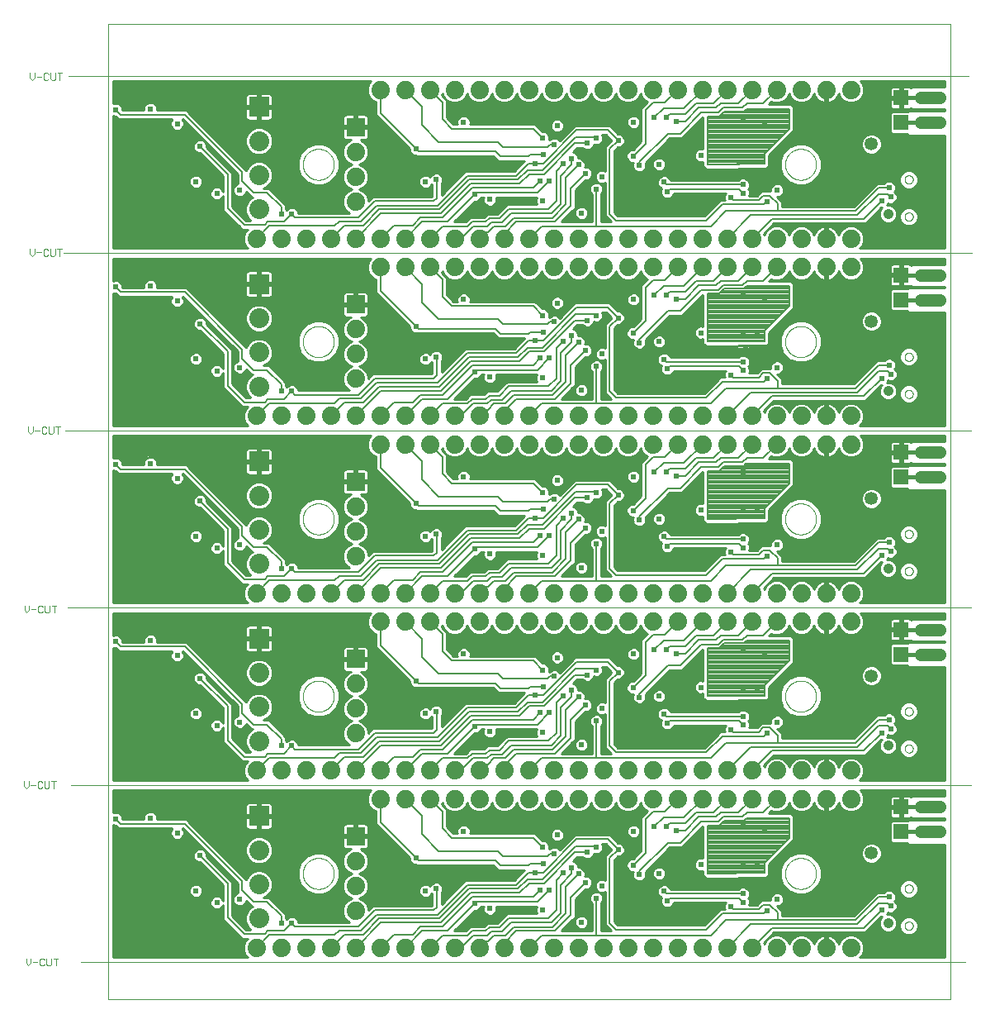
<source format=gbl>
G75*
%MOIN*%
%OFA0B0*%
%FSLAX25Y25*%
%IPPOS*%
%LPD*%
%AMOC8*
5,1,8,0,0,1.08239X$1,22.5*
%
%ADD10C,0.00000*%
%ADD11C,0.00200*%
%ADD12C,0.07400*%
%ADD13R,0.08000X0.08000*%
%ADD14C,0.08000*%
%ADD15R,0.07400X0.07400*%
%ADD16R,0.06000X0.06000*%
%ADD17C,0.01000*%
%ADD18C,0.05000*%
%ADD19C,0.01600*%
%ADD20C,0.02400*%
%ADD21C,0.00700*%
%ADD22C,0.00800*%
%ADD23C,0.05315*%
%ADD24C,0.04134*%
D10*
X0025950Y0016000D02*
X0036950Y0016000D01*
X0036950Y0001000D01*
X0376950Y0001000D01*
X0376950Y0016000D01*
X0382950Y0016000D01*
X0376950Y0016000D02*
X0036950Y0016000D01*
X0036950Y0087500D01*
X0022148Y0087500D01*
X0036950Y0087500D02*
X0036950Y0159000D01*
X0020648Y0159000D01*
X0036950Y0159000D02*
X0036950Y0230500D01*
X0019648Y0230500D01*
X0036950Y0230500D02*
X0036950Y0302000D01*
X0019148Y0302000D01*
X0036950Y0302000D02*
X0036950Y0373500D01*
X0020948Y0373500D01*
X0036950Y0373500D02*
X0036950Y0394500D01*
X0376950Y0394500D01*
X0376950Y0373500D01*
X0384409Y0373500D01*
X0376950Y0373500D02*
X0376950Y0302000D01*
X0385609Y0302000D01*
X0376950Y0302000D02*
X0036950Y0302000D01*
X0036950Y0373500D02*
X0376950Y0373500D01*
X0358614Y0331743D02*
X0358616Y0331824D01*
X0358622Y0331906D01*
X0358632Y0331987D01*
X0358646Y0332067D01*
X0358663Y0332146D01*
X0358685Y0332225D01*
X0358710Y0332302D01*
X0358739Y0332379D01*
X0358772Y0332453D01*
X0358809Y0332526D01*
X0358848Y0332597D01*
X0358892Y0332666D01*
X0358938Y0332733D01*
X0358988Y0332797D01*
X0359041Y0332859D01*
X0359097Y0332919D01*
X0359155Y0332975D01*
X0359217Y0333029D01*
X0359281Y0333080D01*
X0359347Y0333127D01*
X0359415Y0333171D01*
X0359486Y0333212D01*
X0359558Y0333249D01*
X0359633Y0333283D01*
X0359708Y0333313D01*
X0359786Y0333339D01*
X0359864Y0333362D01*
X0359943Y0333380D01*
X0360023Y0333395D01*
X0360104Y0333406D01*
X0360185Y0333413D01*
X0360267Y0333416D01*
X0360348Y0333415D01*
X0360429Y0333410D01*
X0360510Y0333401D01*
X0360591Y0333388D01*
X0360671Y0333371D01*
X0360749Y0333351D01*
X0360827Y0333326D01*
X0360904Y0333298D01*
X0360979Y0333266D01*
X0361052Y0333231D01*
X0361123Y0333192D01*
X0361193Y0333149D01*
X0361260Y0333104D01*
X0361326Y0333055D01*
X0361388Y0333003D01*
X0361448Y0332947D01*
X0361505Y0332889D01*
X0361560Y0332829D01*
X0361611Y0332765D01*
X0361659Y0332700D01*
X0361704Y0332632D01*
X0361746Y0332562D01*
X0361784Y0332490D01*
X0361819Y0332416D01*
X0361850Y0332341D01*
X0361877Y0332264D01*
X0361900Y0332186D01*
X0361920Y0332107D01*
X0361936Y0332027D01*
X0361948Y0331946D01*
X0361956Y0331865D01*
X0361960Y0331784D01*
X0361960Y0331702D01*
X0361956Y0331621D01*
X0361948Y0331540D01*
X0361936Y0331459D01*
X0361920Y0331379D01*
X0361900Y0331300D01*
X0361877Y0331222D01*
X0361850Y0331145D01*
X0361819Y0331070D01*
X0361784Y0330996D01*
X0361746Y0330924D01*
X0361704Y0330854D01*
X0361659Y0330786D01*
X0361611Y0330721D01*
X0361560Y0330657D01*
X0361505Y0330597D01*
X0361448Y0330539D01*
X0361388Y0330483D01*
X0361326Y0330431D01*
X0361260Y0330382D01*
X0361193Y0330337D01*
X0361124Y0330294D01*
X0361052Y0330255D01*
X0360979Y0330220D01*
X0360904Y0330188D01*
X0360827Y0330160D01*
X0360749Y0330135D01*
X0360671Y0330115D01*
X0360591Y0330098D01*
X0360510Y0330085D01*
X0360429Y0330076D01*
X0360348Y0330071D01*
X0360267Y0330070D01*
X0360185Y0330073D01*
X0360104Y0330080D01*
X0360023Y0330091D01*
X0359943Y0330106D01*
X0359864Y0330124D01*
X0359786Y0330147D01*
X0359708Y0330173D01*
X0359633Y0330203D01*
X0359558Y0330237D01*
X0359486Y0330274D01*
X0359415Y0330315D01*
X0359347Y0330359D01*
X0359281Y0330406D01*
X0359217Y0330457D01*
X0359155Y0330511D01*
X0359097Y0330567D01*
X0359041Y0330627D01*
X0358988Y0330689D01*
X0358938Y0330753D01*
X0358892Y0330820D01*
X0358848Y0330889D01*
X0358809Y0330960D01*
X0358772Y0331033D01*
X0358739Y0331107D01*
X0358710Y0331184D01*
X0358685Y0331261D01*
X0358663Y0331340D01*
X0358646Y0331419D01*
X0358632Y0331499D01*
X0358622Y0331580D01*
X0358616Y0331662D01*
X0358614Y0331743D01*
X0358614Y0316782D02*
X0358616Y0316863D01*
X0358622Y0316945D01*
X0358632Y0317026D01*
X0358646Y0317106D01*
X0358663Y0317185D01*
X0358685Y0317264D01*
X0358710Y0317341D01*
X0358739Y0317418D01*
X0358772Y0317492D01*
X0358809Y0317565D01*
X0358848Y0317636D01*
X0358892Y0317705D01*
X0358938Y0317772D01*
X0358988Y0317836D01*
X0359041Y0317898D01*
X0359097Y0317958D01*
X0359155Y0318014D01*
X0359217Y0318068D01*
X0359281Y0318119D01*
X0359347Y0318166D01*
X0359415Y0318210D01*
X0359486Y0318251D01*
X0359558Y0318288D01*
X0359633Y0318322D01*
X0359708Y0318352D01*
X0359786Y0318378D01*
X0359864Y0318401D01*
X0359943Y0318419D01*
X0360023Y0318434D01*
X0360104Y0318445D01*
X0360185Y0318452D01*
X0360267Y0318455D01*
X0360348Y0318454D01*
X0360429Y0318449D01*
X0360510Y0318440D01*
X0360591Y0318427D01*
X0360671Y0318410D01*
X0360749Y0318390D01*
X0360827Y0318365D01*
X0360904Y0318337D01*
X0360979Y0318305D01*
X0361052Y0318270D01*
X0361123Y0318231D01*
X0361193Y0318188D01*
X0361260Y0318143D01*
X0361326Y0318094D01*
X0361388Y0318042D01*
X0361448Y0317986D01*
X0361505Y0317928D01*
X0361560Y0317868D01*
X0361611Y0317804D01*
X0361659Y0317739D01*
X0361704Y0317671D01*
X0361746Y0317601D01*
X0361784Y0317529D01*
X0361819Y0317455D01*
X0361850Y0317380D01*
X0361877Y0317303D01*
X0361900Y0317225D01*
X0361920Y0317146D01*
X0361936Y0317066D01*
X0361948Y0316985D01*
X0361956Y0316904D01*
X0361960Y0316823D01*
X0361960Y0316741D01*
X0361956Y0316660D01*
X0361948Y0316579D01*
X0361936Y0316498D01*
X0361920Y0316418D01*
X0361900Y0316339D01*
X0361877Y0316261D01*
X0361850Y0316184D01*
X0361819Y0316109D01*
X0361784Y0316035D01*
X0361746Y0315963D01*
X0361704Y0315893D01*
X0361659Y0315825D01*
X0361611Y0315760D01*
X0361560Y0315696D01*
X0361505Y0315636D01*
X0361448Y0315578D01*
X0361388Y0315522D01*
X0361326Y0315470D01*
X0361260Y0315421D01*
X0361193Y0315376D01*
X0361124Y0315333D01*
X0361052Y0315294D01*
X0360979Y0315259D01*
X0360904Y0315227D01*
X0360827Y0315199D01*
X0360749Y0315174D01*
X0360671Y0315154D01*
X0360591Y0315137D01*
X0360510Y0315124D01*
X0360429Y0315115D01*
X0360348Y0315110D01*
X0360267Y0315109D01*
X0360185Y0315112D01*
X0360104Y0315119D01*
X0360023Y0315130D01*
X0359943Y0315145D01*
X0359864Y0315163D01*
X0359786Y0315186D01*
X0359708Y0315212D01*
X0359633Y0315242D01*
X0359558Y0315276D01*
X0359486Y0315313D01*
X0359415Y0315354D01*
X0359347Y0315398D01*
X0359281Y0315445D01*
X0359217Y0315496D01*
X0359155Y0315550D01*
X0359097Y0315606D01*
X0359041Y0315666D01*
X0358988Y0315728D01*
X0358938Y0315792D01*
X0358892Y0315859D01*
X0358848Y0315928D01*
X0358809Y0315999D01*
X0358772Y0316072D01*
X0358739Y0316146D01*
X0358710Y0316223D01*
X0358685Y0316300D01*
X0358663Y0316379D01*
X0358646Y0316458D01*
X0358632Y0316538D01*
X0358622Y0316619D01*
X0358616Y0316701D01*
X0358614Y0316782D01*
X0376950Y0302000D02*
X0376950Y0230500D01*
X0385509Y0230500D01*
X0376950Y0230500D02*
X0036950Y0230500D01*
X0036950Y0159000D02*
X0376950Y0159000D01*
X0385509Y0159000D01*
X0376950Y0159000D02*
X0376950Y0230500D01*
X0358614Y0245282D02*
X0358616Y0245363D01*
X0358622Y0245445D01*
X0358632Y0245526D01*
X0358646Y0245606D01*
X0358663Y0245685D01*
X0358685Y0245764D01*
X0358710Y0245841D01*
X0358739Y0245918D01*
X0358772Y0245992D01*
X0358809Y0246065D01*
X0358848Y0246136D01*
X0358892Y0246205D01*
X0358938Y0246272D01*
X0358988Y0246336D01*
X0359041Y0246398D01*
X0359097Y0246458D01*
X0359155Y0246514D01*
X0359217Y0246568D01*
X0359281Y0246619D01*
X0359347Y0246666D01*
X0359415Y0246710D01*
X0359486Y0246751D01*
X0359558Y0246788D01*
X0359633Y0246822D01*
X0359708Y0246852D01*
X0359786Y0246878D01*
X0359864Y0246901D01*
X0359943Y0246919D01*
X0360023Y0246934D01*
X0360104Y0246945D01*
X0360185Y0246952D01*
X0360267Y0246955D01*
X0360348Y0246954D01*
X0360429Y0246949D01*
X0360510Y0246940D01*
X0360591Y0246927D01*
X0360671Y0246910D01*
X0360749Y0246890D01*
X0360827Y0246865D01*
X0360904Y0246837D01*
X0360979Y0246805D01*
X0361052Y0246770D01*
X0361123Y0246731D01*
X0361193Y0246688D01*
X0361260Y0246643D01*
X0361326Y0246594D01*
X0361388Y0246542D01*
X0361448Y0246486D01*
X0361505Y0246428D01*
X0361560Y0246368D01*
X0361611Y0246304D01*
X0361659Y0246239D01*
X0361704Y0246171D01*
X0361746Y0246101D01*
X0361784Y0246029D01*
X0361819Y0245955D01*
X0361850Y0245880D01*
X0361877Y0245803D01*
X0361900Y0245725D01*
X0361920Y0245646D01*
X0361936Y0245566D01*
X0361948Y0245485D01*
X0361956Y0245404D01*
X0361960Y0245323D01*
X0361960Y0245241D01*
X0361956Y0245160D01*
X0361948Y0245079D01*
X0361936Y0244998D01*
X0361920Y0244918D01*
X0361900Y0244839D01*
X0361877Y0244761D01*
X0361850Y0244684D01*
X0361819Y0244609D01*
X0361784Y0244535D01*
X0361746Y0244463D01*
X0361704Y0244393D01*
X0361659Y0244325D01*
X0361611Y0244260D01*
X0361560Y0244196D01*
X0361505Y0244136D01*
X0361448Y0244078D01*
X0361388Y0244022D01*
X0361326Y0243970D01*
X0361260Y0243921D01*
X0361193Y0243876D01*
X0361124Y0243833D01*
X0361052Y0243794D01*
X0360979Y0243759D01*
X0360904Y0243727D01*
X0360827Y0243699D01*
X0360749Y0243674D01*
X0360671Y0243654D01*
X0360591Y0243637D01*
X0360510Y0243624D01*
X0360429Y0243615D01*
X0360348Y0243610D01*
X0360267Y0243609D01*
X0360185Y0243612D01*
X0360104Y0243619D01*
X0360023Y0243630D01*
X0359943Y0243645D01*
X0359864Y0243663D01*
X0359786Y0243686D01*
X0359708Y0243712D01*
X0359633Y0243742D01*
X0359558Y0243776D01*
X0359486Y0243813D01*
X0359415Y0243854D01*
X0359347Y0243898D01*
X0359281Y0243945D01*
X0359217Y0243996D01*
X0359155Y0244050D01*
X0359097Y0244106D01*
X0359041Y0244166D01*
X0358988Y0244228D01*
X0358938Y0244292D01*
X0358892Y0244359D01*
X0358848Y0244428D01*
X0358809Y0244499D01*
X0358772Y0244572D01*
X0358739Y0244646D01*
X0358710Y0244723D01*
X0358685Y0244800D01*
X0358663Y0244879D01*
X0358646Y0244958D01*
X0358632Y0245038D01*
X0358622Y0245119D01*
X0358616Y0245201D01*
X0358614Y0245282D01*
X0358614Y0260243D02*
X0358616Y0260324D01*
X0358622Y0260406D01*
X0358632Y0260487D01*
X0358646Y0260567D01*
X0358663Y0260646D01*
X0358685Y0260725D01*
X0358710Y0260802D01*
X0358739Y0260879D01*
X0358772Y0260953D01*
X0358809Y0261026D01*
X0358848Y0261097D01*
X0358892Y0261166D01*
X0358938Y0261233D01*
X0358988Y0261297D01*
X0359041Y0261359D01*
X0359097Y0261419D01*
X0359155Y0261475D01*
X0359217Y0261529D01*
X0359281Y0261580D01*
X0359347Y0261627D01*
X0359415Y0261671D01*
X0359486Y0261712D01*
X0359558Y0261749D01*
X0359633Y0261783D01*
X0359708Y0261813D01*
X0359786Y0261839D01*
X0359864Y0261862D01*
X0359943Y0261880D01*
X0360023Y0261895D01*
X0360104Y0261906D01*
X0360185Y0261913D01*
X0360267Y0261916D01*
X0360348Y0261915D01*
X0360429Y0261910D01*
X0360510Y0261901D01*
X0360591Y0261888D01*
X0360671Y0261871D01*
X0360749Y0261851D01*
X0360827Y0261826D01*
X0360904Y0261798D01*
X0360979Y0261766D01*
X0361052Y0261731D01*
X0361123Y0261692D01*
X0361193Y0261649D01*
X0361260Y0261604D01*
X0361326Y0261555D01*
X0361388Y0261503D01*
X0361448Y0261447D01*
X0361505Y0261389D01*
X0361560Y0261329D01*
X0361611Y0261265D01*
X0361659Y0261200D01*
X0361704Y0261132D01*
X0361746Y0261062D01*
X0361784Y0260990D01*
X0361819Y0260916D01*
X0361850Y0260841D01*
X0361877Y0260764D01*
X0361900Y0260686D01*
X0361920Y0260607D01*
X0361936Y0260527D01*
X0361948Y0260446D01*
X0361956Y0260365D01*
X0361960Y0260284D01*
X0361960Y0260202D01*
X0361956Y0260121D01*
X0361948Y0260040D01*
X0361936Y0259959D01*
X0361920Y0259879D01*
X0361900Y0259800D01*
X0361877Y0259722D01*
X0361850Y0259645D01*
X0361819Y0259570D01*
X0361784Y0259496D01*
X0361746Y0259424D01*
X0361704Y0259354D01*
X0361659Y0259286D01*
X0361611Y0259221D01*
X0361560Y0259157D01*
X0361505Y0259097D01*
X0361448Y0259039D01*
X0361388Y0258983D01*
X0361326Y0258931D01*
X0361260Y0258882D01*
X0361193Y0258837D01*
X0361124Y0258794D01*
X0361052Y0258755D01*
X0360979Y0258720D01*
X0360904Y0258688D01*
X0360827Y0258660D01*
X0360749Y0258635D01*
X0360671Y0258615D01*
X0360591Y0258598D01*
X0360510Y0258585D01*
X0360429Y0258576D01*
X0360348Y0258571D01*
X0360267Y0258570D01*
X0360185Y0258573D01*
X0360104Y0258580D01*
X0360023Y0258591D01*
X0359943Y0258606D01*
X0359864Y0258624D01*
X0359786Y0258647D01*
X0359708Y0258673D01*
X0359633Y0258703D01*
X0359558Y0258737D01*
X0359486Y0258774D01*
X0359415Y0258815D01*
X0359347Y0258859D01*
X0359281Y0258906D01*
X0359217Y0258957D01*
X0359155Y0259011D01*
X0359097Y0259067D01*
X0359041Y0259127D01*
X0358988Y0259189D01*
X0358938Y0259253D01*
X0358892Y0259320D01*
X0358848Y0259389D01*
X0358809Y0259460D01*
X0358772Y0259533D01*
X0358739Y0259607D01*
X0358710Y0259684D01*
X0358685Y0259761D01*
X0358663Y0259840D01*
X0358646Y0259919D01*
X0358632Y0259999D01*
X0358622Y0260080D01*
X0358616Y0260162D01*
X0358614Y0260243D01*
X0310399Y0266362D02*
X0310401Y0266520D01*
X0310407Y0266677D01*
X0310417Y0266835D01*
X0310431Y0266992D01*
X0310449Y0267148D01*
X0310470Y0267305D01*
X0310496Y0267460D01*
X0310526Y0267615D01*
X0310559Y0267769D01*
X0310597Y0267922D01*
X0310638Y0268075D01*
X0310683Y0268226D01*
X0310732Y0268376D01*
X0310785Y0268524D01*
X0310841Y0268672D01*
X0310902Y0268817D01*
X0310965Y0268962D01*
X0311033Y0269104D01*
X0311104Y0269245D01*
X0311178Y0269384D01*
X0311256Y0269521D01*
X0311338Y0269656D01*
X0311422Y0269789D01*
X0311511Y0269920D01*
X0311602Y0270048D01*
X0311697Y0270175D01*
X0311794Y0270298D01*
X0311895Y0270420D01*
X0311999Y0270538D01*
X0312106Y0270654D01*
X0312216Y0270767D01*
X0312328Y0270878D01*
X0312444Y0270985D01*
X0312562Y0271090D01*
X0312682Y0271192D01*
X0312805Y0271290D01*
X0312931Y0271386D01*
X0313059Y0271478D01*
X0313189Y0271567D01*
X0313321Y0271653D01*
X0313456Y0271735D01*
X0313593Y0271814D01*
X0313731Y0271889D01*
X0313871Y0271961D01*
X0314014Y0272029D01*
X0314157Y0272094D01*
X0314303Y0272155D01*
X0314450Y0272212D01*
X0314598Y0272266D01*
X0314748Y0272316D01*
X0314898Y0272362D01*
X0315050Y0272404D01*
X0315203Y0272443D01*
X0315357Y0272477D01*
X0315512Y0272508D01*
X0315667Y0272534D01*
X0315823Y0272557D01*
X0315980Y0272576D01*
X0316137Y0272591D01*
X0316294Y0272602D01*
X0316452Y0272609D01*
X0316610Y0272612D01*
X0316767Y0272611D01*
X0316925Y0272606D01*
X0317082Y0272597D01*
X0317240Y0272584D01*
X0317396Y0272567D01*
X0317553Y0272546D01*
X0317708Y0272522D01*
X0317863Y0272493D01*
X0318018Y0272460D01*
X0318171Y0272424D01*
X0318324Y0272383D01*
X0318475Y0272339D01*
X0318625Y0272291D01*
X0318774Y0272240D01*
X0318922Y0272184D01*
X0319068Y0272125D01*
X0319213Y0272062D01*
X0319356Y0271995D01*
X0319497Y0271925D01*
X0319636Y0271852D01*
X0319774Y0271775D01*
X0319910Y0271694D01*
X0320043Y0271610D01*
X0320174Y0271523D01*
X0320303Y0271432D01*
X0320430Y0271338D01*
X0320555Y0271241D01*
X0320676Y0271141D01*
X0320796Y0271038D01*
X0320912Y0270932D01*
X0321026Y0270823D01*
X0321138Y0270711D01*
X0321246Y0270597D01*
X0321351Y0270479D01*
X0321454Y0270359D01*
X0321553Y0270237D01*
X0321649Y0270112D01*
X0321742Y0269984D01*
X0321832Y0269855D01*
X0321918Y0269723D01*
X0322002Y0269589D01*
X0322081Y0269453D01*
X0322158Y0269315D01*
X0322230Y0269175D01*
X0322299Y0269033D01*
X0322365Y0268890D01*
X0322427Y0268745D01*
X0322485Y0268598D01*
X0322540Y0268450D01*
X0322591Y0268301D01*
X0322638Y0268150D01*
X0322681Y0267999D01*
X0322720Y0267846D01*
X0322756Y0267692D01*
X0322787Y0267538D01*
X0322815Y0267383D01*
X0322839Y0267227D01*
X0322859Y0267070D01*
X0322875Y0266913D01*
X0322887Y0266756D01*
X0322895Y0266599D01*
X0322899Y0266441D01*
X0322899Y0266283D01*
X0322895Y0266125D01*
X0322887Y0265968D01*
X0322875Y0265811D01*
X0322859Y0265654D01*
X0322839Y0265497D01*
X0322815Y0265341D01*
X0322787Y0265186D01*
X0322756Y0265032D01*
X0322720Y0264878D01*
X0322681Y0264725D01*
X0322638Y0264574D01*
X0322591Y0264423D01*
X0322540Y0264274D01*
X0322485Y0264126D01*
X0322427Y0263979D01*
X0322365Y0263834D01*
X0322299Y0263691D01*
X0322230Y0263549D01*
X0322158Y0263409D01*
X0322081Y0263271D01*
X0322002Y0263135D01*
X0321918Y0263001D01*
X0321832Y0262869D01*
X0321742Y0262740D01*
X0321649Y0262612D01*
X0321553Y0262487D01*
X0321454Y0262365D01*
X0321351Y0262245D01*
X0321246Y0262127D01*
X0321138Y0262013D01*
X0321026Y0261901D01*
X0320912Y0261792D01*
X0320796Y0261686D01*
X0320676Y0261583D01*
X0320555Y0261483D01*
X0320430Y0261386D01*
X0320303Y0261292D01*
X0320174Y0261201D01*
X0320043Y0261114D01*
X0319910Y0261030D01*
X0319774Y0260949D01*
X0319636Y0260872D01*
X0319497Y0260799D01*
X0319356Y0260729D01*
X0319213Y0260662D01*
X0319068Y0260599D01*
X0318922Y0260540D01*
X0318774Y0260484D01*
X0318625Y0260433D01*
X0318475Y0260385D01*
X0318324Y0260341D01*
X0318171Y0260300D01*
X0318018Y0260264D01*
X0317863Y0260231D01*
X0317708Y0260202D01*
X0317553Y0260178D01*
X0317396Y0260157D01*
X0317240Y0260140D01*
X0317082Y0260127D01*
X0316925Y0260118D01*
X0316767Y0260113D01*
X0316610Y0260112D01*
X0316452Y0260115D01*
X0316294Y0260122D01*
X0316137Y0260133D01*
X0315980Y0260148D01*
X0315823Y0260167D01*
X0315667Y0260190D01*
X0315512Y0260216D01*
X0315357Y0260247D01*
X0315203Y0260281D01*
X0315050Y0260320D01*
X0314898Y0260362D01*
X0314748Y0260408D01*
X0314598Y0260458D01*
X0314450Y0260512D01*
X0314303Y0260569D01*
X0314157Y0260630D01*
X0314014Y0260695D01*
X0313871Y0260763D01*
X0313731Y0260835D01*
X0313593Y0260910D01*
X0313456Y0260989D01*
X0313321Y0261071D01*
X0313189Y0261157D01*
X0313059Y0261246D01*
X0312931Y0261338D01*
X0312805Y0261434D01*
X0312682Y0261532D01*
X0312562Y0261634D01*
X0312444Y0261739D01*
X0312328Y0261846D01*
X0312216Y0261957D01*
X0312106Y0262070D01*
X0311999Y0262186D01*
X0311895Y0262304D01*
X0311794Y0262426D01*
X0311697Y0262549D01*
X0311602Y0262676D01*
X0311511Y0262804D01*
X0311422Y0262935D01*
X0311338Y0263068D01*
X0311256Y0263203D01*
X0311178Y0263340D01*
X0311104Y0263479D01*
X0311033Y0263620D01*
X0310965Y0263762D01*
X0310902Y0263907D01*
X0310841Y0264052D01*
X0310785Y0264200D01*
X0310732Y0264348D01*
X0310683Y0264498D01*
X0310638Y0264649D01*
X0310597Y0264802D01*
X0310559Y0264955D01*
X0310526Y0265109D01*
X0310496Y0265264D01*
X0310470Y0265419D01*
X0310449Y0265576D01*
X0310431Y0265732D01*
X0310417Y0265889D01*
X0310407Y0266047D01*
X0310401Y0266204D01*
X0310399Y0266362D01*
X0310399Y0194862D02*
X0310401Y0195020D01*
X0310407Y0195177D01*
X0310417Y0195335D01*
X0310431Y0195492D01*
X0310449Y0195648D01*
X0310470Y0195805D01*
X0310496Y0195960D01*
X0310526Y0196115D01*
X0310559Y0196269D01*
X0310597Y0196422D01*
X0310638Y0196575D01*
X0310683Y0196726D01*
X0310732Y0196876D01*
X0310785Y0197024D01*
X0310841Y0197172D01*
X0310902Y0197317D01*
X0310965Y0197462D01*
X0311033Y0197604D01*
X0311104Y0197745D01*
X0311178Y0197884D01*
X0311256Y0198021D01*
X0311338Y0198156D01*
X0311422Y0198289D01*
X0311511Y0198420D01*
X0311602Y0198548D01*
X0311697Y0198675D01*
X0311794Y0198798D01*
X0311895Y0198920D01*
X0311999Y0199038D01*
X0312106Y0199154D01*
X0312216Y0199267D01*
X0312328Y0199378D01*
X0312444Y0199485D01*
X0312562Y0199590D01*
X0312682Y0199692D01*
X0312805Y0199790D01*
X0312931Y0199886D01*
X0313059Y0199978D01*
X0313189Y0200067D01*
X0313321Y0200153D01*
X0313456Y0200235D01*
X0313593Y0200314D01*
X0313731Y0200389D01*
X0313871Y0200461D01*
X0314014Y0200529D01*
X0314157Y0200594D01*
X0314303Y0200655D01*
X0314450Y0200712D01*
X0314598Y0200766D01*
X0314748Y0200816D01*
X0314898Y0200862D01*
X0315050Y0200904D01*
X0315203Y0200943D01*
X0315357Y0200977D01*
X0315512Y0201008D01*
X0315667Y0201034D01*
X0315823Y0201057D01*
X0315980Y0201076D01*
X0316137Y0201091D01*
X0316294Y0201102D01*
X0316452Y0201109D01*
X0316610Y0201112D01*
X0316767Y0201111D01*
X0316925Y0201106D01*
X0317082Y0201097D01*
X0317240Y0201084D01*
X0317396Y0201067D01*
X0317553Y0201046D01*
X0317708Y0201022D01*
X0317863Y0200993D01*
X0318018Y0200960D01*
X0318171Y0200924D01*
X0318324Y0200883D01*
X0318475Y0200839D01*
X0318625Y0200791D01*
X0318774Y0200740D01*
X0318922Y0200684D01*
X0319068Y0200625D01*
X0319213Y0200562D01*
X0319356Y0200495D01*
X0319497Y0200425D01*
X0319636Y0200352D01*
X0319774Y0200275D01*
X0319910Y0200194D01*
X0320043Y0200110D01*
X0320174Y0200023D01*
X0320303Y0199932D01*
X0320430Y0199838D01*
X0320555Y0199741D01*
X0320676Y0199641D01*
X0320796Y0199538D01*
X0320912Y0199432D01*
X0321026Y0199323D01*
X0321138Y0199211D01*
X0321246Y0199097D01*
X0321351Y0198979D01*
X0321454Y0198859D01*
X0321553Y0198737D01*
X0321649Y0198612D01*
X0321742Y0198484D01*
X0321832Y0198355D01*
X0321918Y0198223D01*
X0322002Y0198089D01*
X0322081Y0197953D01*
X0322158Y0197815D01*
X0322230Y0197675D01*
X0322299Y0197533D01*
X0322365Y0197390D01*
X0322427Y0197245D01*
X0322485Y0197098D01*
X0322540Y0196950D01*
X0322591Y0196801D01*
X0322638Y0196650D01*
X0322681Y0196499D01*
X0322720Y0196346D01*
X0322756Y0196192D01*
X0322787Y0196038D01*
X0322815Y0195883D01*
X0322839Y0195727D01*
X0322859Y0195570D01*
X0322875Y0195413D01*
X0322887Y0195256D01*
X0322895Y0195099D01*
X0322899Y0194941D01*
X0322899Y0194783D01*
X0322895Y0194625D01*
X0322887Y0194468D01*
X0322875Y0194311D01*
X0322859Y0194154D01*
X0322839Y0193997D01*
X0322815Y0193841D01*
X0322787Y0193686D01*
X0322756Y0193532D01*
X0322720Y0193378D01*
X0322681Y0193225D01*
X0322638Y0193074D01*
X0322591Y0192923D01*
X0322540Y0192774D01*
X0322485Y0192626D01*
X0322427Y0192479D01*
X0322365Y0192334D01*
X0322299Y0192191D01*
X0322230Y0192049D01*
X0322158Y0191909D01*
X0322081Y0191771D01*
X0322002Y0191635D01*
X0321918Y0191501D01*
X0321832Y0191369D01*
X0321742Y0191240D01*
X0321649Y0191112D01*
X0321553Y0190987D01*
X0321454Y0190865D01*
X0321351Y0190745D01*
X0321246Y0190627D01*
X0321138Y0190513D01*
X0321026Y0190401D01*
X0320912Y0190292D01*
X0320796Y0190186D01*
X0320676Y0190083D01*
X0320555Y0189983D01*
X0320430Y0189886D01*
X0320303Y0189792D01*
X0320174Y0189701D01*
X0320043Y0189614D01*
X0319910Y0189530D01*
X0319774Y0189449D01*
X0319636Y0189372D01*
X0319497Y0189299D01*
X0319356Y0189229D01*
X0319213Y0189162D01*
X0319068Y0189099D01*
X0318922Y0189040D01*
X0318774Y0188984D01*
X0318625Y0188933D01*
X0318475Y0188885D01*
X0318324Y0188841D01*
X0318171Y0188800D01*
X0318018Y0188764D01*
X0317863Y0188731D01*
X0317708Y0188702D01*
X0317553Y0188678D01*
X0317396Y0188657D01*
X0317240Y0188640D01*
X0317082Y0188627D01*
X0316925Y0188618D01*
X0316767Y0188613D01*
X0316610Y0188612D01*
X0316452Y0188615D01*
X0316294Y0188622D01*
X0316137Y0188633D01*
X0315980Y0188648D01*
X0315823Y0188667D01*
X0315667Y0188690D01*
X0315512Y0188716D01*
X0315357Y0188747D01*
X0315203Y0188781D01*
X0315050Y0188820D01*
X0314898Y0188862D01*
X0314748Y0188908D01*
X0314598Y0188958D01*
X0314450Y0189012D01*
X0314303Y0189069D01*
X0314157Y0189130D01*
X0314014Y0189195D01*
X0313871Y0189263D01*
X0313731Y0189335D01*
X0313593Y0189410D01*
X0313456Y0189489D01*
X0313321Y0189571D01*
X0313189Y0189657D01*
X0313059Y0189746D01*
X0312931Y0189838D01*
X0312805Y0189934D01*
X0312682Y0190032D01*
X0312562Y0190134D01*
X0312444Y0190239D01*
X0312328Y0190346D01*
X0312216Y0190457D01*
X0312106Y0190570D01*
X0311999Y0190686D01*
X0311895Y0190804D01*
X0311794Y0190926D01*
X0311697Y0191049D01*
X0311602Y0191176D01*
X0311511Y0191304D01*
X0311422Y0191435D01*
X0311338Y0191568D01*
X0311256Y0191703D01*
X0311178Y0191840D01*
X0311104Y0191979D01*
X0311033Y0192120D01*
X0310965Y0192262D01*
X0310902Y0192407D01*
X0310841Y0192552D01*
X0310785Y0192700D01*
X0310732Y0192848D01*
X0310683Y0192998D01*
X0310638Y0193149D01*
X0310597Y0193302D01*
X0310559Y0193455D01*
X0310526Y0193609D01*
X0310496Y0193764D01*
X0310470Y0193919D01*
X0310449Y0194076D01*
X0310431Y0194232D01*
X0310417Y0194389D01*
X0310407Y0194547D01*
X0310401Y0194704D01*
X0310399Y0194862D01*
X0358614Y0188743D02*
X0358616Y0188824D01*
X0358622Y0188906D01*
X0358632Y0188987D01*
X0358646Y0189067D01*
X0358663Y0189146D01*
X0358685Y0189225D01*
X0358710Y0189302D01*
X0358739Y0189379D01*
X0358772Y0189453D01*
X0358809Y0189526D01*
X0358848Y0189597D01*
X0358892Y0189666D01*
X0358938Y0189733D01*
X0358988Y0189797D01*
X0359041Y0189859D01*
X0359097Y0189919D01*
X0359155Y0189975D01*
X0359217Y0190029D01*
X0359281Y0190080D01*
X0359347Y0190127D01*
X0359415Y0190171D01*
X0359486Y0190212D01*
X0359558Y0190249D01*
X0359633Y0190283D01*
X0359708Y0190313D01*
X0359786Y0190339D01*
X0359864Y0190362D01*
X0359943Y0190380D01*
X0360023Y0190395D01*
X0360104Y0190406D01*
X0360185Y0190413D01*
X0360267Y0190416D01*
X0360348Y0190415D01*
X0360429Y0190410D01*
X0360510Y0190401D01*
X0360591Y0190388D01*
X0360671Y0190371D01*
X0360749Y0190351D01*
X0360827Y0190326D01*
X0360904Y0190298D01*
X0360979Y0190266D01*
X0361052Y0190231D01*
X0361123Y0190192D01*
X0361193Y0190149D01*
X0361260Y0190104D01*
X0361326Y0190055D01*
X0361388Y0190003D01*
X0361448Y0189947D01*
X0361505Y0189889D01*
X0361560Y0189829D01*
X0361611Y0189765D01*
X0361659Y0189700D01*
X0361704Y0189632D01*
X0361746Y0189562D01*
X0361784Y0189490D01*
X0361819Y0189416D01*
X0361850Y0189341D01*
X0361877Y0189264D01*
X0361900Y0189186D01*
X0361920Y0189107D01*
X0361936Y0189027D01*
X0361948Y0188946D01*
X0361956Y0188865D01*
X0361960Y0188784D01*
X0361960Y0188702D01*
X0361956Y0188621D01*
X0361948Y0188540D01*
X0361936Y0188459D01*
X0361920Y0188379D01*
X0361900Y0188300D01*
X0361877Y0188222D01*
X0361850Y0188145D01*
X0361819Y0188070D01*
X0361784Y0187996D01*
X0361746Y0187924D01*
X0361704Y0187854D01*
X0361659Y0187786D01*
X0361611Y0187721D01*
X0361560Y0187657D01*
X0361505Y0187597D01*
X0361448Y0187539D01*
X0361388Y0187483D01*
X0361326Y0187431D01*
X0361260Y0187382D01*
X0361193Y0187337D01*
X0361124Y0187294D01*
X0361052Y0187255D01*
X0360979Y0187220D01*
X0360904Y0187188D01*
X0360827Y0187160D01*
X0360749Y0187135D01*
X0360671Y0187115D01*
X0360591Y0187098D01*
X0360510Y0187085D01*
X0360429Y0187076D01*
X0360348Y0187071D01*
X0360267Y0187070D01*
X0360185Y0187073D01*
X0360104Y0187080D01*
X0360023Y0187091D01*
X0359943Y0187106D01*
X0359864Y0187124D01*
X0359786Y0187147D01*
X0359708Y0187173D01*
X0359633Y0187203D01*
X0359558Y0187237D01*
X0359486Y0187274D01*
X0359415Y0187315D01*
X0359347Y0187359D01*
X0359281Y0187406D01*
X0359217Y0187457D01*
X0359155Y0187511D01*
X0359097Y0187567D01*
X0359041Y0187627D01*
X0358988Y0187689D01*
X0358938Y0187753D01*
X0358892Y0187820D01*
X0358848Y0187889D01*
X0358809Y0187960D01*
X0358772Y0188033D01*
X0358739Y0188107D01*
X0358710Y0188184D01*
X0358685Y0188261D01*
X0358663Y0188340D01*
X0358646Y0188419D01*
X0358632Y0188499D01*
X0358622Y0188580D01*
X0358616Y0188662D01*
X0358614Y0188743D01*
X0358614Y0173782D02*
X0358616Y0173863D01*
X0358622Y0173945D01*
X0358632Y0174026D01*
X0358646Y0174106D01*
X0358663Y0174185D01*
X0358685Y0174264D01*
X0358710Y0174341D01*
X0358739Y0174418D01*
X0358772Y0174492D01*
X0358809Y0174565D01*
X0358848Y0174636D01*
X0358892Y0174705D01*
X0358938Y0174772D01*
X0358988Y0174836D01*
X0359041Y0174898D01*
X0359097Y0174958D01*
X0359155Y0175014D01*
X0359217Y0175068D01*
X0359281Y0175119D01*
X0359347Y0175166D01*
X0359415Y0175210D01*
X0359486Y0175251D01*
X0359558Y0175288D01*
X0359633Y0175322D01*
X0359708Y0175352D01*
X0359786Y0175378D01*
X0359864Y0175401D01*
X0359943Y0175419D01*
X0360023Y0175434D01*
X0360104Y0175445D01*
X0360185Y0175452D01*
X0360267Y0175455D01*
X0360348Y0175454D01*
X0360429Y0175449D01*
X0360510Y0175440D01*
X0360591Y0175427D01*
X0360671Y0175410D01*
X0360749Y0175390D01*
X0360827Y0175365D01*
X0360904Y0175337D01*
X0360979Y0175305D01*
X0361052Y0175270D01*
X0361123Y0175231D01*
X0361193Y0175188D01*
X0361260Y0175143D01*
X0361326Y0175094D01*
X0361388Y0175042D01*
X0361448Y0174986D01*
X0361505Y0174928D01*
X0361560Y0174868D01*
X0361611Y0174804D01*
X0361659Y0174739D01*
X0361704Y0174671D01*
X0361746Y0174601D01*
X0361784Y0174529D01*
X0361819Y0174455D01*
X0361850Y0174380D01*
X0361877Y0174303D01*
X0361900Y0174225D01*
X0361920Y0174146D01*
X0361936Y0174066D01*
X0361948Y0173985D01*
X0361956Y0173904D01*
X0361960Y0173823D01*
X0361960Y0173741D01*
X0361956Y0173660D01*
X0361948Y0173579D01*
X0361936Y0173498D01*
X0361920Y0173418D01*
X0361900Y0173339D01*
X0361877Y0173261D01*
X0361850Y0173184D01*
X0361819Y0173109D01*
X0361784Y0173035D01*
X0361746Y0172963D01*
X0361704Y0172893D01*
X0361659Y0172825D01*
X0361611Y0172760D01*
X0361560Y0172696D01*
X0361505Y0172636D01*
X0361448Y0172578D01*
X0361388Y0172522D01*
X0361326Y0172470D01*
X0361260Y0172421D01*
X0361193Y0172376D01*
X0361124Y0172333D01*
X0361052Y0172294D01*
X0360979Y0172259D01*
X0360904Y0172227D01*
X0360827Y0172199D01*
X0360749Y0172174D01*
X0360671Y0172154D01*
X0360591Y0172137D01*
X0360510Y0172124D01*
X0360429Y0172115D01*
X0360348Y0172110D01*
X0360267Y0172109D01*
X0360185Y0172112D01*
X0360104Y0172119D01*
X0360023Y0172130D01*
X0359943Y0172145D01*
X0359864Y0172163D01*
X0359786Y0172186D01*
X0359708Y0172212D01*
X0359633Y0172242D01*
X0359558Y0172276D01*
X0359486Y0172313D01*
X0359415Y0172354D01*
X0359347Y0172398D01*
X0359281Y0172445D01*
X0359217Y0172496D01*
X0359155Y0172550D01*
X0359097Y0172606D01*
X0359041Y0172666D01*
X0358988Y0172728D01*
X0358938Y0172792D01*
X0358892Y0172859D01*
X0358848Y0172928D01*
X0358809Y0172999D01*
X0358772Y0173072D01*
X0358739Y0173146D01*
X0358710Y0173223D01*
X0358685Y0173300D01*
X0358663Y0173379D01*
X0358646Y0173458D01*
X0358632Y0173538D01*
X0358622Y0173619D01*
X0358616Y0173701D01*
X0358614Y0173782D01*
X0376950Y0159000D02*
X0376950Y0087500D01*
X0385498Y0087500D01*
X0376950Y0087500D02*
X0036950Y0087500D01*
X0115699Y0051862D02*
X0115701Y0052020D01*
X0115707Y0052177D01*
X0115717Y0052335D01*
X0115731Y0052492D01*
X0115749Y0052648D01*
X0115770Y0052805D01*
X0115796Y0052960D01*
X0115826Y0053115D01*
X0115859Y0053269D01*
X0115897Y0053422D01*
X0115938Y0053575D01*
X0115983Y0053726D01*
X0116032Y0053876D01*
X0116085Y0054024D01*
X0116141Y0054172D01*
X0116202Y0054317D01*
X0116265Y0054462D01*
X0116333Y0054604D01*
X0116404Y0054745D01*
X0116478Y0054884D01*
X0116556Y0055021D01*
X0116638Y0055156D01*
X0116722Y0055289D01*
X0116811Y0055420D01*
X0116902Y0055548D01*
X0116997Y0055675D01*
X0117094Y0055798D01*
X0117195Y0055920D01*
X0117299Y0056038D01*
X0117406Y0056154D01*
X0117516Y0056267D01*
X0117628Y0056378D01*
X0117744Y0056485D01*
X0117862Y0056590D01*
X0117982Y0056692D01*
X0118105Y0056790D01*
X0118231Y0056886D01*
X0118359Y0056978D01*
X0118489Y0057067D01*
X0118621Y0057153D01*
X0118756Y0057235D01*
X0118893Y0057314D01*
X0119031Y0057389D01*
X0119171Y0057461D01*
X0119314Y0057529D01*
X0119457Y0057594D01*
X0119603Y0057655D01*
X0119750Y0057712D01*
X0119898Y0057766D01*
X0120048Y0057816D01*
X0120198Y0057862D01*
X0120350Y0057904D01*
X0120503Y0057943D01*
X0120657Y0057977D01*
X0120812Y0058008D01*
X0120967Y0058034D01*
X0121123Y0058057D01*
X0121280Y0058076D01*
X0121437Y0058091D01*
X0121594Y0058102D01*
X0121752Y0058109D01*
X0121910Y0058112D01*
X0122067Y0058111D01*
X0122225Y0058106D01*
X0122382Y0058097D01*
X0122540Y0058084D01*
X0122696Y0058067D01*
X0122853Y0058046D01*
X0123008Y0058022D01*
X0123163Y0057993D01*
X0123318Y0057960D01*
X0123471Y0057924D01*
X0123624Y0057883D01*
X0123775Y0057839D01*
X0123925Y0057791D01*
X0124074Y0057740D01*
X0124222Y0057684D01*
X0124368Y0057625D01*
X0124513Y0057562D01*
X0124656Y0057495D01*
X0124797Y0057425D01*
X0124936Y0057352D01*
X0125074Y0057275D01*
X0125210Y0057194D01*
X0125343Y0057110D01*
X0125474Y0057023D01*
X0125603Y0056932D01*
X0125730Y0056838D01*
X0125855Y0056741D01*
X0125976Y0056641D01*
X0126096Y0056538D01*
X0126212Y0056432D01*
X0126326Y0056323D01*
X0126438Y0056211D01*
X0126546Y0056097D01*
X0126651Y0055979D01*
X0126754Y0055859D01*
X0126853Y0055737D01*
X0126949Y0055612D01*
X0127042Y0055484D01*
X0127132Y0055355D01*
X0127218Y0055223D01*
X0127302Y0055089D01*
X0127381Y0054953D01*
X0127458Y0054815D01*
X0127530Y0054675D01*
X0127599Y0054533D01*
X0127665Y0054390D01*
X0127727Y0054245D01*
X0127785Y0054098D01*
X0127840Y0053950D01*
X0127891Y0053801D01*
X0127938Y0053650D01*
X0127981Y0053499D01*
X0128020Y0053346D01*
X0128056Y0053192D01*
X0128087Y0053038D01*
X0128115Y0052883D01*
X0128139Y0052727D01*
X0128159Y0052570D01*
X0128175Y0052413D01*
X0128187Y0052256D01*
X0128195Y0052099D01*
X0128199Y0051941D01*
X0128199Y0051783D01*
X0128195Y0051625D01*
X0128187Y0051468D01*
X0128175Y0051311D01*
X0128159Y0051154D01*
X0128139Y0050997D01*
X0128115Y0050841D01*
X0128087Y0050686D01*
X0128056Y0050532D01*
X0128020Y0050378D01*
X0127981Y0050225D01*
X0127938Y0050074D01*
X0127891Y0049923D01*
X0127840Y0049774D01*
X0127785Y0049626D01*
X0127727Y0049479D01*
X0127665Y0049334D01*
X0127599Y0049191D01*
X0127530Y0049049D01*
X0127458Y0048909D01*
X0127381Y0048771D01*
X0127302Y0048635D01*
X0127218Y0048501D01*
X0127132Y0048369D01*
X0127042Y0048240D01*
X0126949Y0048112D01*
X0126853Y0047987D01*
X0126754Y0047865D01*
X0126651Y0047745D01*
X0126546Y0047627D01*
X0126438Y0047513D01*
X0126326Y0047401D01*
X0126212Y0047292D01*
X0126096Y0047186D01*
X0125976Y0047083D01*
X0125855Y0046983D01*
X0125730Y0046886D01*
X0125603Y0046792D01*
X0125474Y0046701D01*
X0125343Y0046614D01*
X0125210Y0046530D01*
X0125074Y0046449D01*
X0124936Y0046372D01*
X0124797Y0046299D01*
X0124656Y0046229D01*
X0124513Y0046162D01*
X0124368Y0046099D01*
X0124222Y0046040D01*
X0124074Y0045984D01*
X0123925Y0045933D01*
X0123775Y0045885D01*
X0123624Y0045841D01*
X0123471Y0045800D01*
X0123318Y0045764D01*
X0123163Y0045731D01*
X0123008Y0045702D01*
X0122853Y0045678D01*
X0122696Y0045657D01*
X0122540Y0045640D01*
X0122382Y0045627D01*
X0122225Y0045618D01*
X0122067Y0045613D01*
X0121910Y0045612D01*
X0121752Y0045615D01*
X0121594Y0045622D01*
X0121437Y0045633D01*
X0121280Y0045648D01*
X0121123Y0045667D01*
X0120967Y0045690D01*
X0120812Y0045716D01*
X0120657Y0045747D01*
X0120503Y0045781D01*
X0120350Y0045820D01*
X0120198Y0045862D01*
X0120048Y0045908D01*
X0119898Y0045958D01*
X0119750Y0046012D01*
X0119603Y0046069D01*
X0119457Y0046130D01*
X0119314Y0046195D01*
X0119171Y0046263D01*
X0119031Y0046335D01*
X0118893Y0046410D01*
X0118756Y0046489D01*
X0118621Y0046571D01*
X0118489Y0046657D01*
X0118359Y0046746D01*
X0118231Y0046838D01*
X0118105Y0046934D01*
X0117982Y0047032D01*
X0117862Y0047134D01*
X0117744Y0047239D01*
X0117628Y0047346D01*
X0117516Y0047457D01*
X0117406Y0047570D01*
X0117299Y0047686D01*
X0117195Y0047804D01*
X0117094Y0047926D01*
X0116997Y0048049D01*
X0116902Y0048176D01*
X0116811Y0048304D01*
X0116722Y0048435D01*
X0116638Y0048568D01*
X0116556Y0048703D01*
X0116478Y0048840D01*
X0116404Y0048979D01*
X0116333Y0049120D01*
X0116265Y0049262D01*
X0116202Y0049407D01*
X0116141Y0049552D01*
X0116085Y0049700D01*
X0116032Y0049848D01*
X0115983Y0049998D01*
X0115938Y0050149D01*
X0115897Y0050302D01*
X0115859Y0050455D01*
X0115826Y0050609D01*
X0115796Y0050764D01*
X0115770Y0050919D01*
X0115749Y0051076D01*
X0115731Y0051232D01*
X0115717Y0051389D01*
X0115707Y0051547D01*
X0115701Y0051704D01*
X0115699Y0051862D01*
X0115699Y0123362D02*
X0115701Y0123520D01*
X0115707Y0123677D01*
X0115717Y0123835D01*
X0115731Y0123992D01*
X0115749Y0124148D01*
X0115770Y0124305D01*
X0115796Y0124460D01*
X0115826Y0124615D01*
X0115859Y0124769D01*
X0115897Y0124922D01*
X0115938Y0125075D01*
X0115983Y0125226D01*
X0116032Y0125376D01*
X0116085Y0125524D01*
X0116141Y0125672D01*
X0116202Y0125817D01*
X0116265Y0125962D01*
X0116333Y0126104D01*
X0116404Y0126245D01*
X0116478Y0126384D01*
X0116556Y0126521D01*
X0116638Y0126656D01*
X0116722Y0126789D01*
X0116811Y0126920D01*
X0116902Y0127048D01*
X0116997Y0127175D01*
X0117094Y0127298D01*
X0117195Y0127420D01*
X0117299Y0127538D01*
X0117406Y0127654D01*
X0117516Y0127767D01*
X0117628Y0127878D01*
X0117744Y0127985D01*
X0117862Y0128090D01*
X0117982Y0128192D01*
X0118105Y0128290D01*
X0118231Y0128386D01*
X0118359Y0128478D01*
X0118489Y0128567D01*
X0118621Y0128653D01*
X0118756Y0128735D01*
X0118893Y0128814D01*
X0119031Y0128889D01*
X0119171Y0128961D01*
X0119314Y0129029D01*
X0119457Y0129094D01*
X0119603Y0129155D01*
X0119750Y0129212D01*
X0119898Y0129266D01*
X0120048Y0129316D01*
X0120198Y0129362D01*
X0120350Y0129404D01*
X0120503Y0129443D01*
X0120657Y0129477D01*
X0120812Y0129508D01*
X0120967Y0129534D01*
X0121123Y0129557D01*
X0121280Y0129576D01*
X0121437Y0129591D01*
X0121594Y0129602D01*
X0121752Y0129609D01*
X0121910Y0129612D01*
X0122067Y0129611D01*
X0122225Y0129606D01*
X0122382Y0129597D01*
X0122540Y0129584D01*
X0122696Y0129567D01*
X0122853Y0129546D01*
X0123008Y0129522D01*
X0123163Y0129493D01*
X0123318Y0129460D01*
X0123471Y0129424D01*
X0123624Y0129383D01*
X0123775Y0129339D01*
X0123925Y0129291D01*
X0124074Y0129240D01*
X0124222Y0129184D01*
X0124368Y0129125D01*
X0124513Y0129062D01*
X0124656Y0128995D01*
X0124797Y0128925D01*
X0124936Y0128852D01*
X0125074Y0128775D01*
X0125210Y0128694D01*
X0125343Y0128610D01*
X0125474Y0128523D01*
X0125603Y0128432D01*
X0125730Y0128338D01*
X0125855Y0128241D01*
X0125976Y0128141D01*
X0126096Y0128038D01*
X0126212Y0127932D01*
X0126326Y0127823D01*
X0126438Y0127711D01*
X0126546Y0127597D01*
X0126651Y0127479D01*
X0126754Y0127359D01*
X0126853Y0127237D01*
X0126949Y0127112D01*
X0127042Y0126984D01*
X0127132Y0126855D01*
X0127218Y0126723D01*
X0127302Y0126589D01*
X0127381Y0126453D01*
X0127458Y0126315D01*
X0127530Y0126175D01*
X0127599Y0126033D01*
X0127665Y0125890D01*
X0127727Y0125745D01*
X0127785Y0125598D01*
X0127840Y0125450D01*
X0127891Y0125301D01*
X0127938Y0125150D01*
X0127981Y0124999D01*
X0128020Y0124846D01*
X0128056Y0124692D01*
X0128087Y0124538D01*
X0128115Y0124383D01*
X0128139Y0124227D01*
X0128159Y0124070D01*
X0128175Y0123913D01*
X0128187Y0123756D01*
X0128195Y0123599D01*
X0128199Y0123441D01*
X0128199Y0123283D01*
X0128195Y0123125D01*
X0128187Y0122968D01*
X0128175Y0122811D01*
X0128159Y0122654D01*
X0128139Y0122497D01*
X0128115Y0122341D01*
X0128087Y0122186D01*
X0128056Y0122032D01*
X0128020Y0121878D01*
X0127981Y0121725D01*
X0127938Y0121574D01*
X0127891Y0121423D01*
X0127840Y0121274D01*
X0127785Y0121126D01*
X0127727Y0120979D01*
X0127665Y0120834D01*
X0127599Y0120691D01*
X0127530Y0120549D01*
X0127458Y0120409D01*
X0127381Y0120271D01*
X0127302Y0120135D01*
X0127218Y0120001D01*
X0127132Y0119869D01*
X0127042Y0119740D01*
X0126949Y0119612D01*
X0126853Y0119487D01*
X0126754Y0119365D01*
X0126651Y0119245D01*
X0126546Y0119127D01*
X0126438Y0119013D01*
X0126326Y0118901D01*
X0126212Y0118792D01*
X0126096Y0118686D01*
X0125976Y0118583D01*
X0125855Y0118483D01*
X0125730Y0118386D01*
X0125603Y0118292D01*
X0125474Y0118201D01*
X0125343Y0118114D01*
X0125210Y0118030D01*
X0125074Y0117949D01*
X0124936Y0117872D01*
X0124797Y0117799D01*
X0124656Y0117729D01*
X0124513Y0117662D01*
X0124368Y0117599D01*
X0124222Y0117540D01*
X0124074Y0117484D01*
X0123925Y0117433D01*
X0123775Y0117385D01*
X0123624Y0117341D01*
X0123471Y0117300D01*
X0123318Y0117264D01*
X0123163Y0117231D01*
X0123008Y0117202D01*
X0122853Y0117178D01*
X0122696Y0117157D01*
X0122540Y0117140D01*
X0122382Y0117127D01*
X0122225Y0117118D01*
X0122067Y0117113D01*
X0121910Y0117112D01*
X0121752Y0117115D01*
X0121594Y0117122D01*
X0121437Y0117133D01*
X0121280Y0117148D01*
X0121123Y0117167D01*
X0120967Y0117190D01*
X0120812Y0117216D01*
X0120657Y0117247D01*
X0120503Y0117281D01*
X0120350Y0117320D01*
X0120198Y0117362D01*
X0120048Y0117408D01*
X0119898Y0117458D01*
X0119750Y0117512D01*
X0119603Y0117569D01*
X0119457Y0117630D01*
X0119314Y0117695D01*
X0119171Y0117763D01*
X0119031Y0117835D01*
X0118893Y0117910D01*
X0118756Y0117989D01*
X0118621Y0118071D01*
X0118489Y0118157D01*
X0118359Y0118246D01*
X0118231Y0118338D01*
X0118105Y0118434D01*
X0117982Y0118532D01*
X0117862Y0118634D01*
X0117744Y0118739D01*
X0117628Y0118846D01*
X0117516Y0118957D01*
X0117406Y0119070D01*
X0117299Y0119186D01*
X0117195Y0119304D01*
X0117094Y0119426D01*
X0116997Y0119549D01*
X0116902Y0119676D01*
X0116811Y0119804D01*
X0116722Y0119935D01*
X0116638Y0120068D01*
X0116556Y0120203D01*
X0116478Y0120340D01*
X0116404Y0120479D01*
X0116333Y0120620D01*
X0116265Y0120762D01*
X0116202Y0120907D01*
X0116141Y0121052D01*
X0116085Y0121200D01*
X0116032Y0121348D01*
X0115983Y0121498D01*
X0115938Y0121649D01*
X0115897Y0121802D01*
X0115859Y0121955D01*
X0115826Y0122109D01*
X0115796Y0122264D01*
X0115770Y0122419D01*
X0115749Y0122576D01*
X0115731Y0122732D01*
X0115717Y0122889D01*
X0115707Y0123047D01*
X0115701Y0123204D01*
X0115699Y0123362D01*
X0115699Y0194862D02*
X0115701Y0195020D01*
X0115707Y0195177D01*
X0115717Y0195335D01*
X0115731Y0195492D01*
X0115749Y0195648D01*
X0115770Y0195805D01*
X0115796Y0195960D01*
X0115826Y0196115D01*
X0115859Y0196269D01*
X0115897Y0196422D01*
X0115938Y0196575D01*
X0115983Y0196726D01*
X0116032Y0196876D01*
X0116085Y0197024D01*
X0116141Y0197172D01*
X0116202Y0197317D01*
X0116265Y0197462D01*
X0116333Y0197604D01*
X0116404Y0197745D01*
X0116478Y0197884D01*
X0116556Y0198021D01*
X0116638Y0198156D01*
X0116722Y0198289D01*
X0116811Y0198420D01*
X0116902Y0198548D01*
X0116997Y0198675D01*
X0117094Y0198798D01*
X0117195Y0198920D01*
X0117299Y0199038D01*
X0117406Y0199154D01*
X0117516Y0199267D01*
X0117628Y0199378D01*
X0117744Y0199485D01*
X0117862Y0199590D01*
X0117982Y0199692D01*
X0118105Y0199790D01*
X0118231Y0199886D01*
X0118359Y0199978D01*
X0118489Y0200067D01*
X0118621Y0200153D01*
X0118756Y0200235D01*
X0118893Y0200314D01*
X0119031Y0200389D01*
X0119171Y0200461D01*
X0119314Y0200529D01*
X0119457Y0200594D01*
X0119603Y0200655D01*
X0119750Y0200712D01*
X0119898Y0200766D01*
X0120048Y0200816D01*
X0120198Y0200862D01*
X0120350Y0200904D01*
X0120503Y0200943D01*
X0120657Y0200977D01*
X0120812Y0201008D01*
X0120967Y0201034D01*
X0121123Y0201057D01*
X0121280Y0201076D01*
X0121437Y0201091D01*
X0121594Y0201102D01*
X0121752Y0201109D01*
X0121910Y0201112D01*
X0122067Y0201111D01*
X0122225Y0201106D01*
X0122382Y0201097D01*
X0122540Y0201084D01*
X0122696Y0201067D01*
X0122853Y0201046D01*
X0123008Y0201022D01*
X0123163Y0200993D01*
X0123318Y0200960D01*
X0123471Y0200924D01*
X0123624Y0200883D01*
X0123775Y0200839D01*
X0123925Y0200791D01*
X0124074Y0200740D01*
X0124222Y0200684D01*
X0124368Y0200625D01*
X0124513Y0200562D01*
X0124656Y0200495D01*
X0124797Y0200425D01*
X0124936Y0200352D01*
X0125074Y0200275D01*
X0125210Y0200194D01*
X0125343Y0200110D01*
X0125474Y0200023D01*
X0125603Y0199932D01*
X0125730Y0199838D01*
X0125855Y0199741D01*
X0125976Y0199641D01*
X0126096Y0199538D01*
X0126212Y0199432D01*
X0126326Y0199323D01*
X0126438Y0199211D01*
X0126546Y0199097D01*
X0126651Y0198979D01*
X0126754Y0198859D01*
X0126853Y0198737D01*
X0126949Y0198612D01*
X0127042Y0198484D01*
X0127132Y0198355D01*
X0127218Y0198223D01*
X0127302Y0198089D01*
X0127381Y0197953D01*
X0127458Y0197815D01*
X0127530Y0197675D01*
X0127599Y0197533D01*
X0127665Y0197390D01*
X0127727Y0197245D01*
X0127785Y0197098D01*
X0127840Y0196950D01*
X0127891Y0196801D01*
X0127938Y0196650D01*
X0127981Y0196499D01*
X0128020Y0196346D01*
X0128056Y0196192D01*
X0128087Y0196038D01*
X0128115Y0195883D01*
X0128139Y0195727D01*
X0128159Y0195570D01*
X0128175Y0195413D01*
X0128187Y0195256D01*
X0128195Y0195099D01*
X0128199Y0194941D01*
X0128199Y0194783D01*
X0128195Y0194625D01*
X0128187Y0194468D01*
X0128175Y0194311D01*
X0128159Y0194154D01*
X0128139Y0193997D01*
X0128115Y0193841D01*
X0128087Y0193686D01*
X0128056Y0193532D01*
X0128020Y0193378D01*
X0127981Y0193225D01*
X0127938Y0193074D01*
X0127891Y0192923D01*
X0127840Y0192774D01*
X0127785Y0192626D01*
X0127727Y0192479D01*
X0127665Y0192334D01*
X0127599Y0192191D01*
X0127530Y0192049D01*
X0127458Y0191909D01*
X0127381Y0191771D01*
X0127302Y0191635D01*
X0127218Y0191501D01*
X0127132Y0191369D01*
X0127042Y0191240D01*
X0126949Y0191112D01*
X0126853Y0190987D01*
X0126754Y0190865D01*
X0126651Y0190745D01*
X0126546Y0190627D01*
X0126438Y0190513D01*
X0126326Y0190401D01*
X0126212Y0190292D01*
X0126096Y0190186D01*
X0125976Y0190083D01*
X0125855Y0189983D01*
X0125730Y0189886D01*
X0125603Y0189792D01*
X0125474Y0189701D01*
X0125343Y0189614D01*
X0125210Y0189530D01*
X0125074Y0189449D01*
X0124936Y0189372D01*
X0124797Y0189299D01*
X0124656Y0189229D01*
X0124513Y0189162D01*
X0124368Y0189099D01*
X0124222Y0189040D01*
X0124074Y0188984D01*
X0123925Y0188933D01*
X0123775Y0188885D01*
X0123624Y0188841D01*
X0123471Y0188800D01*
X0123318Y0188764D01*
X0123163Y0188731D01*
X0123008Y0188702D01*
X0122853Y0188678D01*
X0122696Y0188657D01*
X0122540Y0188640D01*
X0122382Y0188627D01*
X0122225Y0188618D01*
X0122067Y0188613D01*
X0121910Y0188612D01*
X0121752Y0188615D01*
X0121594Y0188622D01*
X0121437Y0188633D01*
X0121280Y0188648D01*
X0121123Y0188667D01*
X0120967Y0188690D01*
X0120812Y0188716D01*
X0120657Y0188747D01*
X0120503Y0188781D01*
X0120350Y0188820D01*
X0120198Y0188862D01*
X0120048Y0188908D01*
X0119898Y0188958D01*
X0119750Y0189012D01*
X0119603Y0189069D01*
X0119457Y0189130D01*
X0119314Y0189195D01*
X0119171Y0189263D01*
X0119031Y0189335D01*
X0118893Y0189410D01*
X0118756Y0189489D01*
X0118621Y0189571D01*
X0118489Y0189657D01*
X0118359Y0189746D01*
X0118231Y0189838D01*
X0118105Y0189934D01*
X0117982Y0190032D01*
X0117862Y0190134D01*
X0117744Y0190239D01*
X0117628Y0190346D01*
X0117516Y0190457D01*
X0117406Y0190570D01*
X0117299Y0190686D01*
X0117195Y0190804D01*
X0117094Y0190926D01*
X0116997Y0191049D01*
X0116902Y0191176D01*
X0116811Y0191304D01*
X0116722Y0191435D01*
X0116638Y0191568D01*
X0116556Y0191703D01*
X0116478Y0191840D01*
X0116404Y0191979D01*
X0116333Y0192120D01*
X0116265Y0192262D01*
X0116202Y0192407D01*
X0116141Y0192552D01*
X0116085Y0192700D01*
X0116032Y0192848D01*
X0115983Y0192998D01*
X0115938Y0193149D01*
X0115897Y0193302D01*
X0115859Y0193455D01*
X0115826Y0193609D01*
X0115796Y0193764D01*
X0115770Y0193919D01*
X0115749Y0194076D01*
X0115731Y0194232D01*
X0115717Y0194389D01*
X0115707Y0194547D01*
X0115701Y0194704D01*
X0115699Y0194862D01*
X0115699Y0266362D02*
X0115701Y0266520D01*
X0115707Y0266677D01*
X0115717Y0266835D01*
X0115731Y0266992D01*
X0115749Y0267148D01*
X0115770Y0267305D01*
X0115796Y0267460D01*
X0115826Y0267615D01*
X0115859Y0267769D01*
X0115897Y0267922D01*
X0115938Y0268075D01*
X0115983Y0268226D01*
X0116032Y0268376D01*
X0116085Y0268524D01*
X0116141Y0268672D01*
X0116202Y0268817D01*
X0116265Y0268962D01*
X0116333Y0269104D01*
X0116404Y0269245D01*
X0116478Y0269384D01*
X0116556Y0269521D01*
X0116638Y0269656D01*
X0116722Y0269789D01*
X0116811Y0269920D01*
X0116902Y0270048D01*
X0116997Y0270175D01*
X0117094Y0270298D01*
X0117195Y0270420D01*
X0117299Y0270538D01*
X0117406Y0270654D01*
X0117516Y0270767D01*
X0117628Y0270878D01*
X0117744Y0270985D01*
X0117862Y0271090D01*
X0117982Y0271192D01*
X0118105Y0271290D01*
X0118231Y0271386D01*
X0118359Y0271478D01*
X0118489Y0271567D01*
X0118621Y0271653D01*
X0118756Y0271735D01*
X0118893Y0271814D01*
X0119031Y0271889D01*
X0119171Y0271961D01*
X0119314Y0272029D01*
X0119457Y0272094D01*
X0119603Y0272155D01*
X0119750Y0272212D01*
X0119898Y0272266D01*
X0120048Y0272316D01*
X0120198Y0272362D01*
X0120350Y0272404D01*
X0120503Y0272443D01*
X0120657Y0272477D01*
X0120812Y0272508D01*
X0120967Y0272534D01*
X0121123Y0272557D01*
X0121280Y0272576D01*
X0121437Y0272591D01*
X0121594Y0272602D01*
X0121752Y0272609D01*
X0121910Y0272612D01*
X0122067Y0272611D01*
X0122225Y0272606D01*
X0122382Y0272597D01*
X0122540Y0272584D01*
X0122696Y0272567D01*
X0122853Y0272546D01*
X0123008Y0272522D01*
X0123163Y0272493D01*
X0123318Y0272460D01*
X0123471Y0272424D01*
X0123624Y0272383D01*
X0123775Y0272339D01*
X0123925Y0272291D01*
X0124074Y0272240D01*
X0124222Y0272184D01*
X0124368Y0272125D01*
X0124513Y0272062D01*
X0124656Y0271995D01*
X0124797Y0271925D01*
X0124936Y0271852D01*
X0125074Y0271775D01*
X0125210Y0271694D01*
X0125343Y0271610D01*
X0125474Y0271523D01*
X0125603Y0271432D01*
X0125730Y0271338D01*
X0125855Y0271241D01*
X0125976Y0271141D01*
X0126096Y0271038D01*
X0126212Y0270932D01*
X0126326Y0270823D01*
X0126438Y0270711D01*
X0126546Y0270597D01*
X0126651Y0270479D01*
X0126754Y0270359D01*
X0126853Y0270237D01*
X0126949Y0270112D01*
X0127042Y0269984D01*
X0127132Y0269855D01*
X0127218Y0269723D01*
X0127302Y0269589D01*
X0127381Y0269453D01*
X0127458Y0269315D01*
X0127530Y0269175D01*
X0127599Y0269033D01*
X0127665Y0268890D01*
X0127727Y0268745D01*
X0127785Y0268598D01*
X0127840Y0268450D01*
X0127891Y0268301D01*
X0127938Y0268150D01*
X0127981Y0267999D01*
X0128020Y0267846D01*
X0128056Y0267692D01*
X0128087Y0267538D01*
X0128115Y0267383D01*
X0128139Y0267227D01*
X0128159Y0267070D01*
X0128175Y0266913D01*
X0128187Y0266756D01*
X0128195Y0266599D01*
X0128199Y0266441D01*
X0128199Y0266283D01*
X0128195Y0266125D01*
X0128187Y0265968D01*
X0128175Y0265811D01*
X0128159Y0265654D01*
X0128139Y0265497D01*
X0128115Y0265341D01*
X0128087Y0265186D01*
X0128056Y0265032D01*
X0128020Y0264878D01*
X0127981Y0264725D01*
X0127938Y0264574D01*
X0127891Y0264423D01*
X0127840Y0264274D01*
X0127785Y0264126D01*
X0127727Y0263979D01*
X0127665Y0263834D01*
X0127599Y0263691D01*
X0127530Y0263549D01*
X0127458Y0263409D01*
X0127381Y0263271D01*
X0127302Y0263135D01*
X0127218Y0263001D01*
X0127132Y0262869D01*
X0127042Y0262740D01*
X0126949Y0262612D01*
X0126853Y0262487D01*
X0126754Y0262365D01*
X0126651Y0262245D01*
X0126546Y0262127D01*
X0126438Y0262013D01*
X0126326Y0261901D01*
X0126212Y0261792D01*
X0126096Y0261686D01*
X0125976Y0261583D01*
X0125855Y0261483D01*
X0125730Y0261386D01*
X0125603Y0261292D01*
X0125474Y0261201D01*
X0125343Y0261114D01*
X0125210Y0261030D01*
X0125074Y0260949D01*
X0124936Y0260872D01*
X0124797Y0260799D01*
X0124656Y0260729D01*
X0124513Y0260662D01*
X0124368Y0260599D01*
X0124222Y0260540D01*
X0124074Y0260484D01*
X0123925Y0260433D01*
X0123775Y0260385D01*
X0123624Y0260341D01*
X0123471Y0260300D01*
X0123318Y0260264D01*
X0123163Y0260231D01*
X0123008Y0260202D01*
X0122853Y0260178D01*
X0122696Y0260157D01*
X0122540Y0260140D01*
X0122382Y0260127D01*
X0122225Y0260118D01*
X0122067Y0260113D01*
X0121910Y0260112D01*
X0121752Y0260115D01*
X0121594Y0260122D01*
X0121437Y0260133D01*
X0121280Y0260148D01*
X0121123Y0260167D01*
X0120967Y0260190D01*
X0120812Y0260216D01*
X0120657Y0260247D01*
X0120503Y0260281D01*
X0120350Y0260320D01*
X0120198Y0260362D01*
X0120048Y0260408D01*
X0119898Y0260458D01*
X0119750Y0260512D01*
X0119603Y0260569D01*
X0119457Y0260630D01*
X0119314Y0260695D01*
X0119171Y0260763D01*
X0119031Y0260835D01*
X0118893Y0260910D01*
X0118756Y0260989D01*
X0118621Y0261071D01*
X0118489Y0261157D01*
X0118359Y0261246D01*
X0118231Y0261338D01*
X0118105Y0261434D01*
X0117982Y0261532D01*
X0117862Y0261634D01*
X0117744Y0261739D01*
X0117628Y0261846D01*
X0117516Y0261957D01*
X0117406Y0262070D01*
X0117299Y0262186D01*
X0117195Y0262304D01*
X0117094Y0262426D01*
X0116997Y0262549D01*
X0116902Y0262676D01*
X0116811Y0262804D01*
X0116722Y0262935D01*
X0116638Y0263068D01*
X0116556Y0263203D01*
X0116478Y0263340D01*
X0116404Y0263479D01*
X0116333Y0263620D01*
X0116265Y0263762D01*
X0116202Y0263907D01*
X0116141Y0264052D01*
X0116085Y0264200D01*
X0116032Y0264348D01*
X0115983Y0264498D01*
X0115938Y0264649D01*
X0115897Y0264802D01*
X0115859Y0264955D01*
X0115826Y0265109D01*
X0115796Y0265264D01*
X0115770Y0265419D01*
X0115749Y0265576D01*
X0115731Y0265732D01*
X0115717Y0265889D01*
X0115707Y0266047D01*
X0115701Y0266204D01*
X0115699Y0266362D01*
X0115699Y0337862D02*
X0115701Y0338020D01*
X0115707Y0338177D01*
X0115717Y0338335D01*
X0115731Y0338492D01*
X0115749Y0338648D01*
X0115770Y0338805D01*
X0115796Y0338960D01*
X0115826Y0339115D01*
X0115859Y0339269D01*
X0115897Y0339422D01*
X0115938Y0339575D01*
X0115983Y0339726D01*
X0116032Y0339876D01*
X0116085Y0340024D01*
X0116141Y0340172D01*
X0116202Y0340317D01*
X0116265Y0340462D01*
X0116333Y0340604D01*
X0116404Y0340745D01*
X0116478Y0340884D01*
X0116556Y0341021D01*
X0116638Y0341156D01*
X0116722Y0341289D01*
X0116811Y0341420D01*
X0116902Y0341548D01*
X0116997Y0341675D01*
X0117094Y0341798D01*
X0117195Y0341920D01*
X0117299Y0342038D01*
X0117406Y0342154D01*
X0117516Y0342267D01*
X0117628Y0342378D01*
X0117744Y0342485D01*
X0117862Y0342590D01*
X0117982Y0342692D01*
X0118105Y0342790D01*
X0118231Y0342886D01*
X0118359Y0342978D01*
X0118489Y0343067D01*
X0118621Y0343153D01*
X0118756Y0343235D01*
X0118893Y0343314D01*
X0119031Y0343389D01*
X0119171Y0343461D01*
X0119314Y0343529D01*
X0119457Y0343594D01*
X0119603Y0343655D01*
X0119750Y0343712D01*
X0119898Y0343766D01*
X0120048Y0343816D01*
X0120198Y0343862D01*
X0120350Y0343904D01*
X0120503Y0343943D01*
X0120657Y0343977D01*
X0120812Y0344008D01*
X0120967Y0344034D01*
X0121123Y0344057D01*
X0121280Y0344076D01*
X0121437Y0344091D01*
X0121594Y0344102D01*
X0121752Y0344109D01*
X0121910Y0344112D01*
X0122067Y0344111D01*
X0122225Y0344106D01*
X0122382Y0344097D01*
X0122540Y0344084D01*
X0122696Y0344067D01*
X0122853Y0344046D01*
X0123008Y0344022D01*
X0123163Y0343993D01*
X0123318Y0343960D01*
X0123471Y0343924D01*
X0123624Y0343883D01*
X0123775Y0343839D01*
X0123925Y0343791D01*
X0124074Y0343740D01*
X0124222Y0343684D01*
X0124368Y0343625D01*
X0124513Y0343562D01*
X0124656Y0343495D01*
X0124797Y0343425D01*
X0124936Y0343352D01*
X0125074Y0343275D01*
X0125210Y0343194D01*
X0125343Y0343110D01*
X0125474Y0343023D01*
X0125603Y0342932D01*
X0125730Y0342838D01*
X0125855Y0342741D01*
X0125976Y0342641D01*
X0126096Y0342538D01*
X0126212Y0342432D01*
X0126326Y0342323D01*
X0126438Y0342211D01*
X0126546Y0342097D01*
X0126651Y0341979D01*
X0126754Y0341859D01*
X0126853Y0341737D01*
X0126949Y0341612D01*
X0127042Y0341484D01*
X0127132Y0341355D01*
X0127218Y0341223D01*
X0127302Y0341089D01*
X0127381Y0340953D01*
X0127458Y0340815D01*
X0127530Y0340675D01*
X0127599Y0340533D01*
X0127665Y0340390D01*
X0127727Y0340245D01*
X0127785Y0340098D01*
X0127840Y0339950D01*
X0127891Y0339801D01*
X0127938Y0339650D01*
X0127981Y0339499D01*
X0128020Y0339346D01*
X0128056Y0339192D01*
X0128087Y0339038D01*
X0128115Y0338883D01*
X0128139Y0338727D01*
X0128159Y0338570D01*
X0128175Y0338413D01*
X0128187Y0338256D01*
X0128195Y0338099D01*
X0128199Y0337941D01*
X0128199Y0337783D01*
X0128195Y0337625D01*
X0128187Y0337468D01*
X0128175Y0337311D01*
X0128159Y0337154D01*
X0128139Y0336997D01*
X0128115Y0336841D01*
X0128087Y0336686D01*
X0128056Y0336532D01*
X0128020Y0336378D01*
X0127981Y0336225D01*
X0127938Y0336074D01*
X0127891Y0335923D01*
X0127840Y0335774D01*
X0127785Y0335626D01*
X0127727Y0335479D01*
X0127665Y0335334D01*
X0127599Y0335191D01*
X0127530Y0335049D01*
X0127458Y0334909D01*
X0127381Y0334771D01*
X0127302Y0334635D01*
X0127218Y0334501D01*
X0127132Y0334369D01*
X0127042Y0334240D01*
X0126949Y0334112D01*
X0126853Y0333987D01*
X0126754Y0333865D01*
X0126651Y0333745D01*
X0126546Y0333627D01*
X0126438Y0333513D01*
X0126326Y0333401D01*
X0126212Y0333292D01*
X0126096Y0333186D01*
X0125976Y0333083D01*
X0125855Y0332983D01*
X0125730Y0332886D01*
X0125603Y0332792D01*
X0125474Y0332701D01*
X0125343Y0332614D01*
X0125210Y0332530D01*
X0125074Y0332449D01*
X0124936Y0332372D01*
X0124797Y0332299D01*
X0124656Y0332229D01*
X0124513Y0332162D01*
X0124368Y0332099D01*
X0124222Y0332040D01*
X0124074Y0331984D01*
X0123925Y0331933D01*
X0123775Y0331885D01*
X0123624Y0331841D01*
X0123471Y0331800D01*
X0123318Y0331764D01*
X0123163Y0331731D01*
X0123008Y0331702D01*
X0122853Y0331678D01*
X0122696Y0331657D01*
X0122540Y0331640D01*
X0122382Y0331627D01*
X0122225Y0331618D01*
X0122067Y0331613D01*
X0121910Y0331612D01*
X0121752Y0331615D01*
X0121594Y0331622D01*
X0121437Y0331633D01*
X0121280Y0331648D01*
X0121123Y0331667D01*
X0120967Y0331690D01*
X0120812Y0331716D01*
X0120657Y0331747D01*
X0120503Y0331781D01*
X0120350Y0331820D01*
X0120198Y0331862D01*
X0120048Y0331908D01*
X0119898Y0331958D01*
X0119750Y0332012D01*
X0119603Y0332069D01*
X0119457Y0332130D01*
X0119314Y0332195D01*
X0119171Y0332263D01*
X0119031Y0332335D01*
X0118893Y0332410D01*
X0118756Y0332489D01*
X0118621Y0332571D01*
X0118489Y0332657D01*
X0118359Y0332746D01*
X0118231Y0332838D01*
X0118105Y0332934D01*
X0117982Y0333032D01*
X0117862Y0333134D01*
X0117744Y0333239D01*
X0117628Y0333346D01*
X0117516Y0333457D01*
X0117406Y0333570D01*
X0117299Y0333686D01*
X0117195Y0333804D01*
X0117094Y0333926D01*
X0116997Y0334049D01*
X0116902Y0334176D01*
X0116811Y0334304D01*
X0116722Y0334435D01*
X0116638Y0334568D01*
X0116556Y0334703D01*
X0116478Y0334840D01*
X0116404Y0334979D01*
X0116333Y0335120D01*
X0116265Y0335262D01*
X0116202Y0335407D01*
X0116141Y0335552D01*
X0116085Y0335700D01*
X0116032Y0335848D01*
X0115983Y0335998D01*
X0115938Y0336149D01*
X0115897Y0336302D01*
X0115859Y0336455D01*
X0115826Y0336609D01*
X0115796Y0336764D01*
X0115770Y0336919D01*
X0115749Y0337076D01*
X0115731Y0337232D01*
X0115717Y0337389D01*
X0115707Y0337547D01*
X0115701Y0337704D01*
X0115699Y0337862D01*
X0310399Y0337862D02*
X0310401Y0338020D01*
X0310407Y0338177D01*
X0310417Y0338335D01*
X0310431Y0338492D01*
X0310449Y0338648D01*
X0310470Y0338805D01*
X0310496Y0338960D01*
X0310526Y0339115D01*
X0310559Y0339269D01*
X0310597Y0339422D01*
X0310638Y0339575D01*
X0310683Y0339726D01*
X0310732Y0339876D01*
X0310785Y0340024D01*
X0310841Y0340172D01*
X0310902Y0340317D01*
X0310965Y0340462D01*
X0311033Y0340604D01*
X0311104Y0340745D01*
X0311178Y0340884D01*
X0311256Y0341021D01*
X0311338Y0341156D01*
X0311422Y0341289D01*
X0311511Y0341420D01*
X0311602Y0341548D01*
X0311697Y0341675D01*
X0311794Y0341798D01*
X0311895Y0341920D01*
X0311999Y0342038D01*
X0312106Y0342154D01*
X0312216Y0342267D01*
X0312328Y0342378D01*
X0312444Y0342485D01*
X0312562Y0342590D01*
X0312682Y0342692D01*
X0312805Y0342790D01*
X0312931Y0342886D01*
X0313059Y0342978D01*
X0313189Y0343067D01*
X0313321Y0343153D01*
X0313456Y0343235D01*
X0313593Y0343314D01*
X0313731Y0343389D01*
X0313871Y0343461D01*
X0314014Y0343529D01*
X0314157Y0343594D01*
X0314303Y0343655D01*
X0314450Y0343712D01*
X0314598Y0343766D01*
X0314748Y0343816D01*
X0314898Y0343862D01*
X0315050Y0343904D01*
X0315203Y0343943D01*
X0315357Y0343977D01*
X0315512Y0344008D01*
X0315667Y0344034D01*
X0315823Y0344057D01*
X0315980Y0344076D01*
X0316137Y0344091D01*
X0316294Y0344102D01*
X0316452Y0344109D01*
X0316610Y0344112D01*
X0316767Y0344111D01*
X0316925Y0344106D01*
X0317082Y0344097D01*
X0317240Y0344084D01*
X0317396Y0344067D01*
X0317553Y0344046D01*
X0317708Y0344022D01*
X0317863Y0343993D01*
X0318018Y0343960D01*
X0318171Y0343924D01*
X0318324Y0343883D01*
X0318475Y0343839D01*
X0318625Y0343791D01*
X0318774Y0343740D01*
X0318922Y0343684D01*
X0319068Y0343625D01*
X0319213Y0343562D01*
X0319356Y0343495D01*
X0319497Y0343425D01*
X0319636Y0343352D01*
X0319774Y0343275D01*
X0319910Y0343194D01*
X0320043Y0343110D01*
X0320174Y0343023D01*
X0320303Y0342932D01*
X0320430Y0342838D01*
X0320555Y0342741D01*
X0320676Y0342641D01*
X0320796Y0342538D01*
X0320912Y0342432D01*
X0321026Y0342323D01*
X0321138Y0342211D01*
X0321246Y0342097D01*
X0321351Y0341979D01*
X0321454Y0341859D01*
X0321553Y0341737D01*
X0321649Y0341612D01*
X0321742Y0341484D01*
X0321832Y0341355D01*
X0321918Y0341223D01*
X0322002Y0341089D01*
X0322081Y0340953D01*
X0322158Y0340815D01*
X0322230Y0340675D01*
X0322299Y0340533D01*
X0322365Y0340390D01*
X0322427Y0340245D01*
X0322485Y0340098D01*
X0322540Y0339950D01*
X0322591Y0339801D01*
X0322638Y0339650D01*
X0322681Y0339499D01*
X0322720Y0339346D01*
X0322756Y0339192D01*
X0322787Y0339038D01*
X0322815Y0338883D01*
X0322839Y0338727D01*
X0322859Y0338570D01*
X0322875Y0338413D01*
X0322887Y0338256D01*
X0322895Y0338099D01*
X0322899Y0337941D01*
X0322899Y0337783D01*
X0322895Y0337625D01*
X0322887Y0337468D01*
X0322875Y0337311D01*
X0322859Y0337154D01*
X0322839Y0336997D01*
X0322815Y0336841D01*
X0322787Y0336686D01*
X0322756Y0336532D01*
X0322720Y0336378D01*
X0322681Y0336225D01*
X0322638Y0336074D01*
X0322591Y0335923D01*
X0322540Y0335774D01*
X0322485Y0335626D01*
X0322427Y0335479D01*
X0322365Y0335334D01*
X0322299Y0335191D01*
X0322230Y0335049D01*
X0322158Y0334909D01*
X0322081Y0334771D01*
X0322002Y0334635D01*
X0321918Y0334501D01*
X0321832Y0334369D01*
X0321742Y0334240D01*
X0321649Y0334112D01*
X0321553Y0333987D01*
X0321454Y0333865D01*
X0321351Y0333745D01*
X0321246Y0333627D01*
X0321138Y0333513D01*
X0321026Y0333401D01*
X0320912Y0333292D01*
X0320796Y0333186D01*
X0320676Y0333083D01*
X0320555Y0332983D01*
X0320430Y0332886D01*
X0320303Y0332792D01*
X0320174Y0332701D01*
X0320043Y0332614D01*
X0319910Y0332530D01*
X0319774Y0332449D01*
X0319636Y0332372D01*
X0319497Y0332299D01*
X0319356Y0332229D01*
X0319213Y0332162D01*
X0319068Y0332099D01*
X0318922Y0332040D01*
X0318774Y0331984D01*
X0318625Y0331933D01*
X0318475Y0331885D01*
X0318324Y0331841D01*
X0318171Y0331800D01*
X0318018Y0331764D01*
X0317863Y0331731D01*
X0317708Y0331702D01*
X0317553Y0331678D01*
X0317396Y0331657D01*
X0317240Y0331640D01*
X0317082Y0331627D01*
X0316925Y0331618D01*
X0316767Y0331613D01*
X0316610Y0331612D01*
X0316452Y0331615D01*
X0316294Y0331622D01*
X0316137Y0331633D01*
X0315980Y0331648D01*
X0315823Y0331667D01*
X0315667Y0331690D01*
X0315512Y0331716D01*
X0315357Y0331747D01*
X0315203Y0331781D01*
X0315050Y0331820D01*
X0314898Y0331862D01*
X0314748Y0331908D01*
X0314598Y0331958D01*
X0314450Y0332012D01*
X0314303Y0332069D01*
X0314157Y0332130D01*
X0314014Y0332195D01*
X0313871Y0332263D01*
X0313731Y0332335D01*
X0313593Y0332410D01*
X0313456Y0332489D01*
X0313321Y0332571D01*
X0313189Y0332657D01*
X0313059Y0332746D01*
X0312931Y0332838D01*
X0312805Y0332934D01*
X0312682Y0333032D01*
X0312562Y0333134D01*
X0312444Y0333239D01*
X0312328Y0333346D01*
X0312216Y0333457D01*
X0312106Y0333570D01*
X0311999Y0333686D01*
X0311895Y0333804D01*
X0311794Y0333926D01*
X0311697Y0334049D01*
X0311602Y0334176D01*
X0311511Y0334304D01*
X0311422Y0334435D01*
X0311338Y0334568D01*
X0311256Y0334703D01*
X0311178Y0334840D01*
X0311104Y0334979D01*
X0311033Y0335120D01*
X0310965Y0335262D01*
X0310902Y0335407D01*
X0310841Y0335552D01*
X0310785Y0335700D01*
X0310732Y0335848D01*
X0310683Y0335998D01*
X0310638Y0336149D01*
X0310597Y0336302D01*
X0310559Y0336455D01*
X0310526Y0336609D01*
X0310496Y0336764D01*
X0310470Y0336919D01*
X0310449Y0337076D01*
X0310431Y0337232D01*
X0310417Y0337389D01*
X0310407Y0337547D01*
X0310401Y0337704D01*
X0310399Y0337862D01*
X0310399Y0123362D02*
X0310401Y0123520D01*
X0310407Y0123677D01*
X0310417Y0123835D01*
X0310431Y0123992D01*
X0310449Y0124148D01*
X0310470Y0124305D01*
X0310496Y0124460D01*
X0310526Y0124615D01*
X0310559Y0124769D01*
X0310597Y0124922D01*
X0310638Y0125075D01*
X0310683Y0125226D01*
X0310732Y0125376D01*
X0310785Y0125524D01*
X0310841Y0125672D01*
X0310902Y0125817D01*
X0310965Y0125962D01*
X0311033Y0126104D01*
X0311104Y0126245D01*
X0311178Y0126384D01*
X0311256Y0126521D01*
X0311338Y0126656D01*
X0311422Y0126789D01*
X0311511Y0126920D01*
X0311602Y0127048D01*
X0311697Y0127175D01*
X0311794Y0127298D01*
X0311895Y0127420D01*
X0311999Y0127538D01*
X0312106Y0127654D01*
X0312216Y0127767D01*
X0312328Y0127878D01*
X0312444Y0127985D01*
X0312562Y0128090D01*
X0312682Y0128192D01*
X0312805Y0128290D01*
X0312931Y0128386D01*
X0313059Y0128478D01*
X0313189Y0128567D01*
X0313321Y0128653D01*
X0313456Y0128735D01*
X0313593Y0128814D01*
X0313731Y0128889D01*
X0313871Y0128961D01*
X0314014Y0129029D01*
X0314157Y0129094D01*
X0314303Y0129155D01*
X0314450Y0129212D01*
X0314598Y0129266D01*
X0314748Y0129316D01*
X0314898Y0129362D01*
X0315050Y0129404D01*
X0315203Y0129443D01*
X0315357Y0129477D01*
X0315512Y0129508D01*
X0315667Y0129534D01*
X0315823Y0129557D01*
X0315980Y0129576D01*
X0316137Y0129591D01*
X0316294Y0129602D01*
X0316452Y0129609D01*
X0316610Y0129612D01*
X0316767Y0129611D01*
X0316925Y0129606D01*
X0317082Y0129597D01*
X0317240Y0129584D01*
X0317396Y0129567D01*
X0317553Y0129546D01*
X0317708Y0129522D01*
X0317863Y0129493D01*
X0318018Y0129460D01*
X0318171Y0129424D01*
X0318324Y0129383D01*
X0318475Y0129339D01*
X0318625Y0129291D01*
X0318774Y0129240D01*
X0318922Y0129184D01*
X0319068Y0129125D01*
X0319213Y0129062D01*
X0319356Y0128995D01*
X0319497Y0128925D01*
X0319636Y0128852D01*
X0319774Y0128775D01*
X0319910Y0128694D01*
X0320043Y0128610D01*
X0320174Y0128523D01*
X0320303Y0128432D01*
X0320430Y0128338D01*
X0320555Y0128241D01*
X0320676Y0128141D01*
X0320796Y0128038D01*
X0320912Y0127932D01*
X0321026Y0127823D01*
X0321138Y0127711D01*
X0321246Y0127597D01*
X0321351Y0127479D01*
X0321454Y0127359D01*
X0321553Y0127237D01*
X0321649Y0127112D01*
X0321742Y0126984D01*
X0321832Y0126855D01*
X0321918Y0126723D01*
X0322002Y0126589D01*
X0322081Y0126453D01*
X0322158Y0126315D01*
X0322230Y0126175D01*
X0322299Y0126033D01*
X0322365Y0125890D01*
X0322427Y0125745D01*
X0322485Y0125598D01*
X0322540Y0125450D01*
X0322591Y0125301D01*
X0322638Y0125150D01*
X0322681Y0124999D01*
X0322720Y0124846D01*
X0322756Y0124692D01*
X0322787Y0124538D01*
X0322815Y0124383D01*
X0322839Y0124227D01*
X0322859Y0124070D01*
X0322875Y0123913D01*
X0322887Y0123756D01*
X0322895Y0123599D01*
X0322899Y0123441D01*
X0322899Y0123283D01*
X0322895Y0123125D01*
X0322887Y0122968D01*
X0322875Y0122811D01*
X0322859Y0122654D01*
X0322839Y0122497D01*
X0322815Y0122341D01*
X0322787Y0122186D01*
X0322756Y0122032D01*
X0322720Y0121878D01*
X0322681Y0121725D01*
X0322638Y0121574D01*
X0322591Y0121423D01*
X0322540Y0121274D01*
X0322485Y0121126D01*
X0322427Y0120979D01*
X0322365Y0120834D01*
X0322299Y0120691D01*
X0322230Y0120549D01*
X0322158Y0120409D01*
X0322081Y0120271D01*
X0322002Y0120135D01*
X0321918Y0120001D01*
X0321832Y0119869D01*
X0321742Y0119740D01*
X0321649Y0119612D01*
X0321553Y0119487D01*
X0321454Y0119365D01*
X0321351Y0119245D01*
X0321246Y0119127D01*
X0321138Y0119013D01*
X0321026Y0118901D01*
X0320912Y0118792D01*
X0320796Y0118686D01*
X0320676Y0118583D01*
X0320555Y0118483D01*
X0320430Y0118386D01*
X0320303Y0118292D01*
X0320174Y0118201D01*
X0320043Y0118114D01*
X0319910Y0118030D01*
X0319774Y0117949D01*
X0319636Y0117872D01*
X0319497Y0117799D01*
X0319356Y0117729D01*
X0319213Y0117662D01*
X0319068Y0117599D01*
X0318922Y0117540D01*
X0318774Y0117484D01*
X0318625Y0117433D01*
X0318475Y0117385D01*
X0318324Y0117341D01*
X0318171Y0117300D01*
X0318018Y0117264D01*
X0317863Y0117231D01*
X0317708Y0117202D01*
X0317553Y0117178D01*
X0317396Y0117157D01*
X0317240Y0117140D01*
X0317082Y0117127D01*
X0316925Y0117118D01*
X0316767Y0117113D01*
X0316610Y0117112D01*
X0316452Y0117115D01*
X0316294Y0117122D01*
X0316137Y0117133D01*
X0315980Y0117148D01*
X0315823Y0117167D01*
X0315667Y0117190D01*
X0315512Y0117216D01*
X0315357Y0117247D01*
X0315203Y0117281D01*
X0315050Y0117320D01*
X0314898Y0117362D01*
X0314748Y0117408D01*
X0314598Y0117458D01*
X0314450Y0117512D01*
X0314303Y0117569D01*
X0314157Y0117630D01*
X0314014Y0117695D01*
X0313871Y0117763D01*
X0313731Y0117835D01*
X0313593Y0117910D01*
X0313456Y0117989D01*
X0313321Y0118071D01*
X0313189Y0118157D01*
X0313059Y0118246D01*
X0312931Y0118338D01*
X0312805Y0118434D01*
X0312682Y0118532D01*
X0312562Y0118634D01*
X0312444Y0118739D01*
X0312328Y0118846D01*
X0312216Y0118957D01*
X0312106Y0119070D01*
X0311999Y0119186D01*
X0311895Y0119304D01*
X0311794Y0119426D01*
X0311697Y0119549D01*
X0311602Y0119676D01*
X0311511Y0119804D01*
X0311422Y0119935D01*
X0311338Y0120068D01*
X0311256Y0120203D01*
X0311178Y0120340D01*
X0311104Y0120479D01*
X0311033Y0120620D01*
X0310965Y0120762D01*
X0310902Y0120907D01*
X0310841Y0121052D01*
X0310785Y0121200D01*
X0310732Y0121348D01*
X0310683Y0121498D01*
X0310638Y0121649D01*
X0310597Y0121802D01*
X0310559Y0121955D01*
X0310526Y0122109D01*
X0310496Y0122264D01*
X0310470Y0122419D01*
X0310449Y0122576D01*
X0310431Y0122732D01*
X0310417Y0122889D01*
X0310407Y0123047D01*
X0310401Y0123204D01*
X0310399Y0123362D01*
X0358614Y0117243D02*
X0358616Y0117324D01*
X0358622Y0117406D01*
X0358632Y0117487D01*
X0358646Y0117567D01*
X0358663Y0117646D01*
X0358685Y0117725D01*
X0358710Y0117802D01*
X0358739Y0117879D01*
X0358772Y0117953D01*
X0358809Y0118026D01*
X0358848Y0118097D01*
X0358892Y0118166D01*
X0358938Y0118233D01*
X0358988Y0118297D01*
X0359041Y0118359D01*
X0359097Y0118419D01*
X0359155Y0118475D01*
X0359217Y0118529D01*
X0359281Y0118580D01*
X0359347Y0118627D01*
X0359415Y0118671D01*
X0359486Y0118712D01*
X0359558Y0118749D01*
X0359633Y0118783D01*
X0359708Y0118813D01*
X0359786Y0118839D01*
X0359864Y0118862D01*
X0359943Y0118880D01*
X0360023Y0118895D01*
X0360104Y0118906D01*
X0360185Y0118913D01*
X0360267Y0118916D01*
X0360348Y0118915D01*
X0360429Y0118910D01*
X0360510Y0118901D01*
X0360591Y0118888D01*
X0360671Y0118871D01*
X0360749Y0118851D01*
X0360827Y0118826D01*
X0360904Y0118798D01*
X0360979Y0118766D01*
X0361052Y0118731D01*
X0361123Y0118692D01*
X0361193Y0118649D01*
X0361260Y0118604D01*
X0361326Y0118555D01*
X0361388Y0118503D01*
X0361448Y0118447D01*
X0361505Y0118389D01*
X0361560Y0118329D01*
X0361611Y0118265D01*
X0361659Y0118200D01*
X0361704Y0118132D01*
X0361746Y0118062D01*
X0361784Y0117990D01*
X0361819Y0117916D01*
X0361850Y0117841D01*
X0361877Y0117764D01*
X0361900Y0117686D01*
X0361920Y0117607D01*
X0361936Y0117527D01*
X0361948Y0117446D01*
X0361956Y0117365D01*
X0361960Y0117284D01*
X0361960Y0117202D01*
X0361956Y0117121D01*
X0361948Y0117040D01*
X0361936Y0116959D01*
X0361920Y0116879D01*
X0361900Y0116800D01*
X0361877Y0116722D01*
X0361850Y0116645D01*
X0361819Y0116570D01*
X0361784Y0116496D01*
X0361746Y0116424D01*
X0361704Y0116354D01*
X0361659Y0116286D01*
X0361611Y0116221D01*
X0361560Y0116157D01*
X0361505Y0116097D01*
X0361448Y0116039D01*
X0361388Y0115983D01*
X0361326Y0115931D01*
X0361260Y0115882D01*
X0361193Y0115837D01*
X0361124Y0115794D01*
X0361052Y0115755D01*
X0360979Y0115720D01*
X0360904Y0115688D01*
X0360827Y0115660D01*
X0360749Y0115635D01*
X0360671Y0115615D01*
X0360591Y0115598D01*
X0360510Y0115585D01*
X0360429Y0115576D01*
X0360348Y0115571D01*
X0360267Y0115570D01*
X0360185Y0115573D01*
X0360104Y0115580D01*
X0360023Y0115591D01*
X0359943Y0115606D01*
X0359864Y0115624D01*
X0359786Y0115647D01*
X0359708Y0115673D01*
X0359633Y0115703D01*
X0359558Y0115737D01*
X0359486Y0115774D01*
X0359415Y0115815D01*
X0359347Y0115859D01*
X0359281Y0115906D01*
X0359217Y0115957D01*
X0359155Y0116011D01*
X0359097Y0116067D01*
X0359041Y0116127D01*
X0358988Y0116189D01*
X0358938Y0116253D01*
X0358892Y0116320D01*
X0358848Y0116389D01*
X0358809Y0116460D01*
X0358772Y0116533D01*
X0358739Y0116607D01*
X0358710Y0116684D01*
X0358685Y0116761D01*
X0358663Y0116840D01*
X0358646Y0116919D01*
X0358632Y0116999D01*
X0358622Y0117080D01*
X0358616Y0117162D01*
X0358614Y0117243D01*
X0358614Y0102282D02*
X0358616Y0102363D01*
X0358622Y0102445D01*
X0358632Y0102526D01*
X0358646Y0102606D01*
X0358663Y0102685D01*
X0358685Y0102764D01*
X0358710Y0102841D01*
X0358739Y0102918D01*
X0358772Y0102992D01*
X0358809Y0103065D01*
X0358848Y0103136D01*
X0358892Y0103205D01*
X0358938Y0103272D01*
X0358988Y0103336D01*
X0359041Y0103398D01*
X0359097Y0103458D01*
X0359155Y0103514D01*
X0359217Y0103568D01*
X0359281Y0103619D01*
X0359347Y0103666D01*
X0359415Y0103710D01*
X0359486Y0103751D01*
X0359558Y0103788D01*
X0359633Y0103822D01*
X0359708Y0103852D01*
X0359786Y0103878D01*
X0359864Y0103901D01*
X0359943Y0103919D01*
X0360023Y0103934D01*
X0360104Y0103945D01*
X0360185Y0103952D01*
X0360267Y0103955D01*
X0360348Y0103954D01*
X0360429Y0103949D01*
X0360510Y0103940D01*
X0360591Y0103927D01*
X0360671Y0103910D01*
X0360749Y0103890D01*
X0360827Y0103865D01*
X0360904Y0103837D01*
X0360979Y0103805D01*
X0361052Y0103770D01*
X0361123Y0103731D01*
X0361193Y0103688D01*
X0361260Y0103643D01*
X0361326Y0103594D01*
X0361388Y0103542D01*
X0361448Y0103486D01*
X0361505Y0103428D01*
X0361560Y0103368D01*
X0361611Y0103304D01*
X0361659Y0103239D01*
X0361704Y0103171D01*
X0361746Y0103101D01*
X0361784Y0103029D01*
X0361819Y0102955D01*
X0361850Y0102880D01*
X0361877Y0102803D01*
X0361900Y0102725D01*
X0361920Y0102646D01*
X0361936Y0102566D01*
X0361948Y0102485D01*
X0361956Y0102404D01*
X0361960Y0102323D01*
X0361960Y0102241D01*
X0361956Y0102160D01*
X0361948Y0102079D01*
X0361936Y0101998D01*
X0361920Y0101918D01*
X0361900Y0101839D01*
X0361877Y0101761D01*
X0361850Y0101684D01*
X0361819Y0101609D01*
X0361784Y0101535D01*
X0361746Y0101463D01*
X0361704Y0101393D01*
X0361659Y0101325D01*
X0361611Y0101260D01*
X0361560Y0101196D01*
X0361505Y0101136D01*
X0361448Y0101078D01*
X0361388Y0101022D01*
X0361326Y0100970D01*
X0361260Y0100921D01*
X0361193Y0100876D01*
X0361124Y0100833D01*
X0361052Y0100794D01*
X0360979Y0100759D01*
X0360904Y0100727D01*
X0360827Y0100699D01*
X0360749Y0100674D01*
X0360671Y0100654D01*
X0360591Y0100637D01*
X0360510Y0100624D01*
X0360429Y0100615D01*
X0360348Y0100610D01*
X0360267Y0100609D01*
X0360185Y0100612D01*
X0360104Y0100619D01*
X0360023Y0100630D01*
X0359943Y0100645D01*
X0359864Y0100663D01*
X0359786Y0100686D01*
X0359708Y0100712D01*
X0359633Y0100742D01*
X0359558Y0100776D01*
X0359486Y0100813D01*
X0359415Y0100854D01*
X0359347Y0100898D01*
X0359281Y0100945D01*
X0359217Y0100996D01*
X0359155Y0101050D01*
X0359097Y0101106D01*
X0359041Y0101166D01*
X0358988Y0101228D01*
X0358938Y0101292D01*
X0358892Y0101359D01*
X0358848Y0101428D01*
X0358809Y0101499D01*
X0358772Y0101572D01*
X0358739Y0101646D01*
X0358710Y0101723D01*
X0358685Y0101800D01*
X0358663Y0101879D01*
X0358646Y0101958D01*
X0358632Y0102038D01*
X0358622Y0102119D01*
X0358616Y0102201D01*
X0358614Y0102282D01*
X0376950Y0087500D02*
X0376950Y0016000D01*
X0358614Y0030782D02*
X0358616Y0030863D01*
X0358622Y0030945D01*
X0358632Y0031026D01*
X0358646Y0031106D01*
X0358663Y0031185D01*
X0358685Y0031264D01*
X0358710Y0031341D01*
X0358739Y0031418D01*
X0358772Y0031492D01*
X0358809Y0031565D01*
X0358848Y0031636D01*
X0358892Y0031705D01*
X0358938Y0031772D01*
X0358988Y0031836D01*
X0359041Y0031898D01*
X0359097Y0031958D01*
X0359155Y0032014D01*
X0359217Y0032068D01*
X0359281Y0032119D01*
X0359347Y0032166D01*
X0359415Y0032210D01*
X0359486Y0032251D01*
X0359558Y0032288D01*
X0359633Y0032322D01*
X0359708Y0032352D01*
X0359786Y0032378D01*
X0359864Y0032401D01*
X0359943Y0032419D01*
X0360023Y0032434D01*
X0360104Y0032445D01*
X0360185Y0032452D01*
X0360267Y0032455D01*
X0360348Y0032454D01*
X0360429Y0032449D01*
X0360510Y0032440D01*
X0360591Y0032427D01*
X0360671Y0032410D01*
X0360749Y0032390D01*
X0360827Y0032365D01*
X0360904Y0032337D01*
X0360979Y0032305D01*
X0361052Y0032270D01*
X0361123Y0032231D01*
X0361193Y0032188D01*
X0361260Y0032143D01*
X0361326Y0032094D01*
X0361388Y0032042D01*
X0361448Y0031986D01*
X0361505Y0031928D01*
X0361560Y0031868D01*
X0361611Y0031804D01*
X0361659Y0031739D01*
X0361704Y0031671D01*
X0361746Y0031601D01*
X0361784Y0031529D01*
X0361819Y0031455D01*
X0361850Y0031380D01*
X0361877Y0031303D01*
X0361900Y0031225D01*
X0361920Y0031146D01*
X0361936Y0031066D01*
X0361948Y0030985D01*
X0361956Y0030904D01*
X0361960Y0030823D01*
X0361960Y0030741D01*
X0361956Y0030660D01*
X0361948Y0030579D01*
X0361936Y0030498D01*
X0361920Y0030418D01*
X0361900Y0030339D01*
X0361877Y0030261D01*
X0361850Y0030184D01*
X0361819Y0030109D01*
X0361784Y0030035D01*
X0361746Y0029963D01*
X0361704Y0029893D01*
X0361659Y0029825D01*
X0361611Y0029760D01*
X0361560Y0029696D01*
X0361505Y0029636D01*
X0361448Y0029578D01*
X0361388Y0029522D01*
X0361326Y0029470D01*
X0361260Y0029421D01*
X0361193Y0029376D01*
X0361124Y0029333D01*
X0361052Y0029294D01*
X0360979Y0029259D01*
X0360904Y0029227D01*
X0360827Y0029199D01*
X0360749Y0029174D01*
X0360671Y0029154D01*
X0360591Y0029137D01*
X0360510Y0029124D01*
X0360429Y0029115D01*
X0360348Y0029110D01*
X0360267Y0029109D01*
X0360185Y0029112D01*
X0360104Y0029119D01*
X0360023Y0029130D01*
X0359943Y0029145D01*
X0359864Y0029163D01*
X0359786Y0029186D01*
X0359708Y0029212D01*
X0359633Y0029242D01*
X0359558Y0029276D01*
X0359486Y0029313D01*
X0359415Y0029354D01*
X0359347Y0029398D01*
X0359281Y0029445D01*
X0359217Y0029496D01*
X0359155Y0029550D01*
X0359097Y0029606D01*
X0359041Y0029666D01*
X0358988Y0029728D01*
X0358938Y0029792D01*
X0358892Y0029859D01*
X0358848Y0029928D01*
X0358809Y0029999D01*
X0358772Y0030072D01*
X0358739Y0030146D01*
X0358710Y0030223D01*
X0358685Y0030300D01*
X0358663Y0030379D01*
X0358646Y0030458D01*
X0358632Y0030538D01*
X0358622Y0030619D01*
X0358616Y0030701D01*
X0358614Y0030782D01*
X0358614Y0045743D02*
X0358616Y0045824D01*
X0358622Y0045906D01*
X0358632Y0045987D01*
X0358646Y0046067D01*
X0358663Y0046146D01*
X0358685Y0046225D01*
X0358710Y0046302D01*
X0358739Y0046379D01*
X0358772Y0046453D01*
X0358809Y0046526D01*
X0358848Y0046597D01*
X0358892Y0046666D01*
X0358938Y0046733D01*
X0358988Y0046797D01*
X0359041Y0046859D01*
X0359097Y0046919D01*
X0359155Y0046975D01*
X0359217Y0047029D01*
X0359281Y0047080D01*
X0359347Y0047127D01*
X0359415Y0047171D01*
X0359486Y0047212D01*
X0359558Y0047249D01*
X0359633Y0047283D01*
X0359708Y0047313D01*
X0359786Y0047339D01*
X0359864Y0047362D01*
X0359943Y0047380D01*
X0360023Y0047395D01*
X0360104Y0047406D01*
X0360185Y0047413D01*
X0360267Y0047416D01*
X0360348Y0047415D01*
X0360429Y0047410D01*
X0360510Y0047401D01*
X0360591Y0047388D01*
X0360671Y0047371D01*
X0360749Y0047351D01*
X0360827Y0047326D01*
X0360904Y0047298D01*
X0360979Y0047266D01*
X0361052Y0047231D01*
X0361123Y0047192D01*
X0361193Y0047149D01*
X0361260Y0047104D01*
X0361326Y0047055D01*
X0361388Y0047003D01*
X0361448Y0046947D01*
X0361505Y0046889D01*
X0361560Y0046829D01*
X0361611Y0046765D01*
X0361659Y0046700D01*
X0361704Y0046632D01*
X0361746Y0046562D01*
X0361784Y0046490D01*
X0361819Y0046416D01*
X0361850Y0046341D01*
X0361877Y0046264D01*
X0361900Y0046186D01*
X0361920Y0046107D01*
X0361936Y0046027D01*
X0361948Y0045946D01*
X0361956Y0045865D01*
X0361960Y0045784D01*
X0361960Y0045702D01*
X0361956Y0045621D01*
X0361948Y0045540D01*
X0361936Y0045459D01*
X0361920Y0045379D01*
X0361900Y0045300D01*
X0361877Y0045222D01*
X0361850Y0045145D01*
X0361819Y0045070D01*
X0361784Y0044996D01*
X0361746Y0044924D01*
X0361704Y0044854D01*
X0361659Y0044786D01*
X0361611Y0044721D01*
X0361560Y0044657D01*
X0361505Y0044597D01*
X0361448Y0044539D01*
X0361388Y0044483D01*
X0361326Y0044431D01*
X0361260Y0044382D01*
X0361193Y0044337D01*
X0361124Y0044294D01*
X0361052Y0044255D01*
X0360979Y0044220D01*
X0360904Y0044188D01*
X0360827Y0044160D01*
X0360749Y0044135D01*
X0360671Y0044115D01*
X0360591Y0044098D01*
X0360510Y0044085D01*
X0360429Y0044076D01*
X0360348Y0044071D01*
X0360267Y0044070D01*
X0360185Y0044073D01*
X0360104Y0044080D01*
X0360023Y0044091D01*
X0359943Y0044106D01*
X0359864Y0044124D01*
X0359786Y0044147D01*
X0359708Y0044173D01*
X0359633Y0044203D01*
X0359558Y0044237D01*
X0359486Y0044274D01*
X0359415Y0044315D01*
X0359347Y0044359D01*
X0359281Y0044406D01*
X0359217Y0044457D01*
X0359155Y0044511D01*
X0359097Y0044567D01*
X0359041Y0044627D01*
X0358988Y0044689D01*
X0358938Y0044753D01*
X0358892Y0044820D01*
X0358848Y0044889D01*
X0358809Y0044960D01*
X0358772Y0045033D01*
X0358739Y0045107D01*
X0358710Y0045184D01*
X0358685Y0045261D01*
X0358663Y0045340D01*
X0358646Y0045419D01*
X0358632Y0045499D01*
X0358622Y0045580D01*
X0358616Y0045662D01*
X0358614Y0045743D01*
X0310399Y0051862D02*
X0310401Y0052020D01*
X0310407Y0052177D01*
X0310417Y0052335D01*
X0310431Y0052492D01*
X0310449Y0052648D01*
X0310470Y0052805D01*
X0310496Y0052960D01*
X0310526Y0053115D01*
X0310559Y0053269D01*
X0310597Y0053422D01*
X0310638Y0053575D01*
X0310683Y0053726D01*
X0310732Y0053876D01*
X0310785Y0054024D01*
X0310841Y0054172D01*
X0310902Y0054317D01*
X0310965Y0054462D01*
X0311033Y0054604D01*
X0311104Y0054745D01*
X0311178Y0054884D01*
X0311256Y0055021D01*
X0311338Y0055156D01*
X0311422Y0055289D01*
X0311511Y0055420D01*
X0311602Y0055548D01*
X0311697Y0055675D01*
X0311794Y0055798D01*
X0311895Y0055920D01*
X0311999Y0056038D01*
X0312106Y0056154D01*
X0312216Y0056267D01*
X0312328Y0056378D01*
X0312444Y0056485D01*
X0312562Y0056590D01*
X0312682Y0056692D01*
X0312805Y0056790D01*
X0312931Y0056886D01*
X0313059Y0056978D01*
X0313189Y0057067D01*
X0313321Y0057153D01*
X0313456Y0057235D01*
X0313593Y0057314D01*
X0313731Y0057389D01*
X0313871Y0057461D01*
X0314014Y0057529D01*
X0314157Y0057594D01*
X0314303Y0057655D01*
X0314450Y0057712D01*
X0314598Y0057766D01*
X0314748Y0057816D01*
X0314898Y0057862D01*
X0315050Y0057904D01*
X0315203Y0057943D01*
X0315357Y0057977D01*
X0315512Y0058008D01*
X0315667Y0058034D01*
X0315823Y0058057D01*
X0315980Y0058076D01*
X0316137Y0058091D01*
X0316294Y0058102D01*
X0316452Y0058109D01*
X0316610Y0058112D01*
X0316767Y0058111D01*
X0316925Y0058106D01*
X0317082Y0058097D01*
X0317240Y0058084D01*
X0317396Y0058067D01*
X0317553Y0058046D01*
X0317708Y0058022D01*
X0317863Y0057993D01*
X0318018Y0057960D01*
X0318171Y0057924D01*
X0318324Y0057883D01*
X0318475Y0057839D01*
X0318625Y0057791D01*
X0318774Y0057740D01*
X0318922Y0057684D01*
X0319068Y0057625D01*
X0319213Y0057562D01*
X0319356Y0057495D01*
X0319497Y0057425D01*
X0319636Y0057352D01*
X0319774Y0057275D01*
X0319910Y0057194D01*
X0320043Y0057110D01*
X0320174Y0057023D01*
X0320303Y0056932D01*
X0320430Y0056838D01*
X0320555Y0056741D01*
X0320676Y0056641D01*
X0320796Y0056538D01*
X0320912Y0056432D01*
X0321026Y0056323D01*
X0321138Y0056211D01*
X0321246Y0056097D01*
X0321351Y0055979D01*
X0321454Y0055859D01*
X0321553Y0055737D01*
X0321649Y0055612D01*
X0321742Y0055484D01*
X0321832Y0055355D01*
X0321918Y0055223D01*
X0322002Y0055089D01*
X0322081Y0054953D01*
X0322158Y0054815D01*
X0322230Y0054675D01*
X0322299Y0054533D01*
X0322365Y0054390D01*
X0322427Y0054245D01*
X0322485Y0054098D01*
X0322540Y0053950D01*
X0322591Y0053801D01*
X0322638Y0053650D01*
X0322681Y0053499D01*
X0322720Y0053346D01*
X0322756Y0053192D01*
X0322787Y0053038D01*
X0322815Y0052883D01*
X0322839Y0052727D01*
X0322859Y0052570D01*
X0322875Y0052413D01*
X0322887Y0052256D01*
X0322895Y0052099D01*
X0322899Y0051941D01*
X0322899Y0051783D01*
X0322895Y0051625D01*
X0322887Y0051468D01*
X0322875Y0051311D01*
X0322859Y0051154D01*
X0322839Y0050997D01*
X0322815Y0050841D01*
X0322787Y0050686D01*
X0322756Y0050532D01*
X0322720Y0050378D01*
X0322681Y0050225D01*
X0322638Y0050074D01*
X0322591Y0049923D01*
X0322540Y0049774D01*
X0322485Y0049626D01*
X0322427Y0049479D01*
X0322365Y0049334D01*
X0322299Y0049191D01*
X0322230Y0049049D01*
X0322158Y0048909D01*
X0322081Y0048771D01*
X0322002Y0048635D01*
X0321918Y0048501D01*
X0321832Y0048369D01*
X0321742Y0048240D01*
X0321649Y0048112D01*
X0321553Y0047987D01*
X0321454Y0047865D01*
X0321351Y0047745D01*
X0321246Y0047627D01*
X0321138Y0047513D01*
X0321026Y0047401D01*
X0320912Y0047292D01*
X0320796Y0047186D01*
X0320676Y0047083D01*
X0320555Y0046983D01*
X0320430Y0046886D01*
X0320303Y0046792D01*
X0320174Y0046701D01*
X0320043Y0046614D01*
X0319910Y0046530D01*
X0319774Y0046449D01*
X0319636Y0046372D01*
X0319497Y0046299D01*
X0319356Y0046229D01*
X0319213Y0046162D01*
X0319068Y0046099D01*
X0318922Y0046040D01*
X0318774Y0045984D01*
X0318625Y0045933D01*
X0318475Y0045885D01*
X0318324Y0045841D01*
X0318171Y0045800D01*
X0318018Y0045764D01*
X0317863Y0045731D01*
X0317708Y0045702D01*
X0317553Y0045678D01*
X0317396Y0045657D01*
X0317240Y0045640D01*
X0317082Y0045627D01*
X0316925Y0045618D01*
X0316767Y0045613D01*
X0316610Y0045612D01*
X0316452Y0045615D01*
X0316294Y0045622D01*
X0316137Y0045633D01*
X0315980Y0045648D01*
X0315823Y0045667D01*
X0315667Y0045690D01*
X0315512Y0045716D01*
X0315357Y0045747D01*
X0315203Y0045781D01*
X0315050Y0045820D01*
X0314898Y0045862D01*
X0314748Y0045908D01*
X0314598Y0045958D01*
X0314450Y0046012D01*
X0314303Y0046069D01*
X0314157Y0046130D01*
X0314014Y0046195D01*
X0313871Y0046263D01*
X0313731Y0046335D01*
X0313593Y0046410D01*
X0313456Y0046489D01*
X0313321Y0046571D01*
X0313189Y0046657D01*
X0313059Y0046746D01*
X0312931Y0046838D01*
X0312805Y0046934D01*
X0312682Y0047032D01*
X0312562Y0047134D01*
X0312444Y0047239D01*
X0312328Y0047346D01*
X0312216Y0047457D01*
X0312106Y0047570D01*
X0311999Y0047686D01*
X0311895Y0047804D01*
X0311794Y0047926D01*
X0311697Y0048049D01*
X0311602Y0048176D01*
X0311511Y0048304D01*
X0311422Y0048435D01*
X0311338Y0048568D01*
X0311256Y0048703D01*
X0311178Y0048840D01*
X0311104Y0048979D01*
X0311033Y0049120D01*
X0310965Y0049262D01*
X0310902Y0049407D01*
X0310841Y0049552D01*
X0310785Y0049700D01*
X0310732Y0049848D01*
X0310683Y0049998D01*
X0310638Y0050149D01*
X0310597Y0050302D01*
X0310559Y0050455D01*
X0310526Y0050609D01*
X0310496Y0050764D01*
X0310470Y0050919D01*
X0310449Y0051076D01*
X0310431Y0051232D01*
X0310417Y0051389D01*
X0310407Y0051547D01*
X0310401Y0051704D01*
X0310399Y0051862D01*
D11*
X0005818Y0015684D02*
X0004884Y0014750D01*
X0003950Y0015684D01*
X0003950Y0017552D01*
X0005818Y0017552D02*
X0005818Y0015684D01*
X0006712Y0016151D02*
X0008581Y0016151D01*
X0009475Y0015217D02*
X0009942Y0014750D01*
X0010876Y0014750D01*
X0011343Y0015217D01*
X0012237Y0015217D02*
X0012237Y0017552D01*
X0011343Y0017085D02*
X0010876Y0017552D01*
X0009942Y0017552D01*
X0009475Y0017085D01*
X0009475Y0015217D01*
X0012237Y0015217D02*
X0012704Y0014750D01*
X0013638Y0014750D01*
X0014105Y0015217D01*
X0014105Y0017552D01*
X0014999Y0017552D02*
X0016868Y0017552D01*
X0015934Y0017552D02*
X0015934Y0014750D01*
X0015084Y0086200D02*
X0015084Y0089002D01*
X0016018Y0089002D02*
X0014149Y0089002D01*
X0013255Y0089002D02*
X0013255Y0086667D01*
X0012788Y0086200D01*
X0011854Y0086200D01*
X0011387Y0086667D01*
X0011387Y0089002D01*
X0010493Y0088535D02*
X0010026Y0089002D01*
X0009092Y0089002D01*
X0008625Y0088535D01*
X0008625Y0086667D01*
X0009092Y0086200D01*
X0010026Y0086200D01*
X0010493Y0086667D01*
X0007731Y0087601D02*
X0005862Y0087601D01*
X0004968Y0087134D02*
X0004968Y0089002D01*
X0004968Y0087134D02*
X0004034Y0086200D01*
X0003100Y0087134D01*
X0003100Y0089002D01*
X0004234Y0157100D02*
X0005168Y0158034D01*
X0005168Y0159902D01*
X0006062Y0158501D02*
X0007931Y0158501D01*
X0008825Y0157567D02*
X0009292Y0157100D01*
X0010226Y0157100D01*
X0010693Y0157567D01*
X0011587Y0157567D02*
X0012054Y0157100D01*
X0012988Y0157100D01*
X0013455Y0157567D01*
X0013455Y0159902D01*
X0014349Y0159902D02*
X0016218Y0159902D01*
X0015284Y0159902D02*
X0015284Y0157100D01*
X0011587Y0157567D02*
X0011587Y0159902D01*
X0010693Y0159435D02*
X0010226Y0159902D01*
X0009292Y0159902D01*
X0008825Y0159435D01*
X0008825Y0157567D01*
X0004234Y0157100D02*
X0003300Y0158034D01*
X0003300Y0159902D01*
X0005734Y0229200D02*
X0006668Y0230134D01*
X0006668Y0232002D01*
X0007562Y0230601D02*
X0009431Y0230601D01*
X0010325Y0231535D02*
X0010325Y0229667D01*
X0010792Y0229200D01*
X0011726Y0229200D01*
X0012193Y0229667D01*
X0013087Y0229667D02*
X0013554Y0229200D01*
X0014488Y0229200D01*
X0014955Y0229667D01*
X0014955Y0232002D01*
X0015849Y0232002D02*
X0017718Y0232002D01*
X0016784Y0232002D02*
X0016784Y0229200D01*
X0013087Y0229667D02*
X0013087Y0232002D01*
X0012193Y0231535D02*
X0011726Y0232002D01*
X0010792Y0232002D01*
X0010325Y0231535D01*
X0005734Y0229200D02*
X0004800Y0230134D01*
X0004800Y0232002D01*
X0006419Y0300926D02*
X0007353Y0301860D01*
X0007353Y0303728D01*
X0008247Y0302327D02*
X0010116Y0302327D01*
X0011010Y0303261D02*
X0011010Y0301393D01*
X0011477Y0300926D01*
X0012411Y0300926D01*
X0012878Y0301393D01*
X0013772Y0301393D02*
X0014239Y0300926D01*
X0015173Y0300926D01*
X0015640Y0301393D01*
X0015640Y0303728D01*
X0016534Y0303728D02*
X0018403Y0303728D01*
X0017469Y0303728D02*
X0017469Y0300926D01*
X0013772Y0301393D02*
X0013772Y0303728D01*
X0012878Y0303261D02*
X0012411Y0303728D01*
X0011477Y0303728D01*
X0011010Y0303261D01*
X0006419Y0300926D02*
X0005485Y0301860D01*
X0005485Y0303728D01*
X0006519Y0371876D02*
X0007453Y0372810D01*
X0007453Y0374678D01*
X0008347Y0373277D02*
X0010216Y0373277D01*
X0011110Y0372343D02*
X0011577Y0371876D01*
X0012511Y0371876D01*
X0012978Y0372343D01*
X0013872Y0372343D02*
X0014339Y0371876D01*
X0015273Y0371876D01*
X0015740Y0372343D01*
X0015740Y0374678D01*
X0016634Y0374678D02*
X0018503Y0374678D01*
X0017569Y0374678D02*
X0017569Y0371876D01*
X0013872Y0372343D02*
X0013872Y0374678D01*
X0012978Y0374211D02*
X0012511Y0374678D01*
X0011577Y0374678D01*
X0011110Y0374211D01*
X0011110Y0372343D01*
X0006519Y0371876D02*
X0005585Y0372810D01*
X0005585Y0374678D01*
D12*
X0096949Y0307862D03*
X0106949Y0307862D03*
X0116949Y0307862D03*
X0126949Y0307862D03*
X0136949Y0307862D03*
X0146949Y0307862D03*
X0156949Y0307862D03*
X0166949Y0307862D03*
X0176949Y0307862D03*
X0186949Y0307862D03*
X0196949Y0307862D03*
X0206949Y0307862D03*
X0216949Y0307862D03*
X0226949Y0307862D03*
X0236949Y0307862D03*
X0246949Y0307862D03*
X0256949Y0307862D03*
X0266949Y0307862D03*
X0276949Y0307862D03*
X0286949Y0307862D03*
X0296949Y0307862D03*
X0306949Y0307862D03*
X0316949Y0307862D03*
X0326949Y0307862D03*
X0336949Y0307862D03*
X0336949Y0296362D03*
X0326949Y0296362D03*
X0316949Y0296362D03*
X0306949Y0296362D03*
X0296949Y0296362D03*
X0286949Y0296362D03*
X0276949Y0296362D03*
X0266949Y0296362D03*
X0256949Y0296362D03*
X0246949Y0296362D03*
X0236949Y0296362D03*
X0226949Y0296362D03*
X0216949Y0296362D03*
X0206949Y0296362D03*
X0196949Y0296362D03*
X0186949Y0296362D03*
X0176949Y0296362D03*
X0166949Y0296362D03*
X0156949Y0296362D03*
X0146949Y0296362D03*
X0136949Y0271362D03*
X0136949Y0261362D03*
X0136949Y0251362D03*
X0136949Y0236362D03*
X0146949Y0236362D03*
X0156949Y0236362D03*
X0166949Y0236362D03*
X0176949Y0236362D03*
X0186949Y0236362D03*
X0196949Y0236362D03*
X0206949Y0236362D03*
X0216949Y0236362D03*
X0226949Y0236362D03*
X0236949Y0236362D03*
X0246949Y0236362D03*
X0256949Y0236362D03*
X0266949Y0236362D03*
X0276949Y0236362D03*
X0286949Y0236362D03*
X0296949Y0236362D03*
X0306949Y0236362D03*
X0316949Y0236362D03*
X0326949Y0236362D03*
X0336949Y0236362D03*
X0336949Y0224862D03*
X0326949Y0224862D03*
X0316949Y0224862D03*
X0306949Y0224862D03*
X0296949Y0224862D03*
X0286949Y0224862D03*
X0276949Y0224862D03*
X0266949Y0224862D03*
X0256949Y0224862D03*
X0246949Y0224862D03*
X0236949Y0224862D03*
X0226949Y0224862D03*
X0216949Y0224862D03*
X0206949Y0224862D03*
X0196949Y0224862D03*
X0186949Y0224862D03*
X0176949Y0224862D03*
X0166949Y0224862D03*
X0156949Y0224862D03*
X0146949Y0224862D03*
X0126949Y0236362D03*
X0116949Y0236362D03*
X0106949Y0236362D03*
X0096949Y0236362D03*
X0136949Y0199862D03*
X0136949Y0189862D03*
X0136949Y0179862D03*
X0136949Y0164862D03*
X0146949Y0164862D03*
X0146949Y0153362D03*
X0156949Y0153362D03*
X0166949Y0153362D03*
X0166949Y0164862D03*
X0156949Y0164862D03*
X0176949Y0164862D03*
X0186949Y0164862D03*
X0186949Y0153362D03*
X0176949Y0153362D03*
X0196949Y0153362D03*
X0196949Y0164862D03*
X0206949Y0164862D03*
X0216949Y0164862D03*
X0216949Y0153362D03*
X0206949Y0153362D03*
X0226949Y0153362D03*
X0236949Y0153362D03*
X0236949Y0164862D03*
X0226949Y0164862D03*
X0246949Y0164862D03*
X0256949Y0164862D03*
X0256949Y0153362D03*
X0246949Y0153362D03*
X0266949Y0153362D03*
X0276949Y0153362D03*
X0276949Y0164862D03*
X0266949Y0164862D03*
X0286949Y0164862D03*
X0286949Y0153362D03*
X0296949Y0153362D03*
X0306949Y0153362D03*
X0306949Y0164862D03*
X0296949Y0164862D03*
X0316949Y0164862D03*
X0326949Y0164862D03*
X0326949Y0153362D03*
X0316949Y0153362D03*
X0336949Y0153362D03*
X0336949Y0164862D03*
X0336949Y0093362D03*
X0336949Y0081862D03*
X0326949Y0081862D03*
X0316949Y0081862D03*
X0316949Y0093362D03*
X0326949Y0093362D03*
X0306949Y0093362D03*
X0296949Y0093362D03*
X0296949Y0081862D03*
X0306949Y0081862D03*
X0286949Y0081862D03*
X0286949Y0093362D03*
X0276949Y0093362D03*
X0266949Y0093362D03*
X0266949Y0081862D03*
X0276949Y0081862D03*
X0256949Y0081862D03*
X0246949Y0081862D03*
X0246949Y0093362D03*
X0256949Y0093362D03*
X0236949Y0093362D03*
X0226949Y0093362D03*
X0226949Y0081862D03*
X0236949Y0081862D03*
X0216949Y0081862D03*
X0206949Y0081862D03*
X0206949Y0093362D03*
X0216949Y0093362D03*
X0196949Y0093362D03*
X0196949Y0081862D03*
X0186949Y0081862D03*
X0176949Y0081862D03*
X0176949Y0093362D03*
X0186949Y0093362D03*
X0166949Y0093362D03*
X0156949Y0093362D03*
X0156949Y0081862D03*
X0166949Y0081862D03*
X0146949Y0081862D03*
X0146949Y0093362D03*
X0136949Y0093362D03*
X0126949Y0093362D03*
X0116949Y0093362D03*
X0106949Y0093362D03*
X0096949Y0093362D03*
X0136949Y0108362D03*
X0136949Y0118362D03*
X0136949Y0128362D03*
X0126949Y0164862D03*
X0116949Y0164862D03*
X0106949Y0164862D03*
X0096949Y0164862D03*
X0136949Y0056862D03*
X0136949Y0046862D03*
X0136949Y0036862D03*
X0136949Y0021862D03*
X0146949Y0021862D03*
X0156949Y0021862D03*
X0166949Y0021862D03*
X0176949Y0021862D03*
X0186949Y0021862D03*
X0196949Y0021862D03*
X0206949Y0021862D03*
X0216949Y0021862D03*
X0226949Y0021862D03*
X0236949Y0021862D03*
X0246949Y0021862D03*
X0256949Y0021862D03*
X0266949Y0021862D03*
X0276949Y0021862D03*
X0286949Y0021862D03*
X0296949Y0021862D03*
X0306949Y0021862D03*
X0316949Y0021862D03*
X0326949Y0021862D03*
X0336949Y0021862D03*
X0126949Y0021862D03*
X0116949Y0021862D03*
X0106949Y0021862D03*
X0096949Y0021862D03*
X0136949Y0322862D03*
X0136949Y0332862D03*
X0136949Y0342862D03*
X0146949Y0367862D03*
X0156949Y0367862D03*
X0166949Y0367862D03*
X0176949Y0367862D03*
X0186949Y0367862D03*
X0196949Y0367862D03*
X0206949Y0367862D03*
X0216949Y0367862D03*
X0226949Y0367862D03*
X0236949Y0367862D03*
X0246949Y0367862D03*
X0256949Y0367862D03*
X0266949Y0367862D03*
X0276949Y0367862D03*
X0286949Y0367862D03*
X0296949Y0367862D03*
X0306949Y0367862D03*
X0316949Y0367862D03*
X0326949Y0367862D03*
X0336949Y0367862D03*
D13*
X0097949Y0361062D03*
X0097949Y0289562D03*
X0097949Y0218062D03*
X0097949Y0146562D03*
X0097949Y0075062D03*
D14*
X0097949Y0061283D03*
X0097949Y0047503D03*
X0097949Y0033724D03*
X0097949Y0105224D03*
X0097949Y0119003D03*
X0097949Y0132783D03*
X0097949Y0176724D03*
X0097949Y0190503D03*
X0097949Y0204283D03*
X0097949Y0248224D03*
X0097949Y0262003D03*
X0097949Y0275783D03*
X0097949Y0319724D03*
X0097949Y0333503D03*
X0097949Y0347283D03*
D15*
X0136949Y0352862D03*
X0136949Y0281362D03*
X0136949Y0209862D03*
X0136949Y0138362D03*
X0136949Y0066862D03*
D16*
X0357149Y0068662D03*
X0357149Y0078662D03*
X0357149Y0140162D03*
X0357149Y0150162D03*
X0357149Y0211662D03*
X0357149Y0221662D03*
X0357149Y0283162D03*
X0357149Y0293162D03*
X0357149Y0354662D03*
X0357149Y0364662D03*
D17*
X0356649Y0364458D02*
X0340899Y0364458D01*
X0341357Y0364917D02*
X0342149Y0366828D01*
X0342149Y0368897D01*
X0341357Y0370808D01*
X0340765Y0371400D01*
X0374850Y0371400D01*
X0374850Y0369112D01*
X0361583Y0369112D01*
X0361201Y0368731D01*
X0361070Y0368862D01*
X0360728Y0369060D01*
X0360346Y0369162D01*
X0357649Y0369162D01*
X0357649Y0365162D01*
X0356649Y0365162D01*
X0356649Y0364162D01*
X0357649Y0364162D01*
X0357649Y0360162D01*
X0360346Y0360162D01*
X0360728Y0360264D01*
X0361070Y0360462D01*
X0361101Y0360493D01*
X0361583Y0360012D01*
X0374850Y0360012D01*
X0374850Y0359562D01*
X0360127Y0359562D01*
X0359727Y0359162D01*
X0353527Y0359162D01*
X0352649Y0358284D01*
X0352649Y0351041D01*
X0353527Y0350162D01*
X0359527Y0350162D01*
X0360127Y0349562D01*
X0374850Y0349562D01*
X0374850Y0304100D01*
X0340541Y0304100D01*
X0341357Y0304917D01*
X0342149Y0306828D01*
X0342149Y0308897D01*
X0341357Y0310808D01*
X0339894Y0312271D01*
X0337983Y0313062D01*
X0335914Y0313062D01*
X0334003Y0312271D01*
X0332540Y0310808D01*
X0331935Y0309345D01*
X0331768Y0309858D01*
X0331396Y0310588D01*
X0330915Y0311250D01*
X0330336Y0311829D01*
X0329674Y0312310D01*
X0328945Y0312681D01*
X0328166Y0312934D01*
X0327449Y0313048D01*
X0327449Y0308362D01*
X0326449Y0308362D01*
X0326449Y0313048D01*
X0325731Y0312934D01*
X0324953Y0312681D01*
X0324223Y0312310D01*
X0323561Y0311829D01*
X0322982Y0311250D01*
X0322501Y0310588D01*
X0322130Y0309858D01*
X0321963Y0309345D01*
X0321357Y0310808D01*
X0319894Y0312271D01*
X0317983Y0313062D01*
X0315914Y0313062D01*
X0314003Y0312271D01*
X0312540Y0310808D01*
X0311949Y0309379D01*
X0311357Y0310808D01*
X0309894Y0312271D01*
X0307983Y0313062D01*
X0305914Y0313062D01*
X0304003Y0312271D01*
X0302540Y0310808D01*
X0301949Y0309379D01*
X0301695Y0309992D01*
X0305715Y0314012D01*
X0342915Y0314012D01*
X0343999Y0315096D01*
X0349265Y0320362D01*
X0349404Y0320362D01*
X0348925Y0319883D01*
X0348382Y0318572D01*
X0348382Y0317153D01*
X0348925Y0315842D01*
X0349928Y0314838D01*
X0351239Y0314295D01*
X0352658Y0314295D01*
X0353969Y0314838D01*
X0354973Y0315842D01*
X0355516Y0317153D01*
X0355516Y0318572D01*
X0354973Y0319883D01*
X0353969Y0320886D01*
X0352658Y0321429D01*
X0351534Y0321429D01*
X0351638Y0321533D01*
X0351903Y0322173D01*
X0352412Y0321962D01*
X0353486Y0321962D01*
X0354478Y0322373D01*
X0355238Y0323133D01*
X0355649Y0324125D01*
X0355649Y0325199D01*
X0355238Y0326192D01*
X0354567Y0326862D01*
X0354638Y0326933D01*
X0355049Y0327925D01*
X0355049Y0328999D01*
X0354638Y0329992D01*
X0353878Y0330751D01*
X0352886Y0331162D01*
X0351812Y0331162D01*
X0350819Y0330751D01*
X0350380Y0330312D01*
X0347383Y0330312D01*
X0337983Y0320912D01*
X0309120Y0320912D01*
X0309120Y0322907D01*
X0307265Y0324762D01*
X0307686Y0324762D01*
X0308678Y0325173D01*
X0309438Y0325933D01*
X0309849Y0326925D01*
X0309849Y0327999D01*
X0309438Y0328992D01*
X0308678Y0329751D01*
X0307686Y0330162D01*
X0306612Y0330162D01*
X0305619Y0329751D01*
X0304860Y0328992D01*
X0304449Y0327999D01*
X0304449Y0327112D01*
X0300783Y0327112D01*
X0298983Y0325312D01*
X0295878Y0325312D01*
X0296049Y0325725D01*
X0296049Y0326799D01*
X0295638Y0327792D01*
X0295467Y0327962D01*
X0295638Y0328133D01*
X0296049Y0329125D01*
X0296049Y0330199D01*
X0295638Y0331192D01*
X0294878Y0331951D01*
X0293886Y0332362D01*
X0292812Y0332362D01*
X0291819Y0331951D01*
X0291380Y0331512D01*
X0264119Y0331512D01*
X0263838Y0332192D01*
X0263078Y0332951D01*
X0262086Y0333362D01*
X0261012Y0333362D01*
X0260019Y0332951D01*
X0259260Y0332192D01*
X0258849Y0331199D01*
X0258849Y0330125D01*
X0259260Y0329133D01*
X0260019Y0328373D01*
X0260389Y0328220D01*
X0260049Y0327399D01*
X0260049Y0326325D01*
X0260460Y0325333D01*
X0261219Y0324573D01*
X0262212Y0324162D01*
X0263286Y0324162D01*
X0264278Y0324573D01*
X0265038Y0325333D01*
X0265319Y0326012D01*
X0286280Y0326012D01*
X0286260Y0325992D01*
X0285849Y0324999D01*
X0285849Y0323925D01*
X0286020Y0323512D01*
X0284183Y0323512D01*
X0283099Y0322428D01*
X0277783Y0317112D01*
X0242915Y0317112D01*
X0241399Y0318628D01*
X0241399Y0343296D01*
X0242865Y0344762D01*
X0243486Y0344762D01*
X0244478Y0345173D01*
X0245238Y0345933D01*
X0245649Y0346925D01*
X0245649Y0347999D01*
X0245238Y0348992D01*
X0244478Y0349751D01*
X0243486Y0350162D01*
X0242865Y0350162D01*
X0240599Y0352428D01*
X0239515Y0353512D01*
X0225383Y0353512D01*
X0219350Y0347480D01*
X0218678Y0348151D01*
X0217686Y0348562D01*
X0216612Y0348562D01*
X0215619Y0348151D01*
X0215180Y0347712D01*
X0215161Y0347712D01*
X0215249Y0347925D01*
X0215249Y0348999D01*
X0214838Y0349992D01*
X0214078Y0350751D01*
X0213086Y0351162D01*
X0212465Y0351162D01*
X0209515Y0354112D01*
X0183195Y0354112D01*
X0183283Y0354325D01*
X0183283Y0355399D01*
X0182872Y0356392D01*
X0182112Y0357151D01*
X0181120Y0357562D01*
X0180046Y0357562D01*
X0179053Y0357151D01*
X0178294Y0356392D01*
X0177883Y0355399D01*
X0177883Y0354325D01*
X0177971Y0354112D01*
X0176515Y0354112D01*
X0173799Y0356828D01*
X0173799Y0363628D01*
X0172715Y0364712D01*
X0171695Y0365732D01*
X0171949Y0366345D01*
X0172540Y0364917D01*
X0174003Y0363454D01*
X0175914Y0362662D01*
X0177983Y0362662D01*
X0179894Y0363454D01*
X0181357Y0364917D01*
X0181949Y0366345D01*
X0182540Y0364917D01*
X0184003Y0363454D01*
X0185914Y0362662D01*
X0187983Y0362662D01*
X0189894Y0363454D01*
X0191357Y0364917D01*
X0191949Y0366345D01*
X0192540Y0364917D01*
X0194003Y0363454D01*
X0195914Y0362662D01*
X0197983Y0362662D01*
X0199894Y0363454D01*
X0201357Y0364917D01*
X0201949Y0366345D01*
X0202540Y0364917D01*
X0204003Y0363454D01*
X0205914Y0362662D01*
X0207983Y0362662D01*
X0209894Y0363454D01*
X0211357Y0364917D01*
X0211949Y0366345D01*
X0212540Y0364917D01*
X0214003Y0363454D01*
X0215914Y0362662D01*
X0217983Y0362662D01*
X0219894Y0363454D01*
X0221357Y0364917D01*
X0221949Y0366345D01*
X0222540Y0364917D01*
X0224003Y0363454D01*
X0225914Y0362662D01*
X0227983Y0362662D01*
X0229894Y0363454D01*
X0231357Y0364917D01*
X0231949Y0366345D01*
X0232540Y0364917D01*
X0234003Y0363454D01*
X0235914Y0362662D01*
X0237983Y0362662D01*
X0239894Y0363454D01*
X0241357Y0364917D01*
X0241949Y0366345D01*
X0242540Y0364917D01*
X0244003Y0363454D01*
X0245914Y0362662D01*
X0247983Y0362662D01*
X0249894Y0363454D01*
X0251357Y0364917D01*
X0251949Y0366345D01*
X0252540Y0364917D01*
X0254003Y0363454D01*
X0254796Y0363126D01*
X0253183Y0361512D01*
X0253183Y0361512D01*
X0252099Y0360428D01*
X0252099Y0347028D01*
X0249033Y0343962D01*
X0248412Y0343962D01*
X0247419Y0343551D01*
X0246660Y0342792D01*
X0246249Y0341799D01*
X0246249Y0340725D01*
X0246660Y0339733D01*
X0247419Y0338973D01*
X0248412Y0338562D01*
X0249082Y0338562D01*
X0248849Y0337999D01*
X0248849Y0336925D01*
X0249260Y0335933D01*
X0250019Y0335173D01*
X0251012Y0334762D01*
X0252086Y0334762D01*
X0253078Y0335173D01*
X0253838Y0335933D01*
X0254249Y0336925D01*
X0254249Y0337999D01*
X0254030Y0338527D01*
X0263915Y0348412D01*
X0268915Y0348412D01*
X0277249Y0356746D01*
X0277249Y0344012D01*
X0276886Y0344162D01*
X0275812Y0344162D01*
X0274819Y0343751D01*
X0274060Y0342992D01*
X0273649Y0341999D01*
X0273649Y0340925D01*
X0274060Y0339933D01*
X0274819Y0339173D01*
X0275812Y0338762D01*
X0276886Y0338762D01*
X0277249Y0338913D01*
X0277249Y0338639D01*
X0277242Y0338633D01*
X0277249Y0337854D01*
X0277249Y0337075D01*
X0277256Y0337068D01*
X0277256Y0337059D01*
X0277812Y0336513D01*
X0278362Y0335962D01*
X0278372Y0335962D01*
X0278379Y0335955D01*
X0279157Y0335962D01*
X0279936Y0335962D01*
X0279943Y0335969D01*
X0301957Y0336162D01*
X0302736Y0336162D01*
X0302743Y0336169D01*
X0302752Y0336169D01*
X0303298Y0336725D01*
X0303849Y0337275D01*
X0303849Y0337285D01*
X0303856Y0337292D01*
X0303849Y0338070D01*
X0303849Y0341475D01*
X0312736Y0350362D01*
X0313849Y0351475D01*
X0313849Y0361049D01*
X0312736Y0362162D01*
X0303865Y0362162D01*
X0304819Y0363116D01*
X0305914Y0362662D01*
X0307983Y0362662D01*
X0309894Y0363454D01*
X0311357Y0364917D01*
X0311949Y0366345D01*
X0312540Y0364917D01*
X0314003Y0363454D01*
X0315914Y0362662D01*
X0317983Y0362662D01*
X0319894Y0363454D01*
X0321357Y0364917D01*
X0321963Y0366379D01*
X0322130Y0365866D01*
X0322501Y0365137D01*
X0322982Y0364475D01*
X0323561Y0363896D01*
X0324223Y0363415D01*
X0324953Y0363043D01*
X0325731Y0362790D01*
X0326449Y0362677D01*
X0326449Y0367362D01*
X0327449Y0367362D01*
X0327449Y0362677D01*
X0328166Y0362790D01*
X0328945Y0363043D01*
X0329674Y0363415D01*
X0330336Y0363896D01*
X0330915Y0364475D01*
X0331396Y0365137D01*
X0331768Y0365866D01*
X0331935Y0366379D01*
X0332540Y0364917D01*
X0334003Y0363454D01*
X0335914Y0362662D01*
X0337983Y0362662D01*
X0339894Y0363454D01*
X0341357Y0364917D01*
X0341581Y0365457D02*
X0352649Y0365457D01*
X0352649Y0365162D02*
X0356649Y0365162D01*
X0356649Y0369162D01*
X0353951Y0369162D01*
X0353570Y0369060D01*
X0353228Y0368862D01*
X0352949Y0368583D01*
X0352751Y0368241D01*
X0352649Y0367860D01*
X0352649Y0365162D01*
X0352649Y0364162D02*
X0352649Y0361465D01*
X0352751Y0361083D01*
X0352949Y0360741D01*
X0353228Y0360462D01*
X0353570Y0360264D01*
X0353951Y0360162D01*
X0356649Y0360162D01*
X0356649Y0364162D01*
X0352649Y0364162D01*
X0352649Y0363460D02*
X0339900Y0363460D01*
X0341994Y0366455D02*
X0352649Y0366455D01*
X0352649Y0367454D02*
X0342149Y0367454D01*
X0342149Y0368452D02*
X0352873Y0368452D01*
X0356649Y0368452D02*
X0357649Y0368452D01*
X0357649Y0367454D02*
X0356649Y0367454D01*
X0356649Y0366455D02*
X0357649Y0366455D01*
X0357649Y0365457D02*
X0356649Y0365457D01*
X0356649Y0363460D02*
X0357649Y0363460D01*
X0357649Y0362461D02*
X0356649Y0362461D01*
X0356649Y0361463D02*
X0357649Y0361463D01*
X0357649Y0360464D02*
X0356649Y0360464D01*
X0353226Y0360464D02*
X0313849Y0360464D01*
X0313849Y0359466D02*
X0360031Y0359466D01*
X0361072Y0360464D02*
X0361131Y0360464D01*
X0352832Y0358467D02*
X0313849Y0358467D01*
X0313849Y0357469D02*
X0352649Y0357469D01*
X0352649Y0356470D02*
X0313849Y0356470D01*
X0313849Y0355472D02*
X0352649Y0355472D01*
X0352649Y0354473D02*
X0313849Y0354473D01*
X0313849Y0353474D02*
X0352649Y0353474D01*
X0352649Y0352476D02*
X0313849Y0352476D01*
X0313849Y0351477D02*
X0352649Y0351477D01*
X0353211Y0350479D02*
X0312853Y0350479D01*
X0311854Y0349480D02*
X0342688Y0349480D01*
X0342794Y0349587D02*
X0341624Y0348417D01*
X0340991Y0346889D01*
X0340991Y0345235D01*
X0341624Y0343707D01*
X0342794Y0342538D01*
X0344322Y0341905D01*
X0345976Y0341905D01*
X0347504Y0342538D01*
X0348673Y0343707D01*
X0349306Y0345235D01*
X0349306Y0346889D01*
X0348673Y0348417D01*
X0347504Y0349587D01*
X0345976Y0350220D01*
X0344322Y0350220D01*
X0342794Y0349587D01*
X0341689Y0348482D02*
X0310856Y0348482D01*
X0309857Y0347483D02*
X0341237Y0347483D01*
X0340991Y0346485D02*
X0308859Y0346485D01*
X0307860Y0345486D02*
X0313236Y0345486D01*
X0311919Y0344941D02*
X0314988Y0346212D01*
X0318310Y0346212D01*
X0321379Y0344941D01*
X0323728Y0342592D01*
X0324999Y0339523D01*
X0324999Y0336201D01*
X0323728Y0333132D01*
X0321379Y0330783D01*
X0318310Y0329512D01*
X0314988Y0329512D01*
X0311919Y0330783D01*
X0309570Y0333132D01*
X0308299Y0336201D01*
X0308299Y0339523D01*
X0309570Y0342592D01*
X0311919Y0344941D01*
X0311466Y0344488D02*
X0306862Y0344488D01*
X0305863Y0343489D02*
X0310467Y0343489D01*
X0309528Y0342491D02*
X0304864Y0342491D01*
X0303866Y0341492D02*
X0309115Y0341492D01*
X0308701Y0340494D02*
X0303849Y0340494D01*
X0303849Y0339495D02*
X0308299Y0339495D01*
X0308299Y0338497D02*
X0303849Y0338497D01*
X0303854Y0337498D02*
X0308299Y0337498D01*
X0308299Y0336500D02*
X0303077Y0336500D01*
X0308589Y0335501D02*
X0260905Y0335501D01*
X0261078Y0335573D02*
X0261838Y0336333D01*
X0262249Y0337325D01*
X0262249Y0338399D01*
X0261838Y0339392D01*
X0261078Y0340151D01*
X0260086Y0340562D01*
X0259012Y0340562D01*
X0258019Y0340151D01*
X0257260Y0339392D01*
X0256849Y0338399D01*
X0256849Y0337325D01*
X0257260Y0336333D01*
X0258019Y0335573D01*
X0259012Y0335162D01*
X0260086Y0335162D01*
X0261078Y0335573D01*
X0261907Y0336500D02*
X0277824Y0336500D01*
X0277249Y0337498D02*
X0262249Y0337498D01*
X0262208Y0338497D02*
X0277243Y0338497D01*
X0274497Y0339495D02*
X0261734Y0339495D01*
X0260251Y0340494D02*
X0273827Y0340494D01*
X0273649Y0341492D02*
X0256995Y0341492D01*
X0255997Y0340494D02*
X0258847Y0340494D01*
X0257364Y0339495D02*
X0254998Y0339495D01*
X0254043Y0338497D02*
X0256889Y0338497D01*
X0256849Y0337498D02*
X0254249Y0337498D01*
X0254073Y0336500D02*
X0257191Y0336500D01*
X0258193Y0335501D02*
X0253406Y0335501D01*
X0249691Y0335501D02*
X0241399Y0335501D01*
X0241399Y0334503D02*
X0309002Y0334503D01*
X0309416Y0333504D02*
X0241399Y0333504D01*
X0241399Y0332506D02*
X0259574Y0332506D01*
X0258976Y0331507D02*
X0241399Y0331507D01*
X0241399Y0330509D02*
X0258849Y0330509D01*
X0259104Y0329510D02*
X0241399Y0329510D01*
X0241399Y0328512D02*
X0259881Y0328512D01*
X0260096Y0327513D02*
X0241399Y0327513D01*
X0241399Y0326515D02*
X0260049Y0326515D01*
X0260384Y0325516D02*
X0241399Y0325516D01*
X0241399Y0324518D02*
X0261354Y0324518D01*
X0264144Y0324518D02*
X0285849Y0324518D01*
X0286017Y0323519D02*
X0241399Y0323519D01*
X0241399Y0322521D02*
X0283191Y0322521D01*
X0282192Y0321522D02*
X0241399Y0321522D01*
X0241399Y0320524D02*
X0281194Y0320524D01*
X0280195Y0319525D02*
X0241399Y0319525D01*
X0241501Y0318527D02*
X0279197Y0318527D01*
X0278198Y0317528D02*
X0242499Y0317528D01*
X0240083Y0314712D02*
X0235999Y0314712D01*
X0235999Y0325894D01*
X0236438Y0326333D01*
X0236849Y0327325D01*
X0236849Y0328399D01*
X0236438Y0329392D01*
X0235678Y0330151D01*
X0234686Y0330562D01*
X0233612Y0330562D01*
X0232619Y0330151D01*
X0231860Y0329392D01*
X0231449Y0328399D01*
X0231449Y0327325D01*
X0231860Y0326333D01*
X0232299Y0325894D01*
X0232299Y0314712D01*
X0220015Y0314712D01*
X0224515Y0319212D01*
X0225599Y0320296D01*
X0225599Y0327496D01*
X0229665Y0331562D01*
X0230286Y0331562D01*
X0231278Y0331973D01*
X0232038Y0332733D01*
X0232449Y0333725D01*
X0232449Y0334799D01*
X0232038Y0335792D01*
X0231278Y0336551D01*
X0230286Y0336962D01*
X0229581Y0336962D01*
X0229649Y0337125D01*
X0229649Y0338199D01*
X0229238Y0339192D01*
X0228478Y0339951D01*
X0227486Y0340362D01*
X0226849Y0340362D01*
X0226849Y0340799D01*
X0226438Y0341792D01*
X0225678Y0342551D01*
X0224686Y0342962D01*
X0224665Y0342962D01*
X0226315Y0344612D01*
X0228580Y0344612D01*
X0229019Y0344173D01*
X0230012Y0343762D01*
X0231086Y0343762D01*
X0232078Y0344173D01*
X0232838Y0344933D01*
X0233244Y0345914D01*
X0233612Y0345762D01*
X0234686Y0345762D01*
X0235678Y0346173D01*
X0236438Y0346933D01*
X0236849Y0347925D01*
X0236849Y0348999D01*
X0236512Y0349812D01*
X0237983Y0349812D01*
X0240249Y0347546D01*
X0240249Y0347378D01*
X0237699Y0344828D01*
X0237699Y0335225D01*
X0236886Y0335562D01*
X0235812Y0335562D01*
X0234819Y0335151D01*
X0234060Y0334392D01*
X0233649Y0333399D01*
X0233649Y0332325D01*
X0234060Y0331333D01*
X0234819Y0330573D01*
X0235812Y0330162D01*
X0236886Y0330162D01*
X0237699Y0330499D01*
X0237699Y0317096D01*
X0238783Y0316012D01*
X0240083Y0314712D01*
X0239264Y0315531D02*
X0235999Y0315531D01*
X0235999Y0316530D02*
X0238265Y0316530D01*
X0237699Y0317528D02*
X0235999Y0317528D01*
X0235999Y0318527D02*
X0237699Y0318527D01*
X0237699Y0319525D02*
X0235999Y0319525D01*
X0235999Y0320524D02*
X0237699Y0320524D01*
X0237699Y0321522D02*
X0235999Y0321522D01*
X0235999Y0322521D02*
X0237699Y0322521D01*
X0237699Y0323519D02*
X0235999Y0323519D01*
X0235999Y0324518D02*
X0237699Y0324518D01*
X0237699Y0325516D02*
X0235999Y0325516D01*
X0236513Y0326515D02*
X0237699Y0326515D01*
X0237699Y0327513D02*
X0236849Y0327513D01*
X0236802Y0328512D02*
X0237699Y0328512D01*
X0237699Y0329510D02*
X0236319Y0329510D01*
X0234975Y0330509D02*
X0234815Y0330509D01*
X0233988Y0331507D02*
X0229610Y0331507D01*
X0228612Y0330509D02*
X0233483Y0330509D01*
X0231978Y0329510D02*
X0227613Y0329510D01*
X0226615Y0328512D02*
X0231495Y0328512D01*
X0231449Y0327513D02*
X0225616Y0327513D01*
X0225599Y0326515D02*
X0231785Y0326515D01*
X0232299Y0325516D02*
X0225599Y0325516D01*
X0225599Y0324518D02*
X0232299Y0324518D01*
X0232299Y0323519D02*
X0225599Y0323519D01*
X0225599Y0322521D02*
X0232299Y0322521D01*
X0232299Y0321522D02*
X0225599Y0321522D01*
X0225599Y0320524D02*
X0226592Y0320524D01*
X0226619Y0320551D02*
X0225860Y0319792D01*
X0225449Y0318799D01*
X0225449Y0317725D01*
X0225860Y0316733D01*
X0226619Y0315973D01*
X0227612Y0315562D01*
X0228686Y0315562D01*
X0229678Y0315973D01*
X0230438Y0316733D01*
X0230849Y0317725D01*
X0230849Y0318799D01*
X0230438Y0319792D01*
X0229678Y0320551D01*
X0228686Y0320962D01*
X0227612Y0320962D01*
X0226619Y0320551D01*
X0225749Y0319525D02*
X0224828Y0319525D01*
X0225449Y0318527D02*
X0223829Y0318527D01*
X0222831Y0317528D02*
X0225530Y0317528D01*
X0226063Y0316530D02*
X0221832Y0316530D01*
X0220834Y0315531D02*
X0232299Y0315531D01*
X0232299Y0316530D02*
X0230235Y0316530D01*
X0230767Y0317528D02*
X0232299Y0317528D01*
X0232299Y0318527D02*
X0230849Y0318527D01*
X0230548Y0319525D02*
X0232299Y0319525D01*
X0232299Y0320524D02*
X0229706Y0320524D01*
X0231811Y0332506D02*
X0233649Y0332506D01*
X0233692Y0333504D02*
X0232357Y0333504D01*
X0232449Y0334503D02*
X0234171Y0334503D01*
X0235665Y0335501D02*
X0232158Y0335501D01*
X0231330Y0336500D02*
X0237699Y0336500D01*
X0237699Y0337498D02*
X0229649Y0337498D01*
X0229526Y0338497D02*
X0237699Y0338497D01*
X0237699Y0339495D02*
X0228934Y0339495D01*
X0226849Y0340494D02*
X0237699Y0340494D01*
X0237699Y0341492D02*
X0226562Y0341492D01*
X0225739Y0342491D02*
X0237699Y0342491D01*
X0237699Y0343489D02*
X0225192Y0343489D01*
X0226191Y0344488D02*
X0228705Y0344488D01*
X0232393Y0344488D02*
X0237699Y0344488D01*
X0238357Y0345486D02*
X0233067Y0345486D01*
X0235990Y0346485D02*
X0239355Y0346485D01*
X0240249Y0347483D02*
X0236666Y0347483D01*
X0236849Y0348482D02*
X0239313Y0348482D01*
X0238314Y0349480D02*
X0236649Y0349480D01*
X0240551Y0352476D02*
X0247854Y0352476D01*
X0247619Y0352573D02*
X0248612Y0352162D01*
X0249686Y0352162D01*
X0250678Y0352573D01*
X0251438Y0353333D01*
X0251849Y0354325D01*
X0251849Y0355399D01*
X0251438Y0356392D01*
X0250678Y0357151D01*
X0249686Y0357562D01*
X0248612Y0357562D01*
X0247619Y0357151D01*
X0246860Y0356392D01*
X0246449Y0355399D01*
X0246449Y0354325D01*
X0246860Y0353333D01*
X0247619Y0352573D01*
X0246801Y0353474D02*
X0239553Y0353474D01*
X0241550Y0351477D02*
X0252099Y0351477D01*
X0252099Y0350479D02*
X0242548Y0350479D01*
X0244749Y0349480D02*
X0252099Y0349480D01*
X0252099Y0348482D02*
X0245449Y0348482D01*
X0245649Y0347483D02*
X0252099Y0347483D01*
X0251555Y0346485D02*
X0245466Y0346485D01*
X0244791Y0345486D02*
X0250557Y0345486D01*
X0249558Y0344488D02*
X0242591Y0344488D01*
X0241592Y0343489D02*
X0247358Y0343489D01*
X0246535Y0342491D02*
X0241399Y0342491D01*
X0241399Y0341492D02*
X0246249Y0341492D01*
X0246345Y0340494D02*
X0241399Y0340494D01*
X0241399Y0339495D02*
X0246897Y0339495D01*
X0249055Y0338497D02*
X0241399Y0338497D01*
X0241399Y0337498D02*
X0248849Y0337498D01*
X0249025Y0336500D02*
X0241399Y0336500D01*
X0237699Y0335501D02*
X0237033Y0335501D01*
X0222349Y0350479D02*
X0214350Y0350479D01*
X0215049Y0349480D02*
X0221351Y0349480D01*
X0220352Y0348482D02*
X0217880Y0348482D01*
X0216418Y0348482D02*
X0215249Y0348482D01*
X0216819Y0351173D02*
X0217812Y0350762D01*
X0218886Y0350762D01*
X0219878Y0351173D01*
X0220638Y0351933D01*
X0221049Y0352925D01*
X0221049Y0353999D01*
X0220638Y0354992D01*
X0219878Y0355751D01*
X0218886Y0356162D01*
X0217812Y0356162D01*
X0216819Y0355751D01*
X0216060Y0354992D01*
X0215649Y0353999D01*
X0215649Y0352925D01*
X0216060Y0351933D01*
X0216819Y0351173D01*
X0216515Y0351477D02*
X0212150Y0351477D01*
X0211151Y0352476D02*
X0215835Y0352476D01*
X0215649Y0353474D02*
X0210153Y0353474D01*
X0215845Y0354473D02*
X0183283Y0354473D01*
X0183253Y0355472D02*
X0216540Y0355472D01*
X0220158Y0355472D02*
X0246479Y0355472D01*
X0246449Y0354473D02*
X0220853Y0354473D01*
X0221049Y0353474D02*
X0225345Y0353474D01*
X0224346Y0352476D02*
X0220863Y0352476D01*
X0220182Y0351477D02*
X0223348Y0351477D01*
X0219354Y0347483D02*
X0219346Y0347483D01*
X0219900Y0363460D02*
X0223997Y0363460D01*
X0222999Y0364458D02*
X0220899Y0364458D01*
X0221581Y0365457D02*
X0222317Y0365457D01*
X0229900Y0363460D02*
X0233997Y0363460D01*
X0232999Y0364458D02*
X0230899Y0364458D01*
X0231581Y0365457D02*
X0232317Y0365457D01*
X0239900Y0363460D02*
X0243997Y0363460D01*
X0242999Y0364458D02*
X0240899Y0364458D01*
X0241581Y0365457D02*
X0242317Y0365457D01*
X0248386Y0357469D02*
X0181346Y0357469D01*
X0179820Y0357469D02*
X0173799Y0357469D01*
X0173799Y0358467D02*
X0252099Y0358467D01*
X0252099Y0357469D02*
X0249912Y0357469D01*
X0251359Y0356470D02*
X0252099Y0356470D01*
X0252099Y0355472D02*
X0251819Y0355472D01*
X0251849Y0354473D02*
X0252099Y0354473D01*
X0252099Y0353474D02*
X0251496Y0353474D01*
X0252099Y0352476D02*
X0250443Y0352476D01*
X0246938Y0356470D02*
X0182793Y0356470D01*
X0178372Y0356470D02*
X0174157Y0356470D01*
X0175156Y0355472D02*
X0177913Y0355472D01*
X0177883Y0354473D02*
X0176154Y0354473D01*
X0173799Y0359466D02*
X0252099Y0359466D01*
X0252134Y0360464D02*
X0173799Y0360464D01*
X0173799Y0361463D02*
X0253133Y0361463D01*
X0254131Y0362461D02*
X0173799Y0362461D01*
X0173799Y0363460D02*
X0173997Y0363460D01*
X0172999Y0364458D02*
X0172969Y0364458D01*
X0172317Y0365457D02*
X0171971Y0365457D01*
X0179900Y0363460D02*
X0183997Y0363460D01*
X0182999Y0364458D02*
X0180899Y0364458D01*
X0181581Y0365457D02*
X0182317Y0365457D01*
X0189900Y0363460D02*
X0193997Y0363460D01*
X0192999Y0364458D02*
X0190899Y0364458D01*
X0191581Y0365457D02*
X0192317Y0365457D01*
X0199900Y0363460D02*
X0203997Y0363460D01*
X0202999Y0364458D02*
X0200899Y0364458D01*
X0201581Y0365457D02*
X0202317Y0365457D01*
X0209900Y0363460D02*
X0213997Y0363460D01*
X0212999Y0364458D02*
X0210899Y0364458D01*
X0211581Y0365457D02*
X0212317Y0365457D01*
X0192583Y0341212D02*
X0193499Y0340296D01*
X0194583Y0339212D01*
X0205083Y0339212D01*
X0204899Y0339028D01*
X0200983Y0335112D01*
X0181183Y0335112D01*
X0171599Y0325528D01*
X0171599Y0329894D01*
X0171838Y0330133D01*
X0172249Y0331125D01*
X0172249Y0332199D01*
X0171838Y0333192D01*
X0171078Y0333951D01*
X0170086Y0334362D01*
X0169012Y0334362D01*
X0168019Y0333951D01*
X0167260Y0333192D01*
X0167078Y0332752D01*
X0166678Y0333151D01*
X0165686Y0333562D01*
X0164612Y0333562D01*
X0163619Y0333151D01*
X0162860Y0332392D01*
X0162449Y0331399D01*
X0162449Y0330325D01*
X0162860Y0329333D01*
X0163619Y0328573D01*
X0164612Y0328162D01*
X0165686Y0328162D01*
X0166678Y0328573D01*
X0167438Y0329333D01*
X0167620Y0329773D01*
X0167899Y0329494D01*
X0167899Y0325028D01*
X0167783Y0324912D01*
X0143983Y0324912D01*
X0142899Y0323828D01*
X0142149Y0323078D01*
X0142149Y0323897D01*
X0141357Y0325808D01*
X0139894Y0327271D01*
X0138466Y0327862D01*
X0139894Y0328454D01*
X0141357Y0329917D01*
X0142149Y0331828D01*
X0142149Y0333897D01*
X0141357Y0335808D01*
X0139894Y0337271D01*
X0138466Y0337862D01*
X0139894Y0338454D01*
X0141357Y0339917D01*
X0142149Y0341828D01*
X0142149Y0343897D01*
X0141357Y0345808D01*
X0139894Y0347271D01*
X0138949Y0347662D01*
X0140846Y0347662D01*
X0141228Y0347764D01*
X0141570Y0347962D01*
X0141849Y0348241D01*
X0142047Y0348583D01*
X0142149Y0348965D01*
X0142149Y0352362D01*
X0137449Y0352362D01*
X0137449Y0353362D01*
X0142149Y0353362D01*
X0142149Y0356760D01*
X0142047Y0357141D01*
X0141849Y0357483D01*
X0141570Y0357762D01*
X0141228Y0357960D01*
X0140846Y0358062D01*
X0137449Y0358062D01*
X0137449Y0353362D01*
X0136449Y0353362D01*
X0136449Y0352362D01*
X0131749Y0352362D01*
X0131749Y0348965D01*
X0131851Y0348583D01*
X0132049Y0348241D01*
X0132328Y0347962D01*
X0132670Y0347764D01*
X0133051Y0347662D01*
X0134949Y0347662D01*
X0134003Y0347271D01*
X0132540Y0345808D01*
X0131749Y0343897D01*
X0131749Y0341828D01*
X0132540Y0339917D01*
X0134003Y0338454D01*
X0135432Y0337862D01*
X0134003Y0337271D01*
X0132540Y0335808D01*
X0131749Y0333897D01*
X0131749Y0331828D01*
X0132540Y0329917D01*
X0134003Y0328454D01*
X0135432Y0327862D01*
X0134003Y0327271D01*
X0132540Y0325808D01*
X0131749Y0323897D01*
X0131749Y0321828D01*
X0132540Y0319917D01*
X0134003Y0318454D01*
X0134345Y0318312D01*
X0113849Y0318312D01*
X0113849Y0318399D01*
X0113438Y0319392D01*
X0112678Y0320151D01*
X0111686Y0320562D01*
X0110612Y0320562D01*
X0109619Y0320151D01*
X0109049Y0319581D01*
X0108799Y0319831D01*
X0108799Y0321428D01*
X0102999Y0327228D01*
X0101915Y0328312D01*
X0099789Y0328312D01*
X0101064Y0328840D01*
X0102611Y0330388D01*
X0103449Y0332409D01*
X0103449Y0334597D01*
X0102611Y0336619D01*
X0101064Y0338166D01*
X0099043Y0339003D01*
X0096855Y0339003D01*
X0094833Y0338166D01*
X0093286Y0336619D01*
X0092853Y0335574D01*
X0069799Y0358628D01*
X0068715Y0359712D01*
X0056843Y0359712D01*
X0056849Y0359725D01*
X0056849Y0360799D01*
X0056438Y0361792D01*
X0055678Y0362551D01*
X0054686Y0362962D01*
X0053612Y0362962D01*
X0052619Y0362551D01*
X0051860Y0361792D01*
X0051449Y0360799D01*
X0051449Y0359725D01*
X0051454Y0359712D01*
X0042915Y0359712D01*
X0042849Y0359778D01*
X0042849Y0360399D01*
X0042438Y0361392D01*
X0041678Y0362151D01*
X0040686Y0362562D01*
X0039612Y0362562D01*
X0039050Y0362330D01*
X0039050Y0371400D01*
X0143133Y0371400D01*
X0142540Y0370808D01*
X0141749Y0368897D01*
X0141749Y0366828D01*
X0142540Y0364917D01*
X0144003Y0363454D01*
X0145099Y0363000D01*
X0145099Y0357696D01*
X0158649Y0344146D01*
X0158649Y0343525D01*
X0159060Y0342533D01*
X0159819Y0341773D01*
X0160812Y0341362D01*
X0161433Y0341362D01*
X0161583Y0341212D01*
X0192583Y0341212D01*
X0193301Y0340494D02*
X0141596Y0340494D01*
X0142010Y0341492D02*
X0160498Y0341492D01*
X0159102Y0342491D02*
X0142149Y0342491D01*
X0142149Y0343489D02*
X0158664Y0343489D01*
X0158307Y0344488D02*
X0141904Y0344488D01*
X0141490Y0345486D02*
X0157308Y0345486D01*
X0156310Y0346485D02*
X0140680Y0346485D01*
X0139380Y0347483D02*
X0155311Y0347483D01*
X0154313Y0348482D02*
X0141988Y0348482D01*
X0142149Y0349480D02*
X0153314Y0349480D01*
X0152316Y0350479D02*
X0142149Y0350479D01*
X0142149Y0351477D02*
X0151317Y0351477D01*
X0150319Y0352476D02*
X0137449Y0352476D01*
X0137449Y0353474D02*
X0136449Y0353474D01*
X0136449Y0353362D02*
X0136449Y0358062D01*
X0133051Y0358062D01*
X0132670Y0357960D01*
X0132328Y0357762D01*
X0132049Y0357483D01*
X0131851Y0357141D01*
X0131749Y0356760D01*
X0131749Y0353362D01*
X0136449Y0353362D01*
X0136449Y0352476D02*
X0099783Y0352476D01*
X0099043Y0352783D02*
X0096855Y0352783D01*
X0094833Y0351945D01*
X0093286Y0350398D01*
X0092449Y0348377D01*
X0092449Y0346189D01*
X0093286Y0344167D01*
X0094833Y0342620D01*
X0096855Y0341783D01*
X0099043Y0341783D01*
X0101064Y0342620D01*
X0102611Y0344167D01*
X0103449Y0346189D01*
X0103449Y0348377D01*
X0102611Y0350398D01*
X0101064Y0351945D01*
X0099043Y0352783D01*
X0101532Y0351477D02*
X0131749Y0351477D01*
X0131749Y0350479D02*
X0102531Y0350479D01*
X0102992Y0349480D02*
X0131749Y0349480D01*
X0131910Y0348482D02*
X0103405Y0348482D01*
X0103449Y0347483D02*
X0134517Y0347483D01*
X0133218Y0346485D02*
X0103449Y0346485D01*
X0103158Y0345486D02*
X0118536Y0345486D01*
X0117219Y0344941D02*
X0114870Y0342592D01*
X0113599Y0339523D01*
X0113599Y0336201D01*
X0114870Y0333132D01*
X0117219Y0330783D01*
X0120288Y0329512D01*
X0123610Y0329512D01*
X0126679Y0330783D01*
X0129028Y0333132D01*
X0130299Y0336201D01*
X0130299Y0339523D01*
X0129028Y0342592D01*
X0126679Y0344941D01*
X0123610Y0346212D01*
X0120288Y0346212D01*
X0117219Y0344941D01*
X0116766Y0344488D02*
X0102744Y0344488D01*
X0101934Y0343489D02*
X0115767Y0343489D01*
X0114828Y0342491D02*
X0100753Y0342491D01*
X0100265Y0338497D02*
X0113599Y0338497D01*
X0113599Y0339495D02*
X0088932Y0339495D01*
X0089930Y0338497D02*
X0095632Y0338497D01*
X0094166Y0337498D02*
X0090929Y0337498D01*
X0091927Y0336500D02*
X0093237Y0336500D01*
X0089299Y0333896D02*
X0089299Y0330296D01*
X0089485Y0330110D01*
X0088619Y0329751D01*
X0087860Y0328992D01*
X0087449Y0327999D01*
X0087449Y0326925D01*
X0087860Y0325933D01*
X0088619Y0325173D01*
X0089612Y0324762D01*
X0090686Y0324762D01*
X0091678Y0325173D01*
X0092438Y0325933D01*
X0092796Y0326798D01*
X0094983Y0324612D01*
X0095379Y0324612D01*
X0094833Y0324386D01*
X0093286Y0322839D01*
X0092449Y0320818D01*
X0092449Y0318630D01*
X0093286Y0316608D01*
X0094582Y0315312D01*
X0092715Y0315312D01*
X0087199Y0320828D01*
X0087199Y0334628D01*
X0076849Y0344978D01*
X0076849Y0345599D01*
X0076438Y0346592D01*
X0075678Y0347351D01*
X0074686Y0347762D01*
X0073612Y0347762D01*
X0072619Y0347351D01*
X0071860Y0346592D01*
X0071449Y0345599D01*
X0071449Y0344525D01*
X0071860Y0343533D01*
X0072619Y0342773D01*
X0073612Y0342362D01*
X0074233Y0342362D01*
X0083499Y0333096D01*
X0083499Y0326961D01*
X0083238Y0327592D01*
X0082478Y0328351D01*
X0081486Y0328762D01*
X0080412Y0328762D01*
X0079419Y0328351D01*
X0078660Y0327592D01*
X0078249Y0326599D01*
X0078249Y0325525D01*
X0078660Y0324533D01*
X0079419Y0323773D01*
X0080412Y0323362D01*
X0081486Y0323362D01*
X0082478Y0323773D01*
X0083238Y0324533D01*
X0083499Y0325163D01*
X0083499Y0319296D01*
X0084583Y0318212D01*
X0090099Y0312696D01*
X0090099Y0312696D01*
X0091183Y0311612D01*
X0093345Y0311612D01*
X0092540Y0310808D01*
X0091749Y0308897D01*
X0091749Y0306828D01*
X0092540Y0304917D01*
X0093357Y0304100D01*
X0039050Y0304100D01*
X0039050Y0357395D01*
X0039612Y0357162D01*
X0040233Y0357162D01*
X0041383Y0356012D01*
X0062880Y0356012D01*
X0062660Y0355792D01*
X0062249Y0354799D01*
X0062249Y0353725D01*
X0062660Y0352733D01*
X0063419Y0351973D01*
X0064412Y0351562D01*
X0065486Y0351562D01*
X0066478Y0351973D01*
X0067238Y0352733D01*
X0067649Y0353725D01*
X0067649Y0354799D01*
X0067238Y0355792D01*
X0067017Y0356012D01*
X0067183Y0356012D01*
X0089299Y0333896D01*
X0089299Y0333504D02*
X0087199Y0333504D01*
X0087199Y0332506D02*
X0089299Y0332506D01*
X0089299Y0331507D02*
X0087199Y0331507D01*
X0087199Y0330509D02*
X0089299Y0330509D01*
X0088378Y0329510D02*
X0087199Y0329510D01*
X0087199Y0328512D02*
X0087661Y0328512D01*
X0087449Y0327513D02*
X0087199Y0327513D01*
X0087199Y0326515D02*
X0087619Y0326515D01*
X0087199Y0325516D02*
X0088276Y0325516D01*
X0087199Y0324518D02*
X0095151Y0324518D01*
X0094079Y0325516D02*
X0092021Y0325516D01*
X0092679Y0326515D02*
X0093080Y0326515D01*
X0093966Y0323519D02*
X0087199Y0323519D01*
X0087199Y0322521D02*
X0093154Y0322521D01*
X0092741Y0321522D02*
X0087199Y0321522D01*
X0087504Y0320524D02*
X0092449Y0320524D01*
X0092449Y0319525D02*
X0088502Y0319525D01*
X0089501Y0318527D02*
X0092491Y0318527D01*
X0092905Y0317528D02*
X0090499Y0317528D01*
X0091498Y0316530D02*
X0093365Y0316530D01*
X0092496Y0315531D02*
X0094363Y0315531D01*
X0093270Y0311537D02*
X0039050Y0311537D01*
X0039050Y0310539D02*
X0092429Y0310539D01*
X0092015Y0309540D02*
X0039050Y0309540D01*
X0039050Y0308541D02*
X0091749Y0308541D01*
X0091749Y0307543D02*
X0039050Y0307543D01*
X0039050Y0306544D02*
X0091866Y0306544D01*
X0092280Y0305546D02*
X0039050Y0305546D01*
X0039050Y0304547D02*
X0092910Y0304547D01*
X0090259Y0312536D02*
X0039050Y0312536D01*
X0039050Y0313534D02*
X0089261Y0313534D01*
X0088262Y0314533D02*
X0039050Y0314533D01*
X0039050Y0315531D02*
X0087264Y0315531D01*
X0086265Y0316530D02*
X0039050Y0316530D01*
X0039050Y0317528D02*
X0085267Y0317528D01*
X0084583Y0318212D02*
X0084583Y0318212D01*
X0084268Y0318527D02*
X0039050Y0318527D01*
X0039050Y0319525D02*
X0083499Y0319525D01*
X0083499Y0320524D02*
X0039050Y0320524D01*
X0039050Y0321522D02*
X0083499Y0321522D01*
X0083499Y0322521D02*
X0039050Y0322521D01*
X0039050Y0323519D02*
X0080033Y0323519D01*
X0078675Y0324518D02*
X0039050Y0324518D01*
X0039050Y0325516D02*
X0078253Y0325516D01*
X0078249Y0326515D02*
X0039050Y0326515D01*
X0039050Y0327513D02*
X0078627Y0327513D01*
X0079807Y0328512D02*
X0073930Y0328512D01*
X0074078Y0328573D02*
X0074838Y0329333D01*
X0075249Y0330325D01*
X0075249Y0331399D01*
X0074838Y0332392D01*
X0074078Y0333151D01*
X0073086Y0333562D01*
X0072012Y0333562D01*
X0071019Y0333151D01*
X0070260Y0332392D01*
X0069849Y0331399D01*
X0069849Y0330325D01*
X0070260Y0329333D01*
X0071019Y0328573D01*
X0072012Y0328162D01*
X0073086Y0328162D01*
X0074078Y0328573D01*
X0074911Y0329510D02*
X0083499Y0329510D01*
X0083499Y0328512D02*
X0082091Y0328512D01*
X0083270Y0327513D02*
X0083499Y0327513D01*
X0083499Y0324518D02*
X0083223Y0324518D01*
X0083499Y0323519D02*
X0081865Y0323519D01*
X0083499Y0330509D02*
X0075249Y0330509D01*
X0075204Y0331507D02*
X0083499Y0331507D01*
X0083499Y0332506D02*
X0074724Y0332506D01*
X0073226Y0333504D02*
X0083090Y0333504D01*
X0082092Y0334503D02*
X0039050Y0334503D01*
X0039050Y0335501D02*
X0081093Y0335501D01*
X0080095Y0336500D02*
X0039050Y0336500D01*
X0039050Y0337498D02*
X0079096Y0337498D01*
X0078098Y0338497D02*
X0039050Y0338497D01*
X0039050Y0339495D02*
X0077099Y0339495D01*
X0076101Y0340494D02*
X0039050Y0340494D01*
X0039050Y0341492D02*
X0075102Y0341492D01*
X0073301Y0342491D02*
X0039050Y0342491D01*
X0039050Y0343489D02*
X0071903Y0343489D01*
X0071464Y0344488D02*
X0039050Y0344488D01*
X0039050Y0345486D02*
X0071449Y0345486D01*
X0071816Y0346485D02*
X0039050Y0346485D01*
X0039050Y0347483D02*
X0072939Y0347483D01*
X0074713Y0348482D02*
X0039050Y0348482D01*
X0039050Y0349480D02*
X0073714Y0349480D01*
X0072716Y0350479D02*
X0039050Y0350479D01*
X0039050Y0351477D02*
X0071717Y0351477D01*
X0070719Y0352476D02*
X0066981Y0352476D01*
X0067545Y0353474D02*
X0069720Y0353474D01*
X0068722Y0354473D02*
X0067649Y0354473D01*
X0067723Y0355472D02*
X0067370Y0355472D01*
X0069960Y0358467D02*
X0092449Y0358467D01*
X0092449Y0357469D02*
X0070959Y0357469D01*
X0071957Y0356470D02*
X0092559Y0356470D01*
X0092551Y0356483D02*
X0092749Y0356141D01*
X0093028Y0355862D01*
X0093370Y0355664D01*
X0093751Y0355562D01*
X0097449Y0355562D01*
X0097449Y0360562D01*
X0098449Y0360562D01*
X0098449Y0355562D01*
X0102146Y0355562D01*
X0102528Y0355664D01*
X0102870Y0355862D01*
X0103149Y0356141D01*
X0103347Y0356483D01*
X0103449Y0356865D01*
X0103449Y0360562D01*
X0098449Y0360562D01*
X0098449Y0361562D01*
X0103449Y0361562D01*
X0103449Y0365260D01*
X0103347Y0365641D01*
X0103149Y0365983D01*
X0102870Y0366262D01*
X0102528Y0366460D01*
X0102146Y0366562D01*
X0098449Y0366562D01*
X0098449Y0361562D01*
X0097449Y0361562D01*
X0097449Y0360562D01*
X0092449Y0360562D01*
X0092449Y0356865D01*
X0092551Y0356483D01*
X0092449Y0359466D02*
X0068962Y0359466D01*
X0072956Y0355472D02*
X0131749Y0355472D01*
X0131749Y0356470D02*
X0103339Y0356470D01*
X0103449Y0357469D02*
X0132040Y0357469D01*
X0131749Y0354473D02*
X0073954Y0354473D01*
X0074953Y0353474D02*
X0131749Y0353474D01*
X0136449Y0354473D02*
X0137449Y0354473D01*
X0137449Y0355472D02*
X0136449Y0355472D01*
X0136449Y0356470D02*
X0137449Y0356470D01*
X0137449Y0357469D02*
X0136449Y0357469D01*
X0141858Y0357469D02*
X0145326Y0357469D01*
X0145099Y0358467D02*
X0103449Y0358467D01*
X0103449Y0359466D02*
X0145099Y0359466D01*
X0145099Y0360464D02*
X0103449Y0360464D01*
X0103449Y0362461D02*
X0145099Y0362461D01*
X0145099Y0361463D02*
X0098449Y0361463D01*
X0098449Y0362461D02*
X0097449Y0362461D01*
X0097449Y0361562D02*
X0097449Y0366562D01*
X0093751Y0366562D01*
X0093370Y0366460D01*
X0093028Y0366262D01*
X0092749Y0365983D01*
X0092551Y0365641D01*
X0092449Y0365260D01*
X0092449Y0361562D01*
X0097449Y0361562D01*
X0097449Y0361463D02*
X0056574Y0361463D01*
X0056849Y0360464D02*
X0092449Y0360464D01*
X0092449Y0362461D02*
X0055768Y0362461D01*
X0052529Y0362461D02*
X0040930Y0362461D01*
X0039368Y0362461D02*
X0039050Y0362461D01*
X0039050Y0363460D02*
X0092449Y0363460D01*
X0092449Y0364458D02*
X0039050Y0364458D01*
X0039050Y0365457D02*
X0092502Y0365457D01*
X0093361Y0366455D02*
X0039050Y0366455D01*
X0039050Y0367454D02*
X0141749Y0367454D01*
X0141749Y0368452D02*
X0039050Y0368452D01*
X0039050Y0369451D02*
X0141978Y0369451D01*
X0142392Y0370449D02*
X0039050Y0370449D01*
X0042367Y0361463D02*
X0051724Y0361463D01*
X0051449Y0360464D02*
X0042822Y0360464D01*
X0040925Y0356470D02*
X0039050Y0356470D01*
X0039050Y0355472D02*
X0062527Y0355472D01*
X0062249Y0354473D02*
X0039050Y0354473D01*
X0039050Y0353474D02*
X0062353Y0353474D01*
X0062917Y0352476D02*
X0039050Y0352476D01*
X0039050Y0333504D02*
X0071872Y0333504D01*
X0070374Y0332506D02*
X0039050Y0332506D01*
X0039050Y0331507D02*
X0069894Y0331507D01*
X0069849Y0330509D02*
X0039050Y0330509D01*
X0039050Y0329510D02*
X0070186Y0329510D01*
X0071168Y0328512D02*
X0039050Y0328512D01*
X0039050Y0299900D02*
X0039050Y0290829D01*
X0039612Y0291062D01*
X0040686Y0291062D01*
X0041678Y0290651D01*
X0042438Y0289892D01*
X0042849Y0288899D01*
X0042849Y0288278D01*
X0042915Y0288212D01*
X0051454Y0288212D01*
X0051449Y0288225D01*
X0051449Y0289299D01*
X0051860Y0290292D01*
X0052619Y0291051D01*
X0053612Y0291462D01*
X0054686Y0291462D01*
X0055678Y0291051D01*
X0056438Y0290292D01*
X0056849Y0289299D01*
X0056849Y0288225D01*
X0056843Y0288212D01*
X0068715Y0288212D01*
X0069799Y0287128D01*
X0069799Y0287128D01*
X0092853Y0264074D01*
X0093286Y0265119D01*
X0094833Y0266666D01*
X0096855Y0267503D01*
X0099043Y0267503D01*
X0101064Y0266666D01*
X0102611Y0265119D01*
X0103449Y0263097D01*
X0103449Y0260909D01*
X0102611Y0258888D01*
X0101064Y0257340D01*
X0099789Y0256812D01*
X0101915Y0256812D01*
X0102999Y0255728D01*
X0108799Y0249928D01*
X0108799Y0248331D01*
X0109049Y0248081D01*
X0109619Y0248651D01*
X0110612Y0249062D01*
X0111686Y0249062D01*
X0112678Y0248651D01*
X0113438Y0247892D01*
X0113849Y0246899D01*
X0113849Y0246812D01*
X0134345Y0246812D01*
X0134003Y0246954D01*
X0132540Y0248417D01*
X0131749Y0250328D01*
X0131749Y0252397D01*
X0132540Y0254308D01*
X0134003Y0255771D01*
X0135432Y0256362D01*
X0134003Y0256954D01*
X0132540Y0258417D01*
X0131749Y0260328D01*
X0131749Y0262397D01*
X0132540Y0264308D01*
X0134003Y0265771D01*
X0135432Y0266362D01*
X0134003Y0266954D01*
X0132540Y0268417D01*
X0131749Y0270328D01*
X0131749Y0272397D01*
X0132540Y0274308D01*
X0134003Y0275771D01*
X0134949Y0276162D01*
X0133051Y0276162D01*
X0132670Y0276264D01*
X0132328Y0276462D01*
X0132049Y0276741D01*
X0131851Y0277083D01*
X0131749Y0277465D01*
X0131749Y0280862D01*
X0136449Y0280862D01*
X0136449Y0281862D01*
X0131749Y0281862D01*
X0131749Y0285260D01*
X0131851Y0285641D01*
X0132049Y0285983D01*
X0132328Y0286262D01*
X0132670Y0286460D01*
X0133051Y0286562D01*
X0136449Y0286562D01*
X0136449Y0281862D01*
X0137449Y0281862D01*
X0142149Y0281862D01*
X0142149Y0285260D01*
X0142047Y0285641D01*
X0141849Y0285983D01*
X0141570Y0286262D01*
X0141228Y0286460D01*
X0140846Y0286562D01*
X0137449Y0286562D01*
X0137449Y0281862D01*
X0137449Y0280862D01*
X0142149Y0280862D01*
X0142149Y0277465D01*
X0142047Y0277083D01*
X0141849Y0276741D01*
X0141570Y0276462D01*
X0141228Y0276264D01*
X0140846Y0276162D01*
X0138949Y0276162D01*
X0139894Y0275771D01*
X0141357Y0274308D01*
X0142149Y0272397D01*
X0142149Y0270328D01*
X0141357Y0268417D01*
X0139894Y0266954D01*
X0138466Y0266362D01*
X0139894Y0265771D01*
X0141357Y0264308D01*
X0142149Y0262397D01*
X0142149Y0260328D01*
X0141357Y0258417D01*
X0139894Y0256954D01*
X0138466Y0256362D01*
X0139894Y0255771D01*
X0141357Y0254308D01*
X0142149Y0252397D01*
X0142149Y0251578D01*
X0142899Y0252328D01*
X0143983Y0253412D01*
X0167783Y0253412D01*
X0167899Y0253528D01*
X0167899Y0257994D01*
X0167620Y0258273D01*
X0167438Y0257833D01*
X0166678Y0257073D01*
X0165686Y0256662D01*
X0164612Y0256662D01*
X0163619Y0257073D01*
X0162860Y0257833D01*
X0162449Y0258825D01*
X0162449Y0259899D01*
X0162860Y0260892D01*
X0163619Y0261651D01*
X0164612Y0262062D01*
X0165686Y0262062D01*
X0166678Y0261651D01*
X0167078Y0261252D01*
X0167260Y0261692D01*
X0168019Y0262451D01*
X0169012Y0262862D01*
X0170086Y0262862D01*
X0171078Y0262451D01*
X0171838Y0261692D01*
X0172249Y0260699D01*
X0172249Y0259625D01*
X0171838Y0258633D01*
X0171599Y0258394D01*
X0171599Y0254028D01*
X0181183Y0263612D01*
X0200983Y0263612D01*
X0204899Y0267528D01*
X0204899Y0267528D01*
X0205083Y0267712D01*
X0194583Y0267712D01*
X0193499Y0268796D01*
X0192583Y0269712D01*
X0161583Y0269712D01*
X0161433Y0269862D01*
X0160812Y0269862D01*
X0159819Y0270273D01*
X0159060Y0271033D01*
X0158649Y0272025D01*
X0158649Y0272646D01*
X0145099Y0286196D01*
X0145099Y0291500D01*
X0144003Y0291954D01*
X0142540Y0293417D01*
X0141749Y0295328D01*
X0141749Y0297397D01*
X0142540Y0299308D01*
X0143133Y0299900D01*
X0039050Y0299900D01*
X0039050Y0299555D02*
X0142788Y0299555D01*
X0142229Y0298556D02*
X0039050Y0298556D01*
X0039050Y0297558D02*
X0141816Y0297558D01*
X0141749Y0296559D02*
X0039050Y0296559D01*
X0039050Y0295561D02*
X0141749Y0295561D01*
X0142066Y0294562D02*
X0103070Y0294562D01*
X0103149Y0294483D02*
X0102870Y0294762D01*
X0102528Y0294960D01*
X0102146Y0295062D01*
X0098449Y0295062D01*
X0098449Y0290062D01*
X0103449Y0290062D01*
X0103449Y0293760D01*
X0103347Y0294141D01*
X0103149Y0294483D01*
X0103449Y0293564D02*
X0142479Y0293564D01*
X0143392Y0292565D02*
X0103449Y0292565D01*
X0103449Y0291567D02*
X0144938Y0291567D01*
X0145099Y0290568D02*
X0103449Y0290568D01*
X0103449Y0289062D02*
X0098449Y0289062D01*
X0098449Y0284062D01*
X0102146Y0284062D01*
X0102528Y0284164D01*
X0102870Y0284362D01*
X0103149Y0284641D01*
X0103347Y0284983D01*
X0103449Y0285365D01*
X0103449Y0289062D01*
X0103449Y0288571D02*
X0145099Y0288571D01*
X0145099Y0287573D02*
X0103449Y0287573D01*
X0103449Y0286574D02*
X0145099Y0286574D01*
X0145719Y0285576D02*
X0142064Y0285576D01*
X0142149Y0284577D02*
X0146718Y0284577D01*
X0147716Y0283579D02*
X0142149Y0283579D01*
X0142149Y0282580D02*
X0148715Y0282580D01*
X0149713Y0281582D02*
X0137449Y0281582D01*
X0137449Y0282580D02*
X0136449Y0282580D01*
X0136449Y0281582D02*
X0075346Y0281582D01*
X0076344Y0280583D02*
X0095166Y0280583D01*
X0094833Y0280445D02*
X0093286Y0278898D01*
X0092449Y0276877D01*
X0092449Y0274689D01*
X0093286Y0272667D01*
X0094833Y0271120D01*
X0096855Y0270283D01*
X0099043Y0270283D01*
X0101064Y0271120D01*
X0102611Y0272667D01*
X0103449Y0274689D01*
X0103449Y0276877D01*
X0102611Y0278898D01*
X0101064Y0280445D01*
X0099043Y0281283D01*
X0096855Y0281283D01*
X0094833Y0280445D01*
X0093973Y0279585D02*
X0077343Y0279585D01*
X0078341Y0278586D02*
X0093157Y0278586D01*
X0092743Y0277588D02*
X0079340Y0277588D01*
X0080338Y0276589D02*
X0092449Y0276589D01*
X0092449Y0275591D02*
X0081337Y0275591D01*
X0082335Y0274592D02*
X0092489Y0274592D01*
X0092902Y0273594D02*
X0083334Y0273594D01*
X0084332Y0272595D02*
X0093358Y0272595D01*
X0094357Y0271597D02*
X0085331Y0271597D01*
X0086329Y0270598D02*
X0096093Y0270598D01*
X0099804Y0270598D02*
X0114665Y0270598D01*
X0114870Y0271092D02*
X0113599Y0268023D01*
X0113599Y0264701D01*
X0114870Y0261632D01*
X0117219Y0259283D01*
X0120288Y0258012D01*
X0123610Y0258012D01*
X0126679Y0259283D01*
X0129028Y0261632D01*
X0130299Y0264701D01*
X0130299Y0268023D01*
X0129028Y0271092D01*
X0126679Y0273441D01*
X0123610Y0274712D01*
X0120288Y0274712D01*
X0117219Y0273441D01*
X0114870Y0271092D01*
X0115375Y0271597D02*
X0101541Y0271597D01*
X0102539Y0272595D02*
X0116373Y0272595D01*
X0117587Y0273594D02*
X0102995Y0273594D01*
X0103409Y0274592D02*
X0119998Y0274592D01*
X0123900Y0274592D02*
X0132825Y0274592D01*
X0132245Y0273594D02*
X0126310Y0273594D01*
X0127525Y0272595D02*
X0131831Y0272595D01*
X0131749Y0271597D02*
X0128523Y0271597D01*
X0129232Y0270598D02*
X0131749Y0270598D01*
X0132050Y0269600D02*
X0129646Y0269600D01*
X0130059Y0268601D02*
X0132464Y0268601D01*
X0133355Y0267603D02*
X0130299Y0267603D01*
X0130299Y0266604D02*
X0134848Y0266604D01*
X0133838Y0265605D02*
X0130299Y0265605D01*
X0130260Y0264607D02*
X0132840Y0264607D01*
X0132251Y0263608D02*
X0129846Y0263608D01*
X0129433Y0262610D02*
X0131837Y0262610D01*
X0131749Y0261611D02*
X0129007Y0261611D01*
X0128008Y0260613D02*
X0131749Y0260613D01*
X0132044Y0259614D02*
X0127010Y0259614D01*
X0125067Y0258616D02*
X0132458Y0258616D01*
X0133340Y0257617D02*
X0101341Y0257617D01*
X0102108Y0256619D02*
X0134812Y0256619D01*
X0133853Y0255620D02*
X0103107Y0255620D01*
X0104105Y0254622D02*
X0132855Y0254622D01*
X0132257Y0253623D02*
X0105104Y0253623D01*
X0106102Y0252625D02*
X0131843Y0252625D01*
X0131749Y0251626D02*
X0107101Y0251626D01*
X0108099Y0250628D02*
X0131749Y0250628D01*
X0132038Y0249629D02*
X0108799Y0249629D01*
X0108799Y0248631D02*
X0109599Y0248631D01*
X0112699Y0248631D02*
X0132452Y0248631D01*
X0133325Y0247632D02*
X0113545Y0247632D01*
X0118830Y0258616D02*
X0102340Y0258616D01*
X0102913Y0259614D02*
X0116888Y0259614D01*
X0115889Y0260613D02*
X0103326Y0260613D01*
X0103449Y0261611D02*
X0114891Y0261611D01*
X0114465Y0262610D02*
X0103449Y0262610D01*
X0103237Y0263608D02*
X0114051Y0263608D01*
X0113638Y0264607D02*
X0102823Y0264607D01*
X0102125Y0265605D02*
X0113599Y0265605D01*
X0113599Y0266604D02*
X0101126Y0266604D01*
X0094772Y0266604D02*
X0090323Y0266604D01*
X0089325Y0267603D02*
X0113599Y0267603D01*
X0113838Y0268601D02*
X0088326Y0268601D01*
X0087328Y0269600D02*
X0114252Y0269600D01*
X0103449Y0275591D02*
X0133823Y0275591D01*
X0132201Y0276589D02*
X0103449Y0276589D01*
X0103154Y0277588D02*
X0131749Y0277588D01*
X0131749Y0278586D02*
X0102741Y0278586D01*
X0101925Y0279585D02*
X0131749Y0279585D01*
X0131749Y0280583D02*
X0100732Y0280583D01*
X0098449Y0284577D02*
X0097449Y0284577D01*
X0097449Y0284062D02*
X0097449Y0289062D01*
X0098449Y0289062D01*
X0098449Y0290062D01*
X0097449Y0290062D01*
X0097449Y0289062D01*
X0092449Y0289062D01*
X0092449Y0285365D01*
X0092551Y0284983D01*
X0092749Y0284641D01*
X0093028Y0284362D01*
X0093370Y0284164D01*
X0093751Y0284062D01*
X0097449Y0284062D01*
X0097449Y0285576D02*
X0098449Y0285576D01*
X0098449Y0286574D02*
X0097449Y0286574D01*
X0097449Y0287573D02*
X0098449Y0287573D01*
X0098449Y0288571D02*
X0097449Y0288571D01*
X0097449Y0289570D02*
X0056737Y0289570D01*
X0056849Y0288571D02*
X0092449Y0288571D01*
X0092449Y0287573D02*
X0069355Y0287573D01*
X0070353Y0286574D02*
X0092449Y0286574D01*
X0092449Y0285576D02*
X0071352Y0285576D01*
X0072350Y0284577D02*
X0092812Y0284577D01*
X0092449Y0290062D02*
X0097449Y0290062D01*
X0097449Y0295062D01*
X0093751Y0295062D01*
X0093370Y0294960D01*
X0093028Y0294762D01*
X0092749Y0294483D01*
X0092551Y0294141D01*
X0092449Y0293760D01*
X0092449Y0290062D01*
X0092449Y0290568D02*
X0056161Y0290568D01*
X0052137Y0290568D02*
X0041761Y0290568D01*
X0042571Y0289570D02*
X0051561Y0289570D01*
X0051449Y0288571D02*
X0042849Y0288571D01*
X0040233Y0285662D02*
X0041383Y0284512D01*
X0062880Y0284512D01*
X0062660Y0284292D01*
X0062249Y0283299D01*
X0062249Y0282225D01*
X0062660Y0281233D01*
X0063419Y0280473D01*
X0064412Y0280062D01*
X0065486Y0280062D01*
X0066478Y0280473D01*
X0067238Y0281233D01*
X0067649Y0282225D01*
X0067649Y0283299D01*
X0067238Y0284292D01*
X0067017Y0284512D01*
X0067183Y0284512D01*
X0089299Y0262396D01*
X0089299Y0258796D01*
X0089485Y0258610D01*
X0088619Y0258251D01*
X0087860Y0257492D01*
X0087449Y0256499D01*
X0087449Y0255425D01*
X0087860Y0254433D01*
X0088619Y0253673D01*
X0089612Y0253262D01*
X0090686Y0253262D01*
X0091678Y0253673D01*
X0092438Y0254433D01*
X0092796Y0255298D01*
X0094983Y0253112D01*
X0095379Y0253112D01*
X0094833Y0252886D01*
X0093286Y0251339D01*
X0092449Y0249318D01*
X0092449Y0247130D01*
X0093286Y0245108D01*
X0094582Y0243812D01*
X0092715Y0243812D01*
X0087199Y0249328D01*
X0087199Y0263128D01*
X0076849Y0273478D01*
X0076849Y0274099D01*
X0076438Y0275092D01*
X0075678Y0275851D01*
X0074686Y0276262D01*
X0073612Y0276262D01*
X0072619Y0275851D01*
X0071860Y0275092D01*
X0071449Y0274099D01*
X0071449Y0273025D01*
X0071860Y0272033D01*
X0072619Y0271273D01*
X0073612Y0270862D01*
X0074233Y0270862D01*
X0083499Y0261596D01*
X0083499Y0255461D01*
X0083238Y0256092D01*
X0082478Y0256851D01*
X0081486Y0257262D01*
X0080412Y0257262D01*
X0079419Y0256851D01*
X0078660Y0256092D01*
X0078249Y0255099D01*
X0078249Y0254025D01*
X0078660Y0253033D01*
X0079419Y0252273D01*
X0080412Y0251862D01*
X0081486Y0251862D01*
X0082478Y0252273D01*
X0083238Y0253033D01*
X0083499Y0253663D01*
X0083499Y0247796D01*
X0084583Y0246712D01*
X0091183Y0240112D01*
X0093345Y0240112D01*
X0092540Y0239308D01*
X0091749Y0237397D01*
X0091749Y0235328D01*
X0092540Y0233417D01*
X0093357Y0232600D01*
X0039050Y0232600D01*
X0039050Y0285895D01*
X0039612Y0285662D01*
X0040233Y0285662D01*
X0040319Y0285576D02*
X0039050Y0285576D01*
X0039050Y0284577D02*
X0041318Y0284577D01*
X0039050Y0283579D02*
X0062365Y0283579D01*
X0062249Y0282580D02*
X0039050Y0282580D01*
X0039050Y0281582D02*
X0062515Y0281582D01*
X0063309Y0280583D02*
X0039050Y0280583D01*
X0039050Y0279585D02*
X0072110Y0279585D01*
X0071112Y0280583D02*
X0066588Y0280583D01*
X0067382Y0281582D02*
X0070113Y0281582D01*
X0069115Y0282580D02*
X0067649Y0282580D01*
X0067533Y0283579D02*
X0068116Y0283579D01*
X0073349Y0283579D02*
X0131749Y0283579D01*
X0131749Y0284577D02*
X0103085Y0284577D01*
X0103449Y0285576D02*
X0131834Y0285576D01*
X0131749Y0282580D02*
X0074347Y0282580D01*
X0073109Y0278586D02*
X0039050Y0278586D01*
X0039050Y0277588D02*
X0074107Y0277588D01*
X0075106Y0276589D02*
X0039050Y0276589D01*
X0039050Y0275591D02*
X0072359Y0275591D01*
X0071653Y0274592D02*
X0039050Y0274592D01*
X0039050Y0273594D02*
X0071449Y0273594D01*
X0071627Y0272595D02*
X0039050Y0272595D01*
X0039050Y0271597D02*
X0072296Y0271597D01*
X0074497Y0270598D02*
X0039050Y0270598D01*
X0039050Y0269600D02*
X0075495Y0269600D01*
X0076494Y0268601D02*
X0039050Y0268601D01*
X0039050Y0267603D02*
X0077492Y0267603D01*
X0078491Y0266604D02*
X0039050Y0266604D01*
X0039050Y0265605D02*
X0079489Y0265605D01*
X0080488Y0264607D02*
X0039050Y0264607D01*
X0039050Y0263608D02*
X0081486Y0263608D01*
X0082485Y0262610D02*
X0039050Y0262610D01*
X0039050Y0261611D02*
X0070980Y0261611D01*
X0071019Y0261651D02*
X0070260Y0260892D01*
X0069849Y0259899D01*
X0069849Y0258825D01*
X0070260Y0257833D01*
X0071019Y0257073D01*
X0072012Y0256662D01*
X0073086Y0256662D01*
X0074078Y0257073D01*
X0074838Y0257833D01*
X0075249Y0258825D01*
X0075249Y0259899D01*
X0074838Y0260892D01*
X0074078Y0261651D01*
X0073086Y0262062D01*
X0072012Y0262062D01*
X0071019Y0261651D01*
X0070144Y0260613D02*
X0039050Y0260613D01*
X0039050Y0259614D02*
X0069849Y0259614D01*
X0069935Y0258616D02*
X0039050Y0258616D01*
X0039050Y0257617D02*
X0070475Y0257617D01*
X0074622Y0257617D02*
X0083499Y0257617D01*
X0083499Y0256619D02*
X0082710Y0256619D01*
X0083433Y0255620D02*
X0083499Y0255620D01*
X0083482Y0253623D02*
X0083499Y0253623D01*
X0083499Y0252625D02*
X0082830Y0252625D01*
X0083499Y0251626D02*
X0039050Y0251626D01*
X0039050Y0250628D02*
X0083499Y0250628D01*
X0083499Y0249629D02*
X0039050Y0249629D01*
X0039050Y0248631D02*
X0083499Y0248631D01*
X0083662Y0247632D02*
X0039050Y0247632D01*
X0039050Y0246634D02*
X0084661Y0246634D01*
X0085659Y0245635D02*
X0039050Y0245635D01*
X0039050Y0244637D02*
X0086658Y0244637D01*
X0087656Y0243638D02*
X0039050Y0243638D01*
X0039050Y0242640D02*
X0088655Y0242640D01*
X0089653Y0241641D02*
X0039050Y0241641D01*
X0039050Y0240643D02*
X0090652Y0240643D01*
X0092877Y0239644D02*
X0039050Y0239644D01*
X0039050Y0238646D02*
X0092266Y0238646D01*
X0091853Y0237647D02*
X0039050Y0237647D01*
X0039050Y0236649D02*
X0091749Y0236649D01*
X0091749Y0235650D02*
X0039050Y0235650D01*
X0039050Y0234652D02*
X0092029Y0234652D01*
X0092442Y0233653D02*
X0039050Y0233653D01*
X0039050Y0232655D02*
X0093302Y0232655D01*
X0093751Y0223562D02*
X0093370Y0223460D01*
X0093028Y0223262D01*
X0092749Y0222983D01*
X0092551Y0222641D01*
X0092449Y0222260D01*
X0092449Y0218562D01*
X0097449Y0218562D01*
X0097449Y0217562D01*
X0098449Y0217562D01*
X0098449Y0212562D01*
X0102146Y0212562D01*
X0102528Y0212664D01*
X0102870Y0212862D01*
X0103149Y0213141D01*
X0103347Y0213483D01*
X0103449Y0213865D01*
X0103449Y0217562D01*
X0098449Y0217562D01*
X0098449Y0218562D01*
X0103449Y0218562D01*
X0103449Y0222260D01*
X0103347Y0222641D01*
X0103149Y0222983D01*
X0102870Y0223262D01*
X0102528Y0223460D01*
X0102146Y0223562D01*
X0098449Y0223562D01*
X0098449Y0218562D01*
X0097449Y0218562D01*
X0097449Y0223562D01*
X0093751Y0223562D01*
X0092567Y0222670D02*
X0039050Y0222670D01*
X0039050Y0223668D02*
X0141815Y0223668D01*
X0141749Y0223828D02*
X0142540Y0221917D01*
X0144003Y0220454D01*
X0145099Y0220000D01*
X0145099Y0214696D01*
X0158649Y0201146D01*
X0158649Y0200525D01*
X0159060Y0199533D01*
X0159819Y0198773D01*
X0160812Y0198362D01*
X0161433Y0198362D01*
X0161583Y0198212D01*
X0192583Y0198212D01*
X0193499Y0197296D01*
X0194583Y0196212D01*
X0205083Y0196212D01*
X0200983Y0192112D01*
X0181183Y0192112D01*
X0171599Y0182528D01*
X0171599Y0186894D01*
X0171838Y0187133D01*
X0172249Y0188125D01*
X0172249Y0189199D01*
X0171838Y0190192D01*
X0171078Y0190951D01*
X0170086Y0191362D01*
X0169012Y0191362D01*
X0168019Y0190951D01*
X0167260Y0190192D01*
X0167078Y0189752D01*
X0166678Y0190151D01*
X0165686Y0190562D01*
X0164612Y0190562D01*
X0163619Y0190151D01*
X0162860Y0189392D01*
X0162449Y0188399D01*
X0162449Y0187325D01*
X0162860Y0186333D01*
X0163619Y0185573D01*
X0164612Y0185162D01*
X0165686Y0185162D01*
X0166678Y0185573D01*
X0167438Y0186333D01*
X0167620Y0186773D01*
X0167899Y0186494D01*
X0167899Y0182028D01*
X0167783Y0181912D01*
X0143983Y0181912D01*
X0142899Y0180828D01*
X0142149Y0180078D01*
X0142149Y0180897D01*
X0141357Y0182808D01*
X0139894Y0184271D01*
X0138466Y0184862D01*
X0139894Y0185454D01*
X0141357Y0186917D01*
X0142149Y0188828D01*
X0142149Y0190897D01*
X0141357Y0192808D01*
X0139894Y0194271D01*
X0138466Y0194862D01*
X0139894Y0195454D01*
X0141357Y0196917D01*
X0142149Y0198828D01*
X0142149Y0200897D01*
X0141357Y0202808D01*
X0139894Y0204271D01*
X0138949Y0204662D01*
X0140846Y0204662D01*
X0141228Y0204764D01*
X0141570Y0204962D01*
X0141849Y0205241D01*
X0142047Y0205583D01*
X0142149Y0205965D01*
X0142149Y0209362D01*
X0137449Y0209362D01*
X0137449Y0210362D01*
X0142149Y0210362D01*
X0142149Y0213760D01*
X0142047Y0214141D01*
X0141849Y0214483D01*
X0141570Y0214762D01*
X0141228Y0214960D01*
X0140846Y0215062D01*
X0137449Y0215062D01*
X0137449Y0210362D01*
X0136449Y0210362D01*
X0136449Y0209362D01*
X0131749Y0209362D01*
X0131749Y0205965D01*
X0131851Y0205583D01*
X0132049Y0205241D01*
X0132328Y0204962D01*
X0132670Y0204764D01*
X0133051Y0204662D01*
X0134949Y0204662D01*
X0134003Y0204271D01*
X0132540Y0202808D01*
X0131749Y0200897D01*
X0131749Y0198828D01*
X0132540Y0196917D01*
X0134003Y0195454D01*
X0135432Y0194862D01*
X0134003Y0194271D01*
X0132540Y0192808D01*
X0131749Y0190897D01*
X0131749Y0188828D01*
X0132540Y0186917D01*
X0134003Y0185454D01*
X0135432Y0184862D01*
X0134003Y0184271D01*
X0132540Y0182808D01*
X0131749Y0180897D01*
X0131749Y0178828D01*
X0132540Y0176917D01*
X0134003Y0175454D01*
X0134345Y0175312D01*
X0113849Y0175312D01*
X0113849Y0175399D01*
X0113438Y0176392D01*
X0112678Y0177151D01*
X0111686Y0177562D01*
X0110612Y0177562D01*
X0109619Y0177151D01*
X0109049Y0176581D01*
X0108799Y0176831D01*
X0108799Y0178428D01*
X0102999Y0184228D01*
X0101915Y0185312D01*
X0099789Y0185312D01*
X0101064Y0185840D01*
X0102611Y0187388D01*
X0103449Y0189409D01*
X0103449Y0191597D01*
X0102611Y0193619D01*
X0101064Y0195166D01*
X0099043Y0196003D01*
X0096855Y0196003D01*
X0094833Y0195166D01*
X0093286Y0193619D01*
X0092853Y0192574D01*
X0069799Y0215628D01*
X0068715Y0216712D01*
X0056843Y0216712D01*
X0056849Y0216725D01*
X0056849Y0217799D01*
X0056438Y0218792D01*
X0055678Y0219551D01*
X0054686Y0219962D01*
X0053612Y0219962D01*
X0052619Y0219551D01*
X0051860Y0218792D01*
X0051449Y0217799D01*
X0051449Y0216725D01*
X0051454Y0216712D01*
X0042915Y0216712D01*
X0042849Y0216778D01*
X0042849Y0217399D01*
X0042438Y0218392D01*
X0041678Y0219151D01*
X0040686Y0219562D01*
X0039612Y0219562D01*
X0039050Y0219329D01*
X0039050Y0228400D01*
X0143133Y0228400D01*
X0142540Y0227808D01*
X0141749Y0225897D01*
X0141749Y0223828D01*
X0141749Y0224667D02*
X0039050Y0224667D01*
X0039050Y0225665D02*
X0141749Y0225665D01*
X0142067Y0226664D02*
X0039050Y0226664D01*
X0039050Y0227662D02*
X0142480Y0227662D01*
X0142229Y0222670D02*
X0103330Y0222670D01*
X0103449Y0221671D02*
X0142786Y0221671D01*
X0143785Y0220672D02*
X0103449Y0220672D01*
X0103449Y0219674D02*
X0145099Y0219674D01*
X0145099Y0218675D02*
X0103449Y0218675D01*
X0103449Y0216678D02*
X0145099Y0216678D01*
X0145099Y0215680D02*
X0103449Y0215680D01*
X0103449Y0214681D02*
X0132247Y0214681D01*
X0132328Y0214762D02*
X0132049Y0214483D01*
X0131851Y0214141D01*
X0131749Y0213760D01*
X0131749Y0210362D01*
X0136449Y0210362D01*
X0136449Y0215062D01*
X0133051Y0215062D01*
X0132670Y0214960D01*
X0132328Y0214762D01*
X0131749Y0213683D02*
X0103400Y0213683D01*
X0102562Y0212684D02*
X0131749Y0212684D01*
X0131749Y0211686D02*
X0073741Y0211686D01*
X0072743Y0212684D02*
X0093335Y0212684D01*
X0093370Y0212664D02*
X0093751Y0212562D01*
X0097449Y0212562D01*
X0097449Y0217562D01*
X0092449Y0217562D01*
X0092449Y0213865D01*
X0092551Y0213483D01*
X0092749Y0213141D01*
X0093028Y0212862D01*
X0093370Y0212664D01*
X0092498Y0213683D02*
X0071744Y0213683D01*
X0070746Y0214681D02*
X0092449Y0214681D01*
X0092449Y0215680D02*
X0069747Y0215680D01*
X0068749Y0216678D02*
X0092449Y0216678D01*
X0092449Y0218675D02*
X0056486Y0218675D01*
X0056849Y0217677D02*
X0097449Y0217677D01*
X0097449Y0218675D02*
X0098449Y0218675D01*
X0098449Y0217677D02*
X0145099Y0217677D01*
X0145113Y0214681D02*
X0141651Y0214681D01*
X0142149Y0213683D02*
X0146112Y0213683D01*
X0147110Y0212684D02*
X0142149Y0212684D01*
X0142149Y0211686D02*
X0148109Y0211686D01*
X0149107Y0210687D02*
X0142149Y0210687D01*
X0142149Y0208690D02*
X0151104Y0208690D01*
X0150106Y0209689D02*
X0137449Y0209689D01*
X0137449Y0210687D02*
X0136449Y0210687D01*
X0136449Y0209689D02*
X0099269Y0209689D01*
X0099043Y0209783D02*
X0096855Y0209783D01*
X0094833Y0208945D01*
X0093286Y0207398D01*
X0092449Y0205377D01*
X0092449Y0203189D01*
X0093286Y0201167D01*
X0094833Y0199620D01*
X0096855Y0198783D01*
X0099043Y0198783D01*
X0101064Y0199620D01*
X0102611Y0201167D01*
X0103449Y0203189D01*
X0103449Y0205377D01*
X0102611Y0207398D01*
X0101064Y0208945D01*
X0099043Y0209783D01*
X0096628Y0209689D02*
X0075738Y0209689D01*
X0074740Y0210687D02*
X0131749Y0210687D01*
X0131749Y0208690D02*
X0101319Y0208690D01*
X0102318Y0207692D02*
X0131749Y0207692D01*
X0131749Y0206693D02*
X0102903Y0206693D01*
X0103317Y0205695D02*
X0131821Y0205695D01*
X0132924Y0204696D02*
X0103449Y0204696D01*
X0103449Y0203698D02*
X0133430Y0203698D01*
X0132496Y0202699D02*
X0124848Y0202699D01*
X0123610Y0203212D02*
X0120288Y0203212D01*
X0117219Y0201941D01*
X0114870Y0199592D01*
X0113599Y0196523D01*
X0113599Y0193201D01*
X0114870Y0190132D01*
X0117219Y0187783D01*
X0120288Y0186512D01*
X0123610Y0186512D01*
X0126679Y0187783D01*
X0129028Y0190132D01*
X0130299Y0193201D01*
X0130299Y0196523D01*
X0129028Y0199592D01*
X0126679Y0201941D01*
X0123610Y0203212D01*
X0126919Y0201701D02*
X0132082Y0201701D01*
X0131749Y0200702D02*
X0127917Y0200702D01*
X0128916Y0199704D02*
X0131749Y0199704D01*
X0131800Y0198705D02*
X0129395Y0198705D01*
X0129809Y0197707D02*
X0132213Y0197707D01*
X0132749Y0196708D02*
X0130222Y0196708D01*
X0130299Y0195710D02*
X0133747Y0195710D01*
X0135067Y0194711D02*
X0130299Y0194711D01*
X0130299Y0193713D02*
X0133445Y0193713D01*
X0132502Y0192714D02*
X0130097Y0192714D01*
X0129683Y0191716D02*
X0132088Y0191716D01*
X0131749Y0190717D02*
X0129270Y0190717D01*
X0128614Y0189719D02*
X0131749Y0189719D01*
X0131793Y0188720D02*
X0127615Y0188720D01*
X0126530Y0187722D02*
X0132207Y0187722D01*
X0132734Y0186723D02*
X0124119Y0186723D01*
X0119779Y0186723D02*
X0101947Y0186723D01*
X0102750Y0187722D02*
X0117368Y0187722D01*
X0116282Y0188720D02*
X0103163Y0188720D01*
X0103449Y0189719D02*
X0115284Y0189719D01*
X0114628Y0190717D02*
X0103449Y0190717D01*
X0103400Y0191716D02*
X0114214Y0191716D01*
X0113801Y0192714D02*
X0102986Y0192714D01*
X0102517Y0193713D02*
X0113599Y0193713D01*
X0113599Y0194711D02*
X0101519Y0194711D01*
X0099751Y0195710D02*
X0113599Y0195710D01*
X0113675Y0196708D02*
X0088719Y0196708D01*
X0089718Y0195710D02*
X0096146Y0195710D01*
X0094379Y0194711D02*
X0090716Y0194711D01*
X0091715Y0193713D02*
X0093380Y0193713D01*
X0092912Y0192714D02*
X0092713Y0192714D01*
X0089299Y0190896D02*
X0089299Y0187296D01*
X0089485Y0187110D01*
X0088619Y0186751D01*
X0087860Y0185992D01*
X0087449Y0184999D01*
X0087449Y0183925D01*
X0087860Y0182933D01*
X0088619Y0182173D01*
X0089612Y0181762D01*
X0090686Y0181762D01*
X0091678Y0182173D01*
X0092438Y0182933D01*
X0092796Y0183798D01*
X0094983Y0181612D01*
X0095379Y0181612D01*
X0094833Y0181386D01*
X0093286Y0179839D01*
X0092449Y0177818D01*
X0092449Y0175630D01*
X0093286Y0173608D01*
X0094582Y0172312D01*
X0092715Y0172312D01*
X0087199Y0177828D01*
X0087199Y0191628D01*
X0076849Y0201978D01*
X0076849Y0202599D01*
X0076438Y0203592D01*
X0075678Y0204351D01*
X0074686Y0204762D01*
X0073612Y0204762D01*
X0072619Y0204351D01*
X0071860Y0203592D01*
X0071449Y0202599D01*
X0071449Y0201525D01*
X0071860Y0200533D01*
X0072619Y0199773D01*
X0073612Y0199362D01*
X0074233Y0199362D01*
X0083499Y0190096D01*
X0083499Y0183961D01*
X0083238Y0184592D01*
X0082478Y0185351D01*
X0081486Y0185762D01*
X0080412Y0185762D01*
X0079419Y0185351D01*
X0078660Y0184592D01*
X0078249Y0183599D01*
X0078249Y0182525D01*
X0078660Y0181533D01*
X0079419Y0180773D01*
X0080412Y0180362D01*
X0081486Y0180362D01*
X0082478Y0180773D01*
X0083238Y0181533D01*
X0083499Y0182163D01*
X0083499Y0176296D01*
X0084583Y0175212D01*
X0091183Y0168612D01*
X0093345Y0168612D01*
X0092540Y0167808D01*
X0091749Y0165897D01*
X0091749Y0163828D01*
X0092540Y0161917D01*
X0093357Y0161100D01*
X0039050Y0161100D01*
X0039050Y0214395D01*
X0039612Y0214162D01*
X0040233Y0214162D01*
X0041383Y0213012D01*
X0062880Y0213012D01*
X0062660Y0212792D01*
X0062249Y0211799D01*
X0062249Y0210725D01*
X0062660Y0209733D01*
X0063419Y0208973D01*
X0064412Y0208562D01*
X0065486Y0208562D01*
X0066478Y0208973D01*
X0067238Y0209733D01*
X0067649Y0210725D01*
X0067649Y0211799D01*
X0067238Y0212792D01*
X0067017Y0213012D01*
X0067183Y0213012D01*
X0089299Y0190896D01*
X0089299Y0190717D02*
X0087199Y0190717D01*
X0087199Y0189719D02*
X0089299Y0189719D01*
X0089299Y0188720D02*
X0087199Y0188720D01*
X0087199Y0187722D02*
X0089299Y0187722D01*
X0088591Y0186723D02*
X0087199Y0186723D01*
X0087199Y0185725D02*
X0087749Y0185725D01*
X0087449Y0184726D02*
X0087199Y0184726D01*
X0087199Y0183728D02*
X0087531Y0183728D01*
X0087199Y0182729D02*
X0088064Y0182729D01*
X0087199Y0181731D02*
X0094864Y0181731D01*
X0094179Y0180732D02*
X0087199Y0180732D01*
X0087199Y0179734D02*
X0093242Y0179734D01*
X0092829Y0178735D02*
X0087199Y0178735D01*
X0087291Y0177737D02*
X0092449Y0177737D01*
X0092449Y0176738D02*
X0088289Y0176738D01*
X0089288Y0175739D02*
X0092449Y0175739D01*
X0092817Y0174741D02*
X0090286Y0174741D01*
X0091285Y0173742D02*
X0093230Y0173742D01*
X0094150Y0172744D02*
X0092283Y0172744D01*
X0090046Y0169748D02*
X0039050Y0169748D01*
X0039050Y0168750D02*
X0091045Y0168750D01*
X0092517Y0167751D02*
X0039050Y0167751D01*
X0039050Y0166753D02*
X0092104Y0166753D01*
X0091749Y0165754D02*
X0039050Y0165754D01*
X0039050Y0164756D02*
X0091749Y0164756D01*
X0091778Y0163757D02*
X0039050Y0163757D01*
X0039050Y0162759D02*
X0092192Y0162759D01*
X0092697Y0161760D02*
X0039050Y0161760D01*
X0039050Y0156900D02*
X0039050Y0147829D01*
X0039612Y0148062D01*
X0040686Y0148062D01*
X0041678Y0147651D01*
X0042438Y0146892D01*
X0042849Y0145899D01*
X0042849Y0145278D01*
X0042915Y0145212D01*
X0051454Y0145212D01*
X0051449Y0145225D01*
X0051449Y0146299D01*
X0051860Y0147292D01*
X0052619Y0148051D01*
X0053612Y0148462D01*
X0054686Y0148462D01*
X0055678Y0148051D01*
X0056438Y0147292D01*
X0056849Y0146299D01*
X0056849Y0145225D01*
X0056843Y0145212D01*
X0068715Y0145212D01*
X0069799Y0144128D01*
X0092853Y0121074D01*
X0093286Y0122119D01*
X0094833Y0123666D01*
X0096855Y0124503D01*
X0099043Y0124503D01*
X0101064Y0123666D01*
X0102611Y0122119D01*
X0103449Y0120097D01*
X0103449Y0117909D01*
X0102611Y0115888D01*
X0101064Y0114340D01*
X0099789Y0113812D01*
X0101915Y0113812D01*
X0102999Y0112728D01*
X0108799Y0106928D01*
X0108799Y0105331D01*
X0109049Y0105081D01*
X0109619Y0105651D01*
X0110612Y0106062D01*
X0111686Y0106062D01*
X0112678Y0105651D01*
X0113438Y0104892D01*
X0113849Y0103899D01*
X0113849Y0103812D01*
X0134345Y0103812D01*
X0134003Y0103954D01*
X0132540Y0105417D01*
X0131749Y0107328D01*
X0131749Y0109397D01*
X0132540Y0111308D01*
X0134003Y0112771D01*
X0135432Y0113362D01*
X0134003Y0113954D01*
X0132540Y0115417D01*
X0131749Y0117328D01*
X0131749Y0119397D01*
X0132540Y0121308D01*
X0134003Y0122771D01*
X0135432Y0123362D01*
X0134003Y0123954D01*
X0132540Y0125417D01*
X0131749Y0127328D01*
X0131749Y0129397D01*
X0132540Y0131308D01*
X0134003Y0132771D01*
X0134949Y0133162D01*
X0133051Y0133162D01*
X0132670Y0133264D01*
X0132328Y0133462D01*
X0132049Y0133741D01*
X0131851Y0134083D01*
X0131749Y0134465D01*
X0131749Y0137862D01*
X0136449Y0137862D01*
X0136449Y0138862D01*
X0131749Y0138862D01*
X0131749Y0142260D01*
X0131851Y0142641D01*
X0132049Y0142983D01*
X0132328Y0143262D01*
X0132670Y0143460D01*
X0133051Y0143562D01*
X0136449Y0143562D01*
X0136449Y0138862D01*
X0137449Y0138862D01*
X0142149Y0138862D01*
X0142149Y0142260D01*
X0142047Y0142641D01*
X0141849Y0142983D01*
X0141570Y0143262D01*
X0141228Y0143460D01*
X0140846Y0143562D01*
X0137449Y0143562D01*
X0137449Y0138862D01*
X0137449Y0137862D01*
X0142149Y0137862D01*
X0142149Y0134465D01*
X0142047Y0134083D01*
X0141849Y0133741D01*
X0141570Y0133462D01*
X0141228Y0133264D01*
X0140846Y0133162D01*
X0138949Y0133162D01*
X0139894Y0132771D01*
X0141357Y0131308D01*
X0142149Y0129397D01*
X0142149Y0127328D01*
X0141357Y0125417D01*
X0139894Y0123954D01*
X0138466Y0123362D01*
X0139894Y0122771D01*
X0141357Y0121308D01*
X0142149Y0119397D01*
X0142149Y0117328D01*
X0141357Y0115417D01*
X0139894Y0113954D01*
X0138466Y0113362D01*
X0139894Y0112771D01*
X0141357Y0111308D01*
X0142149Y0109397D01*
X0142149Y0108578D01*
X0142899Y0109328D01*
X0143983Y0110412D01*
X0167783Y0110412D01*
X0167899Y0110528D01*
X0167899Y0114994D01*
X0167620Y0115273D01*
X0167438Y0114833D01*
X0166678Y0114073D01*
X0165686Y0113662D01*
X0164612Y0113662D01*
X0163619Y0114073D01*
X0162860Y0114833D01*
X0162449Y0115825D01*
X0162449Y0116899D01*
X0162860Y0117892D01*
X0163619Y0118651D01*
X0164612Y0119062D01*
X0165686Y0119062D01*
X0166678Y0118651D01*
X0167078Y0118252D01*
X0167260Y0118692D01*
X0168019Y0119451D01*
X0169012Y0119862D01*
X0170086Y0119862D01*
X0171078Y0119451D01*
X0171838Y0118692D01*
X0172249Y0117699D01*
X0172249Y0116625D01*
X0171838Y0115633D01*
X0171599Y0115394D01*
X0171599Y0111028D01*
X0180099Y0119528D01*
X0180099Y0119528D01*
X0181183Y0120612D01*
X0200983Y0120612D01*
X0205083Y0124712D01*
X0194583Y0124712D01*
X0193499Y0125796D01*
X0193499Y0125796D01*
X0192583Y0126712D01*
X0161583Y0126712D01*
X0161433Y0126862D01*
X0160812Y0126862D01*
X0159819Y0127273D01*
X0159060Y0128033D01*
X0158649Y0129025D01*
X0158649Y0129646D01*
X0145099Y0143196D01*
X0145099Y0148500D01*
X0144003Y0148954D01*
X0142540Y0150417D01*
X0141749Y0152328D01*
X0141749Y0154397D01*
X0142540Y0156308D01*
X0143133Y0156900D01*
X0039050Y0156900D01*
X0039050Y0156768D02*
X0143000Y0156768D01*
X0142317Y0155769D02*
X0039050Y0155769D01*
X0039050Y0154771D02*
X0141904Y0154771D01*
X0141749Y0153772D02*
X0039050Y0153772D01*
X0039050Y0152774D02*
X0141749Y0152774D01*
X0141978Y0151775D02*
X0102848Y0151775D01*
X0102870Y0151762D02*
X0102528Y0151960D01*
X0102146Y0152062D01*
X0098449Y0152062D01*
X0098449Y0147062D01*
X0103449Y0147062D01*
X0103449Y0150760D01*
X0103347Y0151141D01*
X0103149Y0151483D01*
X0102870Y0151762D01*
X0103444Y0150777D02*
X0142391Y0150777D01*
X0143179Y0149778D02*
X0103449Y0149778D01*
X0103449Y0148780D02*
X0144424Y0148780D01*
X0145099Y0147781D02*
X0103449Y0147781D01*
X0103449Y0146062D02*
X0103449Y0142365D01*
X0103347Y0141983D01*
X0103149Y0141641D01*
X0102870Y0141362D01*
X0102528Y0141164D01*
X0102146Y0141062D01*
X0098449Y0141062D01*
X0098449Y0146062D01*
X0097449Y0146062D01*
X0097449Y0141062D01*
X0093751Y0141062D01*
X0093370Y0141164D01*
X0093028Y0141362D01*
X0092749Y0141641D01*
X0092551Y0141983D01*
X0092449Y0142365D01*
X0092449Y0146062D01*
X0097449Y0146062D01*
X0097449Y0147062D01*
X0092449Y0147062D01*
X0092449Y0150760D01*
X0092551Y0151141D01*
X0092749Y0151483D01*
X0093028Y0151762D01*
X0093370Y0151960D01*
X0093751Y0152062D01*
X0097449Y0152062D01*
X0097449Y0147062D01*
X0098449Y0147062D01*
X0098449Y0146062D01*
X0103449Y0146062D01*
X0103449Y0145784D02*
X0145099Y0145784D01*
X0145099Y0144786D02*
X0103449Y0144786D01*
X0103449Y0143787D02*
X0145099Y0143787D01*
X0145506Y0142789D02*
X0141961Y0142789D01*
X0142149Y0141790D02*
X0146505Y0141790D01*
X0147503Y0140792D02*
X0142149Y0140792D01*
X0142149Y0139793D02*
X0148502Y0139793D01*
X0149500Y0138795D02*
X0137449Y0138795D01*
X0137449Y0139793D02*
X0136449Y0139793D01*
X0136449Y0138795D02*
X0075133Y0138795D01*
X0074134Y0139793D02*
X0131749Y0139793D01*
X0131749Y0140792D02*
X0073136Y0140792D01*
X0072137Y0141790D02*
X0092663Y0141790D01*
X0092449Y0142789D02*
X0071139Y0142789D01*
X0070140Y0143787D02*
X0092449Y0143787D01*
X0092449Y0144786D02*
X0069142Y0144786D01*
X0067183Y0141512D02*
X0089299Y0119396D01*
X0089299Y0115796D01*
X0089485Y0115610D01*
X0088619Y0115251D01*
X0087860Y0114492D01*
X0087449Y0113499D01*
X0087449Y0112425D01*
X0087860Y0111433D01*
X0088619Y0110673D01*
X0089612Y0110262D01*
X0090686Y0110262D01*
X0091678Y0110673D01*
X0092438Y0111433D01*
X0092796Y0112298D01*
X0094983Y0110112D01*
X0095379Y0110112D01*
X0094833Y0109886D01*
X0093286Y0108339D01*
X0092449Y0106318D01*
X0092449Y0104130D01*
X0093286Y0102108D01*
X0094582Y0100812D01*
X0092715Y0100812D01*
X0087199Y0106328D01*
X0087199Y0120128D01*
X0076849Y0130478D01*
X0076849Y0131099D01*
X0076438Y0132092D01*
X0075678Y0132851D01*
X0074686Y0133262D01*
X0073612Y0133262D01*
X0072619Y0132851D01*
X0071860Y0132092D01*
X0071449Y0131099D01*
X0071449Y0130025D01*
X0071860Y0129033D01*
X0072619Y0128273D01*
X0073612Y0127862D01*
X0074233Y0127862D01*
X0083499Y0118596D01*
X0083499Y0112461D01*
X0083238Y0113092D01*
X0082478Y0113851D01*
X0081486Y0114262D01*
X0080412Y0114262D01*
X0079419Y0113851D01*
X0078660Y0113092D01*
X0078249Y0112099D01*
X0078249Y0111025D01*
X0078660Y0110033D01*
X0079419Y0109273D01*
X0080412Y0108862D01*
X0081486Y0108862D01*
X0082478Y0109273D01*
X0083238Y0110033D01*
X0083499Y0110663D01*
X0083499Y0104796D01*
X0084583Y0103712D01*
X0091183Y0097112D01*
X0093345Y0097112D01*
X0092540Y0096308D01*
X0091749Y0094397D01*
X0091749Y0092328D01*
X0092540Y0090417D01*
X0093357Y0089600D01*
X0039050Y0089600D01*
X0039050Y0142895D01*
X0039612Y0142662D01*
X0040233Y0142662D01*
X0041383Y0141512D01*
X0062880Y0141512D01*
X0062660Y0141292D01*
X0062249Y0140299D01*
X0062249Y0139225D01*
X0062660Y0138233D01*
X0063419Y0137473D01*
X0064412Y0137062D01*
X0065486Y0137062D01*
X0066478Y0137473D01*
X0067238Y0138233D01*
X0067649Y0139225D01*
X0067649Y0140299D01*
X0067238Y0141292D01*
X0067017Y0141512D01*
X0067183Y0141512D01*
X0067445Y0140792D02*
X0067903Y0140792D01*
X0067649Y0139793D02*
X0068902Y0139793D01*
X0069900Y0138795D02*
X0067470Y0138795D01*
X0066801Y0137796D02*
X0070899Y0137796D01*
X0071897Y0136798D02*
X0039050Y0136798D01*
X0039050Y0137796D02*
X0063097Y0137796D01*
X0062427Y0138795D02*
X0039050Y0138795D01*
X0039050Y0139793D02*
X0062249Y0139793D01*
X0062453Y0140792D02*
X0039050Y0140792D01*
X0039050Y0141790D02*
X0041105Y0141790D01*
X0039307Y0142789D02*
X0039050Y0142789D01*
X0042849Y0145784D02*
X0051449Y0145784D01*
X0051649Y0146783D02*
X0042483Y0146783D01*
X0041364Y0147781D02*
X0052349Y0147781D01*
X0055948Y0147781D02*
X0092449Y0147781D01*
X0092449Y0148780D02*
X0039050Y0148780D01*
X0039050Y0149778D02*
X0092449Y0149778D01*
X0092453Y0150777D02*
X0039050Y0150777D01*
X0039050Y0151775D02*
X0093050Y0151775D01*
X0097449Y0151775D02*
X0098449Y0151775D01*
X0098449Y0150777D02*
X0097449Y0150777D01*
X0097449Y0149778D02*
X0098449Y0149778D01*
X0098449Y0148780D02*
X0097449Y0148780D01*
X0097449Y0147781D02*
X0098449Y0147781D01*
X0098449Y0146783D02*
X0145099Y0146783D01*
X0137449Y0142789D02*
X0136449Y0142789D01*
X0136449Y0141790D02*
X0137449Y0141790D01*
X0137449Y0140792D02*
X0136449Y0140792D01*
X0131749Y0141790D02*
X0103235Y0141790D01*
X0103449Y0142789D02*
X0131936Y0142789D01*
X0131749Y0137796D02*
X0100218Y0137796D01*
X0101064Y0137445D02*
X0099043Y0138283D01*
X0096855Y0138283D01*
X0094833Y0137445D01*
X0093286Y0135898D01*
X0092449Y0133877D01*
X0092449Y0131689D01*
X0093286Y0129667D01*
X0094833Y0128120D01*
X0096855Y0127283D01*
X0099043Y0127283D01*
X0101064Y0128120D01*
X0102611Y0129667D01*
X0103449Y0131689D01*
X0103449Y0133877D01*
X0102611Y0135898D01*
X0101064Y0137445D01*
X0101712Y0136798D02*
X0131749Y0136798D01*
X0131749Y0135799D02*
X0102653Y0135799D01*
X0103066Y0134801D02*
X0131749Y0134801D01*
X0132013Y0133802D02*
X0103449Y0133802D01*
X0103449Y0132803D02*
X0134083Y0132803D01*
X0133038Y0131805D02*
X0103449Y0131805D01*
X0103083Y0130806D02*
X0118101Y0130806D01*
X0117219Y0130441D02*
X0114870Y0128092D01*
X0113599Y0125023D01*
X0113599Y0121701D01*
X0114870Y0118632D01*
X0117219Y0116283D01*
X0120288Y0115012D01*
X0123610Y0115012D01*
X0126679Y0116283D01*
X0129028Y0118632D01*
X0130299Y0121701D01*
X0130299Y0125023D01*
X0129028Y0128092D01*
X0126679Y0130441D01*
X0123610Y0131712D01*
X0120288Y0131712D01*
X0117219Y0130441D01*
X0116586Y0129808D02*
X0102670Y0129808D01*
X0101754Y0128809D02*
X0115587Y0128809D01*
X0114754Y0127811D02*
X0100318Y0127811D01*
X0100700Y0123817D02*
X0113599Y0123817D01*
X0113599Y0124815D02*
X0089112Y0124815D01*
X0090110Y0123817D02*
X0095198Y0123817D01*
X0093986Y0122818D02*
X0091109Y0122818D01*
X0092107Y0121820D02*
X0093162Y0121820D01*
X0088872Y0119823D02*
X0087199Y0119823D01*
X0087199Y0118824D02*
X0089299Y0118824D01*
X0089299Y0117826D02*
X0087199Y0117826D01*
X0087199Y0116827D02*
X0089299Y0116827D01*
X0089299Y0115829D02*
X0087199Y0115829D01*
X0087199Y0114830D02*
X0088199Y0114830D01*
X0087587Y0113832D02*
X0087199Y0113832D01*
X0087199Y0112833D02*
X0087449Y0112833D01*
X0087693Y0111835D02*
X0087199Y0111835D01*
X0087199Y0110836D02*
X0088456Y0110836D01*
X0087199Y0109838D02*
X0094785Y0109838D01*
X0094258Y0110836D02*
X0091841Y0110836D01*
X0092604Y0111835D02*
X0093260Y0111835D01*
X0093786Y0108839D02*
X0087199Y0108839D01*
X0087199Y0107841D02*
X0093080Y0107841D01*
X0092666Y0106842D02*
X0087199Y0106842D01*
X0087684Y0105844D02*
X0092449Y0105844D01*
X0092449Y0104845D02*
X0088682Y0104845D01*
X0089681Y0103847D02*
X0092566Y0103847D01*
X0092980Y0102848D02*
X0090679Y0102848D01*
X0091678Y0101850D02*
X0093545Y0101850D01*
X0092676Y0100851D02*
X0094543Y0100851D01*
X0093090Y0096857D02*
X0039050Y0096857D01*
X0039050Y0095859D02*
X0092354Y0095859D01*
X0091941Y0094860D02*
X0039050Y0094860D01*
X0039050Y0093862D02*
X0091749Y0093862D01*
X0091749Y0092863D02*
X0039050Y0092863D01*
X0039050Y0091865D02*
X0091941Y0091865D01*
X0092354Y0090866D02*
X0039050Y0090866D01*
X0039050Y0089868D02*
X0093090Y0089868D01*
X0090439Y0097856D02*
X0039050Y0097856D01*
X0039050Y0098854D02*
X0089441Y0098854D01*
X0088442Y0099853D02*
X0039050Y0099853D01*
X0039050Y0100851D02*
X0087444Y0100851D01*
X0086445Y0101850D02*
X0039050Y0101850D01*
X0039050Y0102848D02*
X0085447Y0102848D01*
X0084448Y0103847D02*
X0039050Y0103847D01*
X0039050Y0104845D02*
X0083499Y0104845D01*
X0083499Y0105844D02*
X0039050Y0105844D01*
X0039050Y0106842D02*
X0083499Y0106842D01*
X0083499Y0107841D02*
X0039050Y0107841D01*
X0039050Y0108839D02*
X0083499Y0108839D01*
X0083499Y0109838D02*
X0083043Y0109838D01*
X0083345Y0112833D02*
X0083499Y0112833D01*
X0083499Y0113832D02*
X0082498Y0113832D01*
X0083499Y0114830D02*
X0074835Y0114830D01*
X0074838Y0114833D02*
X0075249Y0115825D01*
X0075249Y0116899D01*
X0074838Y0117892D01*
X0074078Y0118651D01*
X0073086Y0119062D01*
X0072012Y0119062D01*
X0071019Y0118651D01*
X0070260Y0117892D01*
X0069849Y0116899D01*
X0069849Y0115825D01*
X0070260Y0114833D01*
X0071019Y0114073D01*
X0072012Y0113662D01*
X0073086Y0113662D01*
X0074078Y0114073D01*
X0074838Y0114833D01*
X0075249Y0115829D02*
X0083499Y0115829D01*
X0083499Y0116827D02*
X0075249Y0116827D01*
X0074865Y0117826D02*
X0083499Y0117826D01*
X0083270Y0118824D02*
X0073660Y0118824D01*
X0071438Y0118824D02*
X0039050Y0118824D01*
X0039050Y0117826D02*
X0070233Y0117826D01*
X0069849Y0116827D02*
X0039050Y0116827D01*
X0039050Y0115829D02*
X0069849Y0115829D01*
X0070262Y0114830D02*
X0039050Y0114830D01*
X0039050Y0113832D02*
X0071602Y0113832D01*
X0073495Y0113832D02*
X0079400Y0113832D01*
X0078553Y0112833D02*
X0039050Y0112833D01*
X0039050Y0111835D02*
X0078249Y0111835D01*
X0078327Y0110836D02*
X0039050Y0110836D01*
X0039050Y0109838D02*
X0078855Y0109838D01*
X0082272Y0119823D02*
X0039050Y0119823D01*
X0039050Y0120821D02*
X0081273Y0120821D01*
X0080275Y0121820D02*
X0039050Y0121820D01*
X0039050Y0122818D02*
X0079276Y0122818D01*
X0078278Y0123817D02*
X0039050Y0123817D01*
X0039050Y0124815D02*
X0077279Y0124815D01*
X0076281Y0125814D02*
X0039050Y0125814D01*
X0039050Y0126812D02*
X0075282Y0126812D01*
X0074284Y0127811D02*
X0039050Y0127811D01*
X0039050Y0128809D02*
X0072083Y0128809D01*
X0071539Y0129808D02*
X0039050Y0129808D01*
X0039050Y0130806D02*
X0071449Y0130806D01*
X0071741Y0131805D02*
X0039050Y0131805D01*
X0039050Y0132803D02*
X0072572Y0132803D01*
X0073894Y0134801D02*
X0039050Y0134801D01*
X0039050Y0135799D02*
X0072896Y0135799D01*
X0074893Y0133802D02*
X0039050Y0133802D01*
X0056849Y0145784D02*
X0092449Y0145784D01*
X0097449Y0145784D02*
X0098449Y0145784D01*
X0098449Y0144786D02*
X0097449Y0144786D01*
X0097449Y0143787D02*
X0098449Y0143787D01*
X0098449Y0142789D02*
X0097449Y0142789D01*
X0097449Y0141790D02*
X0098449Y0141790D01*
X0095680Y0137796D02*
X0076131Y0137796D01*
X0077130Y0136798D02*
X0094186Y0136798D01*
X0093245Y0135799D02*
X0078128Y0135799D01*
X0079127Y0134801D02*
X0092831Y0134801D01*
X0092449Y0133802D02*
X0080125Y0133802D01*
X0081124Y0132803D02*
X0092449Y0132803D01*
X0092449Y0131805D02*
X0082122Y0131805D01*
X0083121Y0130806D02*
X0092814Y0130806D01*
X0093228Y0129808D02*
X0084119Y0129808D01*
X0085118Y0128809D02*
X0094144Y0128809D01*
X0095579Y0127811D02*
X0086116Y0127811D01*
X0087115Y0126812D02*
X0114340Y0126812D01*
X0113926Y0125814D02*
X0088113Y0125814D01*
X0085876Y0122818D02*
X0084509Y0122818D01*
X0084878Y0123817D02*
X0083510Y0123817D01*
X0083879Y0124815D02*
X0082512Y0124815D01*
X0082881Y0125814D02*
X0081513Y0125814D01*
X0081882Y0126812D02*
X0080515Y0126812D01*
X0080884Y0127811D02*
X0079516Y0127811D01*
X0079885Y0128809D02*
X0078518Y0128809D01*
X0078887Y0129808D02*
X0077519Y0129808D01*
X0077888Y0130806D02*
X0076849Y0130806D01*
X0076890Y0131805D02*
X0076556Y0131805D01*
X0075891Y0132803D02*
X0075726Y0132803D01*
X0085507Y0121820D02*
X0086875Y0121820D01*
X0086506Y0120821D02*
X0087873Y0120821D01*
X0099836Y0113832D02*
X0134298Y0113832D01*
X0134155Y0112833D02*
X0102894Y0112833D01*
X0103893Y0111835D02*
X0133067Y0111835D01*
X0132345Y0110836D02*
X0104891Y0110836D01*
X0105890Y0109838D02*
X0131932Y0109838D01*
X0131749Y0108839D02*
X0106888Y0108839D01*
X0107887Y0107841D02*
X0131749Y0107841D01*
X0131950Y0106842D02*
X0108799Y0106842D01*
X0108799Y0105844D02*
X0110084Y0105844D01*
X0112213Y0105844D02*
X0132364Y0105844D01*
X0133112Y0104845D02*
X0113457Y0104845D01*
X0113849Y0103847D02*
X0134262Y0103847D01*
X0142149Y0108839D02*
X0142410Y0108839D01*
X0141966Y0109838D02*
X0143408Y0109838D01*
X0141552Y0110836D02*
X0167899Y0110836D01*
X0167899Y0111835D02*
X0140830Y0111835D01*
X0139743Y0112833D02*
X0167899Y0112833D01*
X0167899Y0113832D02*
X0166095Y0113832D01*
X0167435Y0114830D02*
X0167899Y0114830D01*
X0171599Y0114830D02*
X0175401Y0114830D01*
X0176399Y0115829D02*
X0171919Y0115829D01*
X0172249Y0116827D02*
X0177398Y0116827D01*
X0178396Y0117826D02*
X0172196Y0117826D01*
X0171705Y0118824D02*
X0179395Y0118824D01*
X0180393Y0119823D02*
X0170181Y0119823D01*
X0168917Y0119823D02*
X0141972Y0119823D01*
X0142149Y0118824D02*
X0164038Y0118824D01*
X0162833Y0117826D02*
X0142149Y0117826D01*
X0141941Y0116827D02*
X0162449Y0116827D01*
X0162449Y0115829D02*
X0141528Y0115829D01*
X0140771Y0114830D02*
X0162862Y0114830D01*
X0164202Y0113832D02*
X0139600Y0113832D01*
X0133127Y0114830D02*
X0101554Y0114830D01*
X0102553Y0115829D02*
X0118316Y0115829D01*
X0116675Y0116827D02*
X0103001Y0116827D01*
X0103414Y0117826D02*
X0115677Y0117826D01*
X0114790Y0118824D02*
X0103449Y0118824D01*
X0103449Y0119823D02*
X0114377Y0119823D01*
X0113963Y0120821D02*
X0103149Y0120821D01*
X0102735Y0121820D02*
X0113599Y0121820D01*
X0113599Y0122818D02*
X0101912Y0122818D01*
X0097449Y0146783D02*
X0056649Y0146783D01*
X0039050Y0170747D02*
X0089048Y0170747D01*
X0088049Y0171745D02*
X0039050Y0171745D01*
X0039050Y0172744D02*
X0087051Y0172744D01*
X0086052Y0173742D02*
X0039050Y0173742D01*
X0039050Y0174741D02*
X0085054Y0174741D01*
X0084055Y0175739D02*
X0039050Y0175739D01*
X0039050Y0176738D02*
X0083499Y0176738D01*
X0083499Y0177737D02*
X0039050Y0177737D01*
X0039050Y0178735D02*
X0083499Y0178735D01*
X0083499Y0179734D02*
X0039050Y0179734D01*
X0039050Y0180732D02*
X0079519Y0180732D01*
X0078578Y0181731D02*
X0039050Y0181731D01*
X0039050Y0182729D02*
X0078249Y0182729D01*
X0078302Y0183728D02*
X0039050Y0183728D01*
X0039050Y0184726D02*
X0078794Y0184726D01*
X0080321Y0185725D02*
X0074230Y0185725D01*
X0074078Y0185573D02*
X0074838Y0186333D01*
X0075249Y0187325D01*
X0075249Y0188399D01*
X0074838Y0189392D01*
X0074078Y0190151D01*
X0073086Y0190562D01*
X0072012Y0190562D01*
X0071019Y0190151D01*
X0070260Y0189392D01*
X0069849Y0188399D01*
X0069849Y0187325D01*
X0070260Y0186333D01*
X0071019Y0185573D01*
X0072012Y0185162D01*
X0073086Y0185162D01*
X0074078Y0185573D01*
X0074999Y0186723D02*
X0083499Y0186723D01*
X0083499Y0185725D02*
X0081577Y0185725D01*
X0083103Y0184726D02*
X0083499Y0184726D01*
X0083499Y0181731D02*
X0083320Y0181731D01*
X0083499Y0180732D02*
X0082379Y0180732D01*
X0083499Y0187722D02*
X0075249Y0187722D01*
X0075116Y0188720D02*
X0083499Y0188720D01*
X0083499Y0189719D02*
X0074511Y0189719D01*
X0070587Y0189719D02*
X0039050Y0189719D01*
X0039050Y0190717D02*
X0082878Y0190717D01*
X0081879Y0191716D02*
X0039050Y0191716D01*
X0039050Y0192714D02*
X0080881Y0192714D01*
X0079882Y0193713D02*
X0039050Y0193713D01*
X0039050Y0194711D02*
X0078884Y0194711D01*
X0077885Y0195710D02*
X0039050Y0195710D01*
X0039050Y0196708D02*
X0076887Y0196708D01*
X0075888Y0197707D02*
X0039050Y0197707D01*
X0039050Y0198705D02*
X0074889Y0198705D01*
X0072787Y0199704D02*
X0039050Y0199704D01*
X0039050Y0200702D02*
X0071790Y0200702D01*
X0071449Y0201701D02*
X0039050Y0201701D01*
X0039050Y0202699D02*
X0071490Y0202699D01*
X0071966Y0203698D02*
X0039050Y0203698D01*
X0039050Y0204696D02*
X0073453Y0204696D01*
X0074845Y0204696D02*
X0075498Y0204696D01*
X0076332Y0203698D02*
X0076497Y0203698D01*
X0076807Y0202699D02*
X0077495Y0202699D01*
X0077127Y0201701D02*
X0078494Y0201701D01*
X0078125Y0200702D02*
X0079492Y0200702D01*
X0079124Y0199704D02*
X0080491Y0199704D01*
X0080122Y0198705D02*
X0081489Y0198705D01*
X0081121Y0197707D02*
X0082488Y0197707D01*
X0082119Y0196708D02*
X0083487Y0196708D01*
X0083118Y0195710D02*
X0084485Y0195710D01*
X0084116Y0194711D02*
X0085484Y0194711D01*
X0085115Y0193713D02*
X0086482Y0193713D01*
X0086113Y0192714D02*
X0087481Y0192714D01*
X0087112Y0191716D02*
X0088479Y0191716D01*
X0087721Y0197707D02*
X0114089Y0197707D01*
X0114503Y0198705D02*
X0086722Y0198705D01*
X0085724Y0199704D02*
X0094750Y0199704D01*
X0093751Y0200702D02*
X0084725Y0200702D01*
X0083727Y0201701D02*
X0093065Y0201701D01*
X0092652Y0202699D02*
X0082728Y0202699D01*
X0081730Y0203698D02*
X0092449Y0203698D01*
X0092449Y0204696D02*
X0080731Y0204696D01*
X0079732Y0205695D02*
X0092581Y0205695D01*
X0092994Y0206693D02*
X0078734Y0206693D01*
X0077735Y0207692D02*
X0093580Y0207692D01*
X0094578Y0208690D02*
X0076737Y0208690D01*
X0074500Y0205695D02*
X0039050Y0205695D01*
X0039050Y0206693D02*
X0073501Y0206693D01*
X0072503Y0207692D02*
X0039050Y0207692D01*
X0039050Y0208690D02*
X0064102Y0208690D01*
X0065795Y0208690D02*
X0071504Y0208690D01*
X0070506Y0209689D02*
X0067194Y0209689D01*
X0067633Y0210687D02*
X0069507Y0210687D01*
X0068509Y0211686D02*
X0067649Y0211686D01*
X0067510Y0212684D02*
X0067282Y0212684D01*
X0062615Y0212684D02*
X0039050Y0212684D01*
X0039050Y0211686D02*
X0062249Y0211686D01*
X0062264Y0210687D02*
X0039050Y0210687D01*
X0039050Y0209689D02*
X0062704Y0209689D01*
X0055382Y0219674D02*
X0092449Y0219674D01*
X0092449Y0220672D02*
X0039050Y0220672D01*
X0039050Y0219674D02*
X0052916Y0219674D01*
X0051812Y0218675D02*
X0042154Y0218675D01*
X0042734Y0217677D02*
X0051449Y0217677D01*
X0040712Y0213683D02*
X0039050Y0213683D01*
X0039050Y0221671D02*
X0092449Y0221671D01*
X0097449Y0221671D02*
X0098449Y0221671D01*
X0098449Y0222670D02*
X0097449Y0222670D01*
X0097449Y0220672D02*
X0098449Y0220672D01*
X0098449Y0219674D02*
X0097449Y0219674D01*
X0097449Y0216678D02*
X0098449Y0216678D01*
X0098449Y0215680D02*
X0097449Y0215680D01*
X0097449Y0214681D02*
X0098449Y0214681D01*
X0098449Y0213683D02*
X0097449Y0213683D01*
X0097449Y0212684D02*
X0098449Y0212684D01*
X0103246Y0202699D02*
X0119050Y0202699D01*
X0116979Y0201701D02*
X0102833Y0201701D01*
X0102147Y0200702D02*
X0115980Y0200702D01*
X0114982Y0199704D02*
X0101148Y0199704D01*
X0100785Y0185725D02*
X0133733Y0185725D01*
X0135103Y0184726D02*
X0102501Y0184726D01*
X0103500Y0183728D02*
X0133460Y0183728D01*
X0132508Y0182729D02*
X0104498Y0182729D01*
X0105497Y0181731D02*
X0132094Y0181731D01*
X0131749Y0180732D02*
X0106495Y0180732D01*
X0107494Y0179734D02*
X0131749Y0179734D01*
X0131787Y0178735D02*
X0108492Y0178735D01*
X0108799Y0177737D02*
X0132201Y0177737D01*
X0132719Y0176738D02*
X0113091Y0176738D01*
X0113708Y0175739D02*
X0133718Y0175739D01*
X0142149Y0180732D02*
X0142802Y0180732D01*
X0141803Y0181731D02*
X0143801Y0181731D01*
X0141390Y0182729D02*
X0167899Y0182729D01*
X0167899Y0183728D02*
X0140437Y0183728D01*
X0138795Y0184726D02*
X0167899Y0184726D01*
X0167899Y0185725D02*
X0166830Y0185725D01*
X0167599Y0186723D02*
X0167670Y0186723D01*
X0171599Y0186723D02*
X0175793Y0186723D01*
X0174795Y0185725D02*
X0171599Y0185725D01*
X0171599Y0184726D02*
X0173796Y0184726D01*
X0172798Y0183728D02*
X0171599Y0183728D01*
X0171599Y0182729D02*
X0171799Y0182729D01*
X0172082Y0187722D02*
X0176792Y0187722D01*
X0177790Y0188720D02*
X0172249Y0188720D01*
X0172034Y0189719D02*
X0178789Y0189719D01*
X0179787Y0190717D02*
X0171312Y0190717D01*
X0167785Y0190717D02*
X0142149Y0190717D01*
X0142149Y0189719D02*
X0163187Y0189719D01*
X0162582Y0188720D02*
X0142104Y0188720D01*
X0141691Y0187722D02*
X0162449Y0187722D01*
X0162698Y0186723D02*
X0141164Y0186723D01*
X0140165Y0185725D02*
X0163468Y0185725D01*
X0159984Y0198705D02*
X0142098Y0198705D01*
X0142149Y0199704D02*
X0158989Y0199704D01*
X0158649Y0200702D02*
X0142149Y0200702D01*
X0141816Y0201701D02*
X0158094Y0201701D01*
X0157095Y0202699D02*
X0141402Y0202699D01*
X0140467Y0203698D02*
X0156097Y0203698D01*
X0155098Y0204696D02*
X0140974Y0204696D01*
X0142076Y0205695D02*
X0154100Y0205695D01*
X0153101Y0206693D02*
X0142149Y0206693D01*
X0142149Y0207692D02*
X0152103Y0207692D01*
X0141684Y0197707D02*
X0193088Y0197707D01*
X0194087Y0196708D02*
X0141149Y0196708D01*
X0140150Y0195710D02*
X0204580Y0195710D01*
X0203582Y0194711D02*
X0138831Y0194711D01*
X0140452Y0193713D02*
X0202583Y0193713D01*
X0201585Y0192714D02*
X0141396Y0192714D01*
X0141810Y0191716D02*
X0180786Y0191716D01*
X0187636Y0181612D02*
X0188620Y0181612D01*
X0188449Y0181199D01*
X0188449Y0180125D01*
X0188860Y0179133D01*
X0189619Y0178373D01*
X0190612Y0177962D01*
X0191686Y0177962D01*
X0192678Y0178373D01*
X0193438Y0179133D01*
X0193849Y0180125D01*
X0193849Y0181199D01*
X0193678Y0181612D01*
X0209986Y0181612D01*
X0209649Y0180799D01*
X0209649Y0179725D01*
X0210060Y0178733D01*
X0210080Y0178712D01*
X0197983Y0178712D01*
X0194183Y0174912D01*
X0190183Y0174912D01*
X0189099Y0173828D01*
X0188783Y0173512D01*
X0183183Y0173512D01*
X0182099Y0172428D01*
X0181383Y0171712D01*
X0176815Y0171712D01*
X0185065Y0179962D01*
X0185686Y0179962D01*
X0186678Y0180373D01*
X0187438Y0181133D01*
X0187636Y0181612D01*
X0187037Y0180732D02*
X0188449Y0180732D01*
X0188611Y0179734D02*
X0184836Y0179734D01*
X0183838Y0178735D02*
X0189258Y0178735D01*
X0193040Y0178735D02*
X0210059Y0178735D01*
X0209649Y0179734D02*
X0193687Y0179734D01*
X0193849Y0180732D02*
X0209649Y0180732D01*
X0197007Y0177737D02*
X0182839Y0177737D01*
X0181841Y0176738D02*
X0196008Y0176738D01*
X0195010Y0175739D02*
X0180842Y0175739D01*
X0179844Y0174741D02*
X0190011Y0174741D01*
X0189013Y0173742D02*
X0178845Y0173742D01*
X0177847Y0172744D02*
X0182414Y0172744D01*
X0181416Y0171745D02*
X0176848Y0171745D01*
X0171949Y0151845D02*
X0171695Y0151232D01*
X0172715Y0150212D01*
X0172715Y0150212D01*
X0173799Y0149128D01*
X0173799Y0142328D01*
X0176515Y0139612D01*
X0177971Y0139612D01*
X0177883Y0139825D01*
X0177883Y0140899D01*
X0178294Y0141892D01*
X0179053Y0142651D01*
X0180046Y0143062D01*
X0181120Y0143062D01*
X0182112Y0142651D01*
X0182872Y0141892D01*
X0183283Y0140899D01*
X0183283Y0139825D01*
X0183195Y0139612D01*
X0209515Y0139612D01*
X0210599Y0138528D01*
X0210599Y0138528D01*
X0212465Y0136662D01*
X0213086Y0136662D01*
X0214078Y0136251D01*
X0214838Y0135492D01*
X0215249Y0134499D01*
X0215249Y0133425D01*
X0215161Y0133212D01*
X0215180Y0133212D01*
X0215619Y0133651D01*
X0216612Y0134062D01*
X0217686Y0134062D01*
X0218678Y0133651D01*
X0219350Y0132980D01*
X0224299Y0137928D01*
X0224299Y0137928D01*
X0225383Y0139012D01*
X0239515Y0139012D01*
X0240599Y0137928D01*
X0242865Y0135662D01*
X0243486Y0135662D01*
X0244478Y0135251D01*
X0245238Y0134492D01*
X0245649Y0133499D01*
X0245649Y0132425D01*
X0245238Y0131433D01*
X0244478Y0130673D01*
X0243486Y0130262D01*
X0242865Y0130262D01*
X0241399Y0128796D01*
X0241399Y0104128D01*
X0242915Y0102612D01*
X0277783Y0102612D01*
X0283099Y0107928D01*
X0284183Y0109012D01*
X0286020Y0109012D01*
X0285849Y0109425D01*
X0285849Y0110499D01*
X0286260Y0111492D01*
X0286280Y0111512D01*
X0265319Y0111512D01*
X0265038Y0110833D01*
X0264278Y0110073D01*
X0263286Y0109662D01*
X0262212Y0109662D01*
X0261219Y0110073D01*
X0260460Y0110833D01*
X0260049Y0111825D01*
X0260049Y0112899D01*
X0260389Y0113720D01*
X0260019Y0113873D01*
X0259260Y0114633D01*
X0258849Y0115625D01*
X0258849Y0116699D01*
X0259260Y0117692D01*
X0260019Y0118451D01*
X0261012Y0118862D01*
X0262086Y0118862D01*
X0263078Y0118451D01*
X0263838Y0117692D01*
X0264119Y0117012D01*
X0291380Y0117012D01*
X0291819Y0117451D01*
X0292812Y0117862D01*
X0293886Y0117862D01*
X0294878Y0117451D01*
X0295638Y0116692D01*
X0296049Y0115699D01*
X0296049Y0114625D01*
X0295638Y0113633D01*
X0295467Y0113462D01*
X0295638Y0113292D01*
X0296049Y0112299D01*
X0296049Y0111225D01*
X0295878Y0110812D01*
X0298983Y0110812D01*
X0300783Y0112612D01*
X0304449Y0112612D01*
X0304449Y0113499D01*
X0304860Y0114492D01*
X0305619Y0115251D01*
X0306612Y0115662D01*
X0307686Y0115662D01*
X0308678Y0115251D01*
X0309438Y0114492D01*
X0309849Y0113499D01*
X0309849Y0112425D01*
X0309438Y0111433D01*
X0308678Y0110673D01*
X0307686Y0110262D01*
X0307265Y0110262D01*
X0308036Y0109491D01*
X0308036Y0109491D01*
X0309120Y0108407D01*
X0309120Y0106412D01*
X0337983Y0106412D01*
X0347383Y0115812D01*
X0350380Y0115812D01*
X0350819Y0116251D01*
X0351812Y0116662D01*
X0352886Y0116662D01*
X0353878Y0116251D01*
X0354638Y0115492D01*
X0355049Y0114499D01*
X0355049Y0113425D01*
X0354638Y0112433D01*
X0354567Y0112362D01*
X0355238Y0111692D01*
X0355649Y0110699D01*
X0355649Y0109625D01*
X0355238Y0108633D01*
X0354478Y0107873D01*
X0353486Y0107462D01*
X0352412Y0107462D01*
X0351903Y0107673D01*
X0351638Y0107033D01*
X0351534Y0106929D01*
X0352658Y0106929D01*
X0353969Y0106386D01*
X0354973Y0105383D01*
X0355516Y0104072D01*
X0355516Y0102653D01*
X0354973Y0101342D01*
X0353969Y0100338D01*
X0352658Y0099795D01*
X0351239Y0099795D01*
X0349928Y0100338D01*
X0348925Y0101342D01*
X0348382Y0102653D01*
X0348382Y0104072D01*
X0348925Y0105383D01*
X0349404Y0105862D01*
X0349265Y0105862D01*
X0342915Y0099512D01*
X0305715Y0099512D01*
X0301695Y0095492D01*
X0301949Y0094879D01*
X0302540Y0096308D01*
X0304003Y0097771D01*
X0305914Y0098562D01*
X0307983Y0098562D01*
X0309894Y0097771D01*
X0311357Y0096308D01*
X0311949Y0094879D01*
X0312540Y0096308D01*
X0314003Y0097771D01*
X0315914Y0098562D01*
X0317983Y0098562D01*
X0319894Y0097771D01*
X0321357Y0096308D01*
X0321963Y0094845D01*
X0322130Y0095358D01*
X0322501Y0096088D01*
X0322982Y0096750D01*
X0323561Y0097329D01*
X0324223Y0097810D01*
X0324953Y0098181D01*
X0325731Y0098434D01*
X0326449Y0098548D01*
X0326449Y0093862D01*
X0327449Y0093862D01*
X0327449Y0098548D01*
X0328166Y0098434D01*
X0328945Y0098181D01*
X0329674Y0097810D01*
X0330336Y0097329D01*
X0330915Y0096750D01*
X0331396Y0096088D01*
X0331768Y0095358D01*
X0331935Y0094845D01*
X0332540Y0096308D01*
X0334003Y0097771D01*
X0335914Y0098562D01*
X0337983Y0098562D01*
X0339894Y0097771D01*
X0341357Y0096308D01*
X0342149Y0094397D01*
X0342149Y0092328D01*
X0341357Y0090417D01*
X0340541Y0089600D01*
X0374850Y0089600D01*
X0374850Y0135062D01*
X0360127Y0135062D01*
X0359527Y0135662D01*
X0353527Y0135662D01*
X0352649Y0136541D01*
X0352649Y0143784D01*
X0353527Y0144662D01*
X0359727Y0144662D01*
X0360127Y0145062D01*
X0374850Y0145062D01*
X0374850Y0145512D01*
X0361583Y0145512D01*
X0361101Y0145993D01*
X0361070Y0145962D01*
X0360728Y0145764D01*
X0360346Y0145662D01*
X0357649Y0145662D01*
X0357649Y0149662D01*
X0356649Y0149662D01*
X0356649Y0145662D01*
X0353951Y0145662D01*
X0353570Y0145764D01*
X0353228Y0145962D01*
X0352949Y0146241D01*
X0352751Y0146583D01*
X0352649Y0146965D01*
X0352649Y0149662D01*
X0356649Y0149662D01*
X0356649Y0150662D01*
X0352649Y0150662D01*
X0352649Y0153360D01*
X0352751Y0153741D01*
X0352949Y0154083D01*
X0353228Y0154362D01*
X0353570Y0154560D01*
X0353951Y0154662D01*
X0356649Y0154662D01*
X0356649Y0150662D01*
X0357649Y0150662D01*
X0357649Y0154662D01*
X0360346Y0154662D01*
X0360728Y0154560D01*
X0361070Y0154362D01*
X0361201Y0154231D01*
X0361583Y0154612D01*
X0374850Y0154612D01*
X0374850Y0156900D01*
X0340765Y0156900D01*
X0341357Y0156308D01*
X0342149Y0154397D01*
X0342149Y0152328D01*
X0341357Y0150417D01*
X0339894Y0148954D01*
X0337983Y0148162D01*
X0335914Y0148162D01*
X0334003Y0148954D01*
X0332540Y0150417D01*
X0331935Y0151879D01*
X0331768Y0151366D01*
X0331396Y0150637D01*
X0330915Y0149975D01*
X0330336Y0149396D01*
X0329674Y0148915D01*
X0328945Y0148543D01*
X0328166Y0148290D01*
X0327449Y0148177D01*
X0327449Y0152862D01*
X0326449Y0152862D01*
X0326449Y0148177D01*
X0325731Y0148290D01*
X0324953Y0148543D01*
X0324223Y0148915D01*
X0323561Y0149396D01*
X0322982Y0149975D01*
X0322501Y0150637D01*
X0322130Y0151366D01*
X0321963Y0151879D01*
X0321357Y0150417D01*
X0319894Y0148954D01*
X0317983Y0148162D01*
X0315914Y0148162D01*
X0314003Y0148954D01*
X0312540Y0150417D01*
X0311949Y0151845D01*
X0311357Y0150417D01*
X0309894Y0148954D01*
X0307983Y0148162D01*
X0305914Y0148162D01*
X0304819Y0148616D01*
X0303865Y0147662D01*
X0312736Y0147662D01*
X0313849Y0146549D01*
X0313849Y0136975D01*
X0312736Y0135862D01*
X0303849Y0126975D01*
X0303849Y0123570D01*
X0303856Y0122792D01*
X0303849Y0122785D01*
X0303849Y0122775D01*
X0303298Y0122225D01*
X0302752Y0121669D01*
X0302743Y0121669D01*
X0302736Y0121662D01*
X0301957Y0121662D01*
X0279943Y0121469D01*
X0279936Y0121462D01*
X0279157Y0121462D01*
X0278379Y0121455D01*
X0278372Y0121462D01*
X0278362Y0121462D01*
X0277812Y0122013D01*
X0277256Y0122559D01*
X0277256Y0122568D01*
X0277249Y0122575D01*
X0277249Y0123354D01*
X0277242Y0124133D01*
X0277249Y0124139D01*
X0277249Y0124413D01*
X0276886Y0124262D01*
X0275812Y0124262D01*
X0274819Y0124673D01*
X0274060Y0125433D01*
X0273649Y0126425D01*
X0273649Y0127499D01*
X0274060Y0128492D01*
X0274819Y0129251D01*
X0275812Y0129662D01*
X0276886Y0129662D01*
X0277249Y0129512D01*
X0277249Y0142246D01*
X0268915Y0133912D01*
X0263915Y0133912D01*
X0254030Y0124027D01*
X0254249Y0123499D01*
X0254249Y0122425D01*
X0253838Y0121433D01*
X0253078Y0120673D01*
X0252086Y0120262D01*
X0251012Y0120262D01*
X0250019Y0120673D01*
X0249260Y0121433D01*
X0248849Y0122425D01*
X0248849Y0123499D01*
X0249082Y0124062D01*
X0248412Y0124062D01*
X0247419Y0124473D01*
X0246660Y0125233D01*
X0246249Y0126225D01*
X0246249Y0127299D01*
X0246660Y0128292D01*
X0247419Y0129051D01*
X0248412Y0129462D01*
X0249033Y0129462D01*
X0252099Y0132528D01*
X0252099Y0145928D01*
X0253183Y0147012D01*
X0254796Y0148626D01*
X0254003Y0148954D01*
X0252540Y0150417D01*
X0251949Y0151845D01*
X0251357Y0150417D01*
X0249894Y0148954D01*
X0247983Y0148162D01*
X0245914Y0148162D01*
X0244003Y0148954D01*
X0242540Y0150417D01*
X0241949Y0151845D01*
X0241357Y0150417D01*
X0239894Y0148954D01*
X0237983Y0148162D01*
X0235914Y0148162D01*
X0234003Y0148954D01*
X0232540Y0150417D01*
X0231949Y0151845D01*
X0231357Y0150417D01*
X0229894Y0148954D01*
X0227983Y0148162D01*
X0225914Y0148162D01*
X0224003Y0148954D01*
X0222540Y0150417D01*
X0221949Y0151845D01*
X0221357Y0150417D01*
X0219894Y0148954D01*
X0217983Y0148162D01*
X0215914Y0148162D01*
X0214003Y0148954D01*
X0212540Y0150417D01*
X0211949Y0151845D01*
X0211357Y0150417D01*
X0209894Y0148954D01*
X0207983Y0148162D01*
X0205914Y0148162D01*
X0204003Y0148954D01*
X0202540Y0150417D01*
X0201949Y0151845D01*
X0201357Y0150417D01*
X0199894Y0148954D01*
X0197983Y0148162D01*
X0195914Y0148162D01*
X0194003Y0148954D01*
X0192540Y0150417D01*
X0191949Y0151845D01*
X0191357Y0150417D01*
X0189894Y0148954D01*
X0187983Y0148162D01*
X0185914Y0148162D01*
X0184003Y0148954D01*
X0182540Y0150417D01*
X0181949Y0151845D01*
X0181357Y0150417D01*
X0179894Y0148954D01*
X0177983Y0148162D01*
X0175914Y0148162D01*
X0174003Y0148954D01*
X0172540Y0150417D01*
X0171949Y0151845D01*
X0171920Y0151775D02*
X0171978Y0151775D01*
X0172151Y0150777D02*
X0172391Y0150777D01*
X0173149Y0149778D02*
X0173179Y0149778D01*
X0173799Y0148780D02*
X0174424Y0148780D01*
X0173799Y0147781D02*
X0253952Y0147781D01*
X0254424Y0148780D02*
X0249474Y0148780D01*
X0250719Y0149778D02*
X0253179Y0149778D01*
X0252391Y0150777D02*
X0251506Y0150777D01*
X0251920Y0151775D02*
X0251978Y0151775D01*
X0252953Y0146783D02*
X0173799Y0146783D01*
X0173799Y0145784D02*
X0252099Y0145784D01*
X0252099Y0144786D02*
X0173799Y0144786D01*
X0173799Y0143787D02*
X0252099Y0143787D01*
X0252099Y0142789D02*
X0250346Y0142789D01*
X0250678Y0142651D02*
X0249686Y0143062D01*
X0248612Y0143062D01*
X0247619Y0142651D01*
X0246860Y0141892D01*
X0246449Y0140899D01*
X0246449Y0139825D01*
X0246860Y0138833D01*
X0247619Y0138073D01*
X0248612Y0137662D01*
X0249686Y0137662D01*
X0250678Y0138073D01*
X0251438Y0138833D01*
X0251849Y0139825D01*
X0251849Y0140899D01*
X0251438Y0141892D01*
X0250678Y0142651D01*
X0251480Y0141790D02*
X0252099Y0141790D01*
X0252099Y0140792D02*
X0251849Y0140792D01*
X0251836Y0139793D02*
X0252099Y0139793D01*
X0252099Y0138795D02*
X0251400Y0138795D01*
X0252099Y0137796D02*
X0250009Y0137796D01*
X0248289Y0137796D02*
X0240731Y0137796D01*
X0239733Y0138795D02*
X0246898Y0138795D01*
X0246462Y0139793D02*
X0220927Y0139793D01*
X0221049Y0139499D02*
X0220638Y0140492D01*
X0219878Y0141251D01*
X0218886Y0141662D01*
X0217812Y0141662D01*
X0216819Y0141251D01*
X0216060Y0140492D01*
X0215649Y0139499D01*
X0215649Y0138425D01*
X0216060Y0137433D01*
X0216819Y0136673D01*
X0217812Y0136262D01*
X0218886Y0136262D01*
X0219878Y0136673D01*
X0220638Y0137433D01*
X0221049Y0138425D01*
X0221049Y0139499D01*
X0221049Y0138795D02*
X0225165Y0138795D01*
X0224166Y0137796D02*
X0220788Y0137796D01*
X0220003Y0136798D02*
X0223168Y0136798D01*
X0222169Y0135799D02*
X0214530Y0135799D01*
X0215124Y0134801D02*
X0221171Y0134801D01*
X0220172Y0133802D02*
X0218314Y0133802D01*
X0215984Y0133802D02*
X0215249Y0133802D01*
X0216695Y0136798D02*
X0212330Y0136798D01*
X0211331Y0137796D02*
X0215909Y0137796D01*
X0215649Y0138795D02*
X0210333Y0138795D01*
X0215771Y0139793D02*
X0183270Y0139793D01*
X0183283Y0140792D02*
X0216360Y0140792D01*
X0220338Y0140792D02*
X0246449Y0140792D01*
X0246818Y0141790D02*
X0182914Y0141790D01*
X0181780Y0142789D02*
X0247951Y0142789D01*
X0244424Y0148780D02*
X0239474Y0148780D01*
X0240719Y0149778D02*
X0243179Y0149778D01*
X0242391Y0150777D02*
X0241506Y0150777D01*
X0241920Y0151775D02*
X0241978Y0151775D01*
X0234424Y0148780D02*
X0229474Y0148780D01*
X0230719Y0149778D02*
X0233179Y0149778D01*
X0232391Y0150777D02*
X0231506Y0150777D01*
X0231920Y0151775D02*
X0231978Y0151775D01*
X0224424Y0148780D02*
X0219474Y0148780D01*
X0220719Y0149778D02*
X0223179Y0149778D01*
X0222391Y0150777D02*
X0221506Y0150777D01*
X0221920Y0151775D02*
X0221978Y0151775D01*
X0214424Y0148780D02*
X0209474Y0148780D01*
X0210719Y0149778D02*
X0213179Y0149778D01*
X0212391Y0150777D02*
X0211506Y0150777D01*
X0211920Y0151775D02*
X0211978Y0151775D01*
X0204424Y0148780D02*
X0199474Y0148780D01*
X0200719Y0149778D02*
X0203179Y0149778D01*
X0202391Y0150777D02*
X0201506Y0150777D01*
X0201920Y0151775D02*
X0201978Y0151775D01*
X0194424Y0148780D02*
X0189474Y0148780D01*
X0190719Y0149778D02*
X0193179Y0149778D01*
X0192391Y0150777D02*
X0191506Y0150777D01*
X0191920Y0151775D02*
X0191978Y0151775D01*
X0184424Y0148780D02*
X0179474Y0148780D01*
X0180719Y0149778D02*
X0183179Y0149778D01*
X0182391Y0150777D02*
X0181506Y0150777D01*
X0181920Y0151775D02*
X0181978Y0151775D01*
X0179385Y0142789D02*
X0173799Y0142789D01*
X0174337Y0141790D02*
X0178252Y0141790D01*
X0177883Y0140792D02*
X0175336Y0140792D01*
X0176334Y0139793D02*
X0177896Y0139793D01*
X0161482Y0126812D02*
X0141935Y0126812D01*
X0142149Y0127811D02*
X0159282Y0127811D01*
X0158738Y0128809D02*
X0142149Y0128809D01*
X0141978Y0129808D02*
X0158487Y0129808D01*
X0157488Y0130806D02*
X0141565Y0130806D01*
X0140860Y0131805D02*
X0156490Y0131805D01*
X0155491Y0132803D02*
X0139815Y0132803D01*
X0141884Y0133802D02*
X0154493Y0133802D01*
X0153494Y0134801D02*
X0142149Y0134801D01*
X0142149Y0135799D02*
X0152496Y0135799D01*
X0151497Y0136798D02*
X0142149Y0136798D01*
X0142149Y0137796D02*
X0150499Y0137796D01*
X0141522Y0125814D02*
X0193481Y0125814D01*
X0194479Y0124815D02*
X0140756Y0124815D01*
X0139564Y0123817D02*
X0204187Y0123817D01*
X0203189Y0122818D02*
X0139779Y0122818D01*
X0140845Y0121820D02*
X0202190Y0121820D01*
X0201192Y0120821D02*
X0141559Y0120821D01*
X0134119Y0122818D02*
X0130299Y0122818D01*
X0130299Y0121820D02*
X0133053Y0121820D01*
X0132339Y0120821D02*
X0129934Y0120821D01*
X0129521Y0119823D02*
X0131925Y0119823D01*
X0131749Y0118824D02*
X0129107Y0118824D01*
X0128221Y0117826D02*
X0131749Y0117826D01*
X0131956Y0116827D02*
X0127223Y0116827D01*
X0125581Y0115829D02*
X0132370Y0115829D01*
X0134334Y0123817D02*
X0130299Y0123817D01*
X0130299Y0124815D02*
X0133142Y0124815D01*
X0132376Y0125814D02*
X0129971Y0125814D01*
X0129558Y0126812D02*
X0131962Y0126812D01*
X0131749Y0127811D02*
X0129144Y0127811D01*
X0128310Y0128809D02*
X0131749Y0128809D01*
X0131919Y0129808D02*
X0127312Y0129808D01*
X0125796Y0130806D02*
X0132333Y0130806D01*
X0166260Y0118824D02*
X0167393Y0118824D01*
X0171599Y0113832D02*
X0174402Y0113832D01*
X0173404Y0112833D02*
X0171599Y0112833D01*
X0171599Y0111835D02*
X0172405Y0111835D01*
X0180450Y0103847D02*
X0194617Y0103847D01*
X0194183Y0103412D02*
X0190183Y0103412D01*
X0189099Y0102328D01*
X0188783Y0102012D01*
X0183183Y0102012D01*
X0182099Y0100928D01*
X0181383Y0100212D01*
X0176815Y0100212D01*
X0185065Y0108462D01*
X0185686Y0108462D01*
X0186678Y0108873D01*
X0187438Y0109633D01*
X0187636Y0110112D01*
X0188620Y0110112D01*
X0188449Y0109699D01*
X0188449Y0108625D01*
X0188860Y0107633D01*
X0189619Y0106873D01*
X0190612Y0106462D01*
X0191686Y0106462D01*
X0192678Y0106873D01*
X0193438Y0107633D01*
X0193849Y0108625D01*
X0193849Y0109699D01*
X0193678Y0110112D01*
X0209986Y0110112D01*
X0209649Y0109299D01*
X0209649Y0108225D01*
X0210060Y0107233D01*
X0210080Y0107212D01*
X0197983Y0107212D01*
X0194183Y0103412D01*
X0195616Y0104845D02*
X0181448Y0104845D01*
X0182447Y0105844D02*
X0196614Y0105844D01*
X0197613Y0106842D02*
X0192603Y0106842D01*
X0193524Y0107841D02*
X0209808Y0107841D01*
X0209649Y0108839D02*
X0193849Y0108839D01*
X0193791Y0109838D02*
X0209872Y0109838D01*
X0220015Y0100212D02*
X0224515Y0104712D01*
X0225599Y0105796D01*
X0225599Y0112996D01*
X0229665Y0117062D01*
X0230286Y0117062D01*
X0231278Y0117473D01*
X0232038Y0118233D01*
X0232449Y0119225D01*
X0232449Y0120299D01*
X0232038Y0121292D01*
X0231278Y0122051D01*
X0230286Y0122462D01*
X0229581Y0122462D01*
X0229649Y0122625D01*
X0229649Y0123699D01*
X0229238Y0124692D01*
X0228478Y0125451D01*
X0227486Y0125862D01*
X0226849Y0125862D01*
X0226849Y0126299D01*
X0226438Y0127292D01*
X0225678Y0128051D01*
X0224686Y0128462D01*
X0224665Y0128462D01*
X0226315Y0130112D01*
X0228580Y0130112D01*
X0229019Y0129673D01*
X0230012Y0129262D01*
X0231086Y0129262D01*
X0232078Y0129673D01*
X0232838Y0130433D01*
X0233244Y0131414D01*
X0233612Y0131262D01*
X0234686Y0131262D01*
X0235678Y0131673D01*
X0236438Y0132433D01*
X0236849Y0133425D01*
X0236849Y0134499D01*
X0236512Y0135312D01*
X0237983Y0135312D01*
X0240249Y0133046D01*
X0240249Y0132878D01*
X0237699Y0130328D01*
X0237699Y0120725D01*
X0236886Y0121062D01*
X0235812Y0121062D01*
X0234819Y0120651D01*
X0234060Y0119892D01*
X0233649Y0118899D01*
X0233649Y0117825D01*
X0234060Y0116833D01*
X0234819Y0116073D01*
X0235812Y0115662D01*
X0236886Y0115662D01*
X0237699Y0115999D01*
X0237699Y0102596D01*
X0238783Y0101512D01*
X0240083Y0100212D01*
X0235999Y0100212D01*
X0235999Y0111394D01*
X0236438Y0111833D01*
X0236849Y0112825D01*
X0236849Y0113899D01*
X0236438Y0114892D01*
X0235678Y0115651D01*
X0234686Y0116062D01*
X0233612Y0116062D01*
X0232619Y0115651D01*
X0231860Y0114892D01*
X0231449Y0113899D01*
X0231449Y0112825D01*
X0231860Y0111833D01*
X0232299Y0111394D01*
X0232299Y0100212D01*
X0220015Y0100212D01*
X0220654Y0100851D02*
X0232299Y0100851D01*
X0232299Y0101850D02*
X0230055Y0101850D01*
X0229678Y0101473D02*
X0230438Y0102233D01*
X0230849Y0103225D01*
X0230849Y0104299D01*
X0230438Y0105292D01*
X0229678Y0106051D01*
X0228686Y0106462D01*
X0227612Y0106462D01*
X0226619Y0106051D01*
X0225860Y0105292D01*
X0225449Y0104299D01*
X0225449Y0103225D01*
X0225860Y0102233D01*
X0226619Y0101473D01*
X0227612Y0101062D01*
X0228686Y0101062D01*
X0229678Y0101473D01*
X0230693Y0102848D02*
X0232299Y0102848D01*
X0232299Y0103847D02*
X0230849Y0103847D01*
X0230623Y0104845D02*
X0232299Y0104845D01*
X0232299Y0105844D02*
X0229886Y0105844D01*
X0232299Y0106842D02*
X0225599Y0106842D01*
X0225599Y0105844D02*
X0226412Y0105844D01*
X0225675Y0104845D02*
X0224648Y0104845D01*
X0225449Y0103847D02*
X0223650Y0103847D01*
X0222651Y0102848D02*
X0225605Y0102848D01*
X0226243Y0101850D02*
X0221653Y0101850D01*
X0225599Y0107841D02*
X0232299Y0107841D01*
X0232299Y0108839D02*
X0225599Y0108839D01*
X0225599Y0109838D02*
X0232299Y0109838D01*
X0232299Y0110836D02*
X0225599Y0110836D01*
X0225599Y0111835D02*
X0231859Y0111835D01*
X0231449Y0112833D02*
X0225599Y0112833D01*
X0226435Y0113832D02*
X0231449Y0113832D01*
X0231834Y0114830D02*
X0227433Y0114830D01*
X0228432Y0115829D02*
X0233048Y0115829D01*
X0234065Y0116827D02*
X0229430Y0116827D01*
X0231631Y0117826D02*
X0233649Y0117826D01*
X0233649Y0118824D02*
X0232283Y0118824D01*
X0232449Y0119823D02*
X0234031Y0119823D01*
X0235230Y0120821D02*
X0232233Y0120821D01*
X0231510Y0121820D02*
X0237699Y0121820D01*
X0237699Y0122818D02*
X0229649Y0122818D01*
X0229600Y0123817D02*
X0237699Y0123817D01*
X0237699Y0124815D02*
X0229114Y0124815D01*
X0227602Y0125814D02*
X0237699Y0125814D01*
X0237699Y0126812D02*
X0226636Y0126812D01*
X0225918Y0127811D02*
X0237699Y0127811D01*
X0237699Y0128809D02*
X0225012Y0128809D01*
X0226011Y0129808D02*
X0228885Y0129808D01*
X0232213Y0129808D02*
X0237699Y0129808D01*
X0238177Y0130806D02*
X0232993Y0130806D01*
X0235810Y0131805D02*
X0239175Y0131805D01*
X0240174Y0132803D02*
X0236591Y0132803D01*
X0236849Y0133802D02*
X0239493Y0133802D01*
X0238494Y0134801D02*
X0236724Y0134801D01*
X0241730Y0136798D02*
X0252099Y0136798D01*
X0252099Y0135799D02*
X0242728Y0135799D01*
X0244929Y0134801D02*
X0252099Y0134801D01*
X0252099Y0133802D02*
X0245523Y0133802D01*
X0245649Y0132803D02*
X0252099Y0132803D01*
X0251375Y0131805D02*
X0245392Y0131805D01*
X0244611Y0130806D02*
X0250377Y0130806D01*
X0249378Y0129808D02*
X0242411Y0129808D01*
X0241412Y0128809D02*
X0247178Y0128809D01*
X0246461Y0127811D02*
X0241399Y0127811D01*
X0241399Y0126812D02*
X0246249Y0126812D01*
X0246419Y0125814D02*
X0241399Y0125814D01*
X0241399Y0124815D02*
X0247077Y0124815D01*
X0248980Y0123817D02*
X0241399Y0123817D01*
X0241399Y0122818D02*
X0248849Y0122818D01*
X0249100Y0121820D02*
X0241399Y0121820D01*
X0241399Y0120821D02*
X0249871Y0120821D01*
X0253226Y0120821D02*
X0258628Y0120821D01*
X0259012Y0120662D02*
X0260086Y0120662D01*
X0261078Y0121073D01*
X0261838Y0121833D01*
X0262249Y0122825D01*
X0262249Y0123899D01*
X0261838Y0124892D01*
X0261078Y0125651D01*
X0260086Y0126062D01*
X0259012Y0126062D01*
X0258019Y0125651D01*
X0257260Y0124892D01*
X0256849Y0123899D01*
X0256849Y0122825D01*
X0257260Y0121833D01*
X0258019Y0121073D01*
X0259012Y0120662D01*
X0260470Y0120821D02*
X0308663Y0120821D01*
X0308299Y0121701D02*
X0308299Y0125023D01*
X0309570Y0128092D01*
X0311919Y0130441D01*
X0314988Y0131712D01*
X0318310Y0131712D01*
X0321379Y0130441D01*
X0323728Y0128092D01*
X0324999Y0125023D01*
X0324999Y0121701D01*
X0323728Y0118632D01*
X0321379Y0116283D01*
X0318310Y0115012D01*
X0314988Y0115012D01*
X0311919Y0116283D01*
X0309570Y0118632D01*
X0308299Y0121701D01*
X0308299Y0121820D02*
X0302901Y0121820D01*
X0303855Y0122818D02*
X0308299Y0122818D01*
X0308299Y0123817D02*
X0303849Y0123817D01*
X0303849Y0124815D02*
X0308299Y0124815D01*
X0308626Y0125814D02*
X0303849Y0125814D01*
X0303849Y0126812D02*
X0309040Y0126812D01*
X0309454Y0127811D02*
X0304685Y0127811D01*
X0305683Y0128809D02*
X0310287Y0128809D01*
X0311286Y0129808D02*
X0306682Y0129808D01*
X0307680Y0130806D02*
X0312801Y0130806D01*
X0310676Y0133802D02*
X0341577Y0133802D01*
X0341624Y0133917D02*
X0340991Y0132389D01*
X0340991Y0130735D01*
X0341624Y0129207D01*
X0342794Y0128038D01*
X0344322Y0127405D01*
X0345976Y0127405D01*
X0347504Y0128038D01*
X0348673Y0129207D01*
X0349306Y0130735D01*
X0349306Y0132389D01*
X0348673Y0133917D01*
X0347504Y0135087D01*
X0345976Y0135720D01*
X0344322Y0135720D01*
X0342794Y0135087D01*
X0341624Y0133917D01*
X0341163Y0132803D02*
X0309677Y0132803D01*
X0308679Y0131805D02*
X0340991Y0131805D01*
X0340991Y0130806D02*
X0320496Y0130806D01*
X0322012Y0129808D02*
X0341375Y0129808D01*
X0342022Y0128809D02*
X0323010Y0128809D01*
X0323844Y0127811D02*
X0343341Y0127811D01*
X0346956Y0127811D02*
X0374850Y0127811D01*
X0374850Y0128809D02*
X0348276Y0128809D01*
X0348922Y0129808D02*
X0374850Y0129808D01*
X0374850Y0130806D02*
X0349306Y0130806D01*
X0349306Y0131805D02*
X0374850Y0131805D01*
X0374850Y0132803D02*
X0349135Y0132803D01*
X0348721Y0133802D02*
X0374850Y0133802D01*
X0374850Y0134801D02*
X0347790Y0134801D01*
X0352649Y0136798D02*
X0313671Y0136798D01*
X0313849Y0137796D02*
X0352649Y0137796D01*
X0352649Y0138795D02*
X0313849Y0138795D01*
X0313849Y0139793D02*
X0352649Y0139793D01*
X0352649Y0140792D02*
X0313849Y0140792D01*
X0313849Y0141790D02*
X0352649Y0141790D01*
X0352649Y0142789D02*
X0313849Y0142789D01*
X0313849Y0143787D02*
X0352652Y0143787D01*
X0353536Y0145784D02*
X0313849Y0145784D01*
X0313849Y0144786D02*
X0359851Y0144786D01*
X0360762Y0145784D02*
X0361311Y0145784D01*
X0357649Y0145784D02*
X0356649Y0145784D01*
X0356649Y0146783D02*
X0357649Y0146783D01*
X0357649Y0147781D02*
X0356649Y0147781D01*
X0356649Y0148780D02*
X0357649Y0148780D01*
X0356649Y0149778D02*
X0340719Y0149778D01*
X0341506Y0150777D02*
X0352649Y0150777D01*
X0352649Y0151775D02*
X0341920Y0151775D01*
X0342149Y0152774D02*
X0352649Y0152774D01*
X0352769Y0153772D02*
X0342149Y0153772D01*
X0341994Y0154771D02*
X0374850Y0154771D01*
X0374850Y0155769D02*
X0341580Y0155769D01*
X0340897Y0156768D02*
X0374850Y0156768D01*
X0374850Y0161100D02*
X0340541Y0161100D01*
X0341357Y0161917D01*
X0342149Y0163828D01*
X0342149Y0165897D01*
X0341357Y0167808D01*
X0339894Y0169271D01*
X0337983Y0170062D01*
X0335914Y0170062D01*
X0334003Y0169271D01*
X0332540Y0167808D01*
X0331935Y0166345D01*
X0331768Y0166858D01*
X0331396Y0167588D01*
X0330915Y0168250D01*
X0330336Y0168829D01*
X0329674Y0169310D01*
X0328945Y0169681D01*
X0328166Y0169934D01*
X0327449Y0170048D01*
X0327449Y0165362D01*
X0326449Y0165362D01*
X0326449Y0170048D01*
X0325731Y0169934D01*
X0324953Y0169681D01*
X0324223Y0169310D01*
X0323561Y0168829D01*
X0322982Y0168250D01*
X0322501Y0167588D01*
X0322130Y0166858D01*
X0321963Y0166345D01*
X0321357Y0167808D01*
X0319894Y0169271D01*
X0317983Y0170062D01*
X0315914Y0170062D01*
X0314003Y0169271D01*
X0312540Y0167808D01*
X0311949Y0166379D01*
X0311357Y0167808D01*
X0309894Y0169271D01*
X0307983Y0170062D01*
X0305914Y0170062D01*
X0304003Y0169271D01*
X0302540Y0167808D01*
X0301949Y0166379D01*
X0301695Y0166992D01*
X0305715Y0171012D01*
X0342915Y0171012D01*
X0349265Y0177362D01*
X0349404Y0177362D01*
X0348925Y0176883D01*
X0348382Y0175572D01*
X0348382Y0174153D01*
X0348925Y0172842D01*
X0349928Y0171838D01*
X0351239Y0171295D01*
X0352658Y0171295D01*
X0353969Y0171838D01*
X0354973Y0172842D01*
X0355516Y0174
... [172647 chars truncated]
</source>
